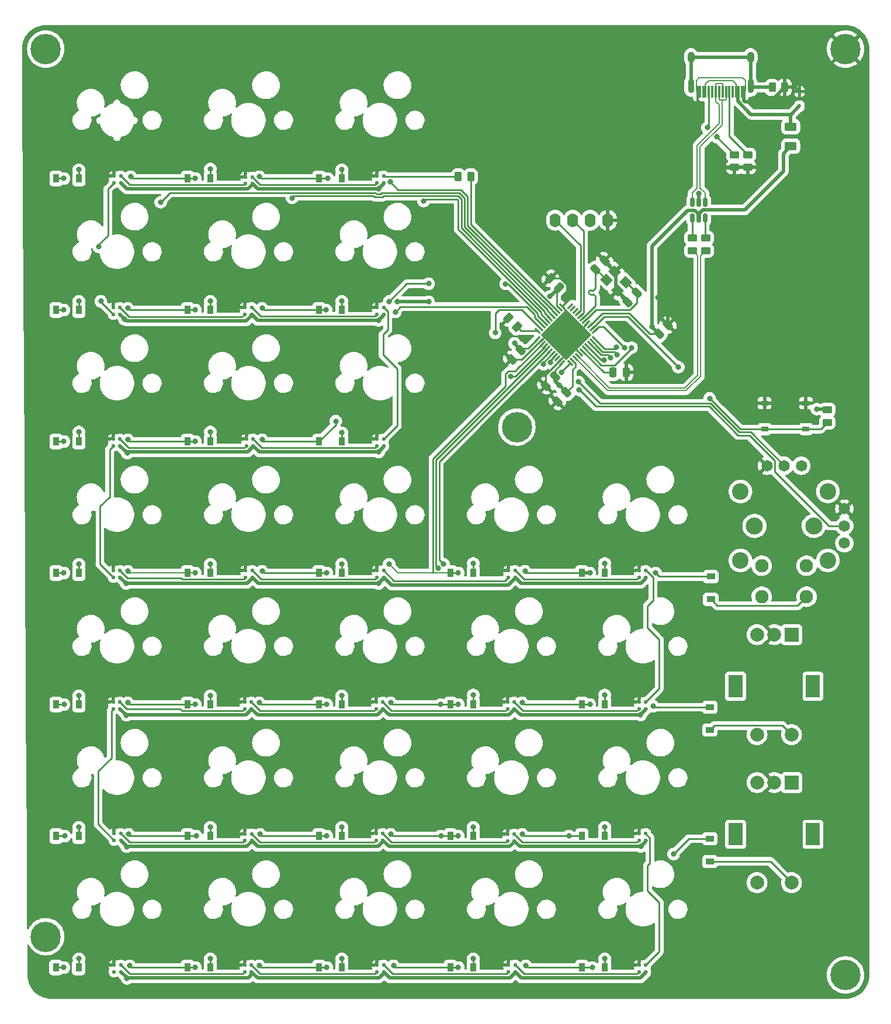
<source format=gbr>
%TF.GenerationSoftware,KiCad,Pcbnew,(6.0.5)*%
%TF.CreationDate,2022-05-18T14:43:54-07:00*%
%TF.ProjectId,3HMouse,33484d6f-7573-4652-9e6b-696361645f70,rev?*%
%TF.SameCoordinates,Original*%
%TF.FileFunction,Copper,L1,Top*%
%TF.FilePolarity,Positive*%
%FSLAX46Y46*%
G04 Gerber Fmt 4.6, Leading zero omitted, Abs format (unit mm)*
G04 Created by KiCad (PCBNEW (6.0.5)) date 2022-05-18 14:43:54*
%MOMM*%
%LPD*%
G01*
G04 APERTURE LIST*
G04 Aperture macros list*
%AMRoundRect*
0 Rectangle with rounded corners*
0 $1 Rounding radius*
0 $2 $3 $4 $5 $6 $7 $8 $9 X,Y pos of 4 corners*
0 Add a 4 corners polygon primitive as box body*
4,1,4,$2,$3,$4,$5,$6,$7,$8,$9,$2,$3,0*
0 Add four circle primitives for the rounded corners*
1,1,$1+$1,$2,$3*
1,1,$1+$1,$4,$5*
1,1,$1+$1,$6,$7*
1,1,$1+$1,$8,$9*
0 Add four rect primitives between the rounded corners*
20,1,$1+$1,$2,$3,$4,$5,0*
20,1,$1+$1,$4,$5,$6,$7,0*
20,1,$1+$1,$6,$7,$8,$9,0*
20,1,$1+$1,$8,$9,$2,$3,0*%
%AMRotRect*
0 Rectangle, with rotation*
0 The origin of the aperture is its center*
0 $1 length*
0 $2 width*
0 $3 Rotation angle, in degrees counterclockwise*
0 Add horizontal line*
21,1,$1,$2,0,0,$3*%
G04 Aperture macros list end*
%TA.AperFunction,ComponentPad*%
%ADD10C,4.400000*%
%TD*%
%TA.AperFunction,SMDPad,CuDef*%
%ADD11R,0.900000X1.200000*%
%TD*%
%TA.AperFunction,SMDPad,CuDef*%
%ADD12RoundRect,0.137500X-0.137500X-0.137500X0.137500X-0.137500X0.137500X0.137500X-0.137500X0.137500X0*%
%TD*%
%TA.AperFunction,SMDPad,CuDef*%
%ADD13R,0.450000X0.600000*%
%TD*%
%TA.AperFunction,SMDPad,CuDef*%
%ADD14RoundRect,0.250000X0.503814X0.132583X0.132583X0.503814X-0.503814X-0.132583X-0.132583X-0.503814X0*%
%TD*%
%TA.AperFunction,SMDPad,CuDef*%
%ADD15RotRect,1.400000X1.200000X315.000000*%
%TD*%
%TA.AperFunction,SMDPad,CuDef*%
%ADD16RoundRect,0.250000X-0.262500X-0.450000X0.262500X-0.450000X0.262500X0.450000X-0.262500X0.450000X0*%
%TD*%
%TA.AperFunction,SMDPad,CuDef*%
%ADD17R,1.200000X0.900000*%
%TD*%
%TA.AperFunction,ComponentPad*%
%ADD18R,2.000000X2.000000*%
%TD*%
%TA.AperFunction,ComponentPad*%
%ADD19C,2.000000*%
%TD*%
%TA.AperFunction,ComponentPad*%
%ADD20R,2.000000X3.200000*%
%TD*%
%TA.AperFunction,SMDPad,CuDef*%
%ADD21RoundRect,0.250000X0.159099X-0.512652X0.512652X-0.159099X-0.159099X0.512652X-0.512652X0.159099X0*%
%TD*%
%TA.AperFunction,ComponentPad*%
%ADD22O,1.600000X2.000000*%
%TD*%
%TA.AperFunction,SMDPad,CuDef*%
%ADD23RoundRect,0.062500X0.380070X-0.291682X-0.291682X0.380070X-0.380070X0.291682X0.291682X-0.380070X0*%
%TD*%
%TA.AperFunction,SMDPad,CuDef*%
%ADD24RoundRect,0.062500X0.380070X0.291682X0.291682X0.380070X-0.380070X-0.291682X-0.291682X-0.380070X0*%
%TD*%
%TA.AperFunction,SMDPad,CuDef*%
%ADD25RotRect,5.200000X5.200000X135.000000*%
%TD*%
%TA.AperFunction,SMDPad,CuDef*%
%ADD26RoundRect,0.250000X-0.450000X0.262500X-0.450000X-0.262500X0.450000X-0.262500X0.450000X0.262500X0*%
%TD*%
%TA.AperFunction,SMDPad,CuDef*%
%ADD27R,1.000000X0.750000*%
%TD*%
%TA.AperFunction,ComponentPad*%
%ADD28C,1.950000*%
%TD*%
%TA.AperFunction,ComponentPad*%
%ADD29C,1.650000*%
%TD*%
%TA.AperFunction,ComponentPad*%
%ADD30C,2.400000*%
%TD*%
%TA.AperFunction,ComponentPad*%
%ADD31C,2.475000*%
%TD*%
%TA.AperFunction,SMDPad,CuDef*%
%ADD32RoundRect,0.250000X0.512652X0.159099X0.159099X0.512652X-0.512652X-0.159099X-0.159099X-0.512652X0*%
%TD*%
%TA.AperFunction,SMDPad,CuDef*%
%ADD33RoundRect,0.250000X-0.159099X0.512652X-0.512652X0.159099X0.159099X-0.512652X0.512652X-0.159099X0*%
%TD*%
%TA.AperFunction,SMDPad,CuDef*%
%ADD34RoundRect,0.250000X-0.625000X0.375000X-0.625000X-0.375000X0.625000X-0.375000X0.625000X0.375000X0*%
%TD*%
%TA.AperFunction,SMDPad,CuDef*%
%ADD35R,0.300000X1.750000*%
%TD*%
%TA.AperFunction,ComponentPad*%
%ADD36O,1.000000X1.600000*%
%TD*%
%TA.AperFunction,ComponentPad*%
%ADD37O,0.900000X2.100000*%
%TD*%
%TA.AperFunction,SMDPad,CuDef*%
%ADD38RoundRect,0.250000X0.250000X0.475000X-0.250000X0.475000X-0.250000X-0.475000X0.250000X-0.475000X0*%
%TD*%
%TA.AperFunction,SMDPad,CuDef*%
%ADD39RoundRect,0.150000X-0.150000X0.512500X-0.150000X-0.512500X0.150000X-0.512500X0.150000X0.512500X0*%
%TD*%
%TA.AperFunction,ViaPad*%
%ADD40C,0.800000*%
%TD*%
%TA.AperFunction,Conductor*%
%ADD41C,0.200000*%
%TD*%
%TA.AperFunction,Conductor*%
%ADD42C,0.500000*%
%TD*%
%TA.AperFunction,Conductor*%
%ADD43C,0.250000*%
%TD*%
G04 APERTURE END LIST*
D10*
%TO.P,H5,1,1*%
%TO.N,unconnected-(H5-Pad1)*%
X91281250Y-77787500D03*
%TD*%
D11*
%TO.P,D4_3,1,K*%
%TO.N,ROW4*%
X81662000Y-117983000D03*
%TO.P,D4_3,2,A*%
%TO.N,Net-(D4_3-Pad2)*%
X84962000Y-117983000D03*
%TD*%
D12*
%TO.P,DL1_0,1,DIN*%
%TO.N,Net-(DL0_0-Pad1)*%
X32799000Y-61435000D03*
%TO.P,DL1_0,2,VDD*%
%TO.N,+5V*%
X33749000Y-61435000D03*
%TO.P,DL1_0,3,DOUT*%
%TO.N,Net-(DL1_0-Pad3)*%
X33749000Y-60485000D03*
%TO.P,DL1_0,4,GND*%
%TO.N,GND*%
X32799000Y-60485000D03*
%TD*%
%TO.P,DL4_0,1,DIN*%
%TO.N,Net-(DL4_0-Pad1)*%
X32799000Y-118585000D03*
%TO.P,DL4_0,2,VDD*%
%TO.N,+5V*%
X33749000Y-118585000D03*
%TO.P,DL4_0,3,DOUT*%
%TO.N,Net-(DL4_0-Pad3)*%
X33749000Y-117635000D03*
%TO.P,DL4_0,4,GND*%
%TO.N,GND*%
X32799000Y-117635000D03*
%TD*%
D13*
%TO.P,D36,1,A1*%
%TO.N,/RAWPWR*%
X132230500Y-31276000D03*
%TO.P,D36,2,A2*%
%TO.N,GND*%
X132230500Y-29176000D03*
%TD*%
D12*
%TO.P,DL0_1,1,DIN*%
%TO.N,Net-(DL0_0-Pad3)*%
X51976000Y-42512000D03*
%TO.P,DL0_1,2,VDD*%
%TO.N,+5V*%
X52926000Y-42512000D03*
%TO.P,DL0_1,3,DOUT*%
%TO.N,Net-(DL0_1-Pad3)*%
X52926000Y-41562000D03*
%TO.P,DL0_1,4,GND*%
%TO.N,GND*%
X51976000Y-41562000D03*
%TD*%
D11*
%TO.P,D2_0,1,K*%
%TO.N,ROW2*%
X24512000Y-79883000D03*
%TO.P,D2_0,2,A*%
%TO.N,Net-(D2_0-Pad2)*%
X27812000Y-79883000D03*
%TD*%
%TO.P,D0_0,1,K*%
%TO.N,ROW0*%
X24512000Y-41783000D03*
%TO.P,D0_0,2,A*%
%TO.N,Net-(D0_0-Pad2)*%
X27812000Y-41783000D03*
%TD*%
D12*
%TO.P,DL2_1,1,DIN*%
%TO.N,Net-(DL2_0-Pad3)*%
X52103000Y-80485000D03*
%TO.P,DL2_1,2,VDD*%
%TO.N,+5V*%
X53053000Y-80485000D03*
%TO.P,DL2_1,3,DOUT*%
%TO.N,Net-(DL2_1-Pad3)*%
X53053000Y-79535000D03*
%TO.P,DL2_1,4,GND*%
%TO.N,GND*%
X52103000Y-79535000D03*
%TD*%
D11*
%TO.P,D5_2,1,K*%
%TO.N,ROW5*%
X62612000Y-137033000D03*
%TO.P,D5_2,2,A*%
%TO.N,Net-(D5_2-Pad2)*%
X65912000Y-137033000D03*
%TD*%
D10*
%TO.P,H2,1,1*%
%TO.N,GND*%
X138906250Y-23018750D03*
%TD*%
D11*
%TO.P,D4_1,1,K*%
%TO.N,ROW4*%
X43562000Y-117983000D03*
%TO.P,D4_1,2,A*%
%TO.N,Net-(D4_1-Pad2)*%
X46862000Y-117983000D03*
%TD*%
D14*
%TO.P,R5,1*%
%TO.N,Net-(R5-Pad1)*%
X91323235Y-63256235D03*
%TO.P,R5,2*%
%TO.N,GND*%
X90032765Y-61965765D03*
%TD*%
D15*
%TO.P,Y1,1,1*%
%TO.N,/XTAL1*%
X104285142Y-56465223D03*
%TO.P,Y1,2,2*%
%TO.N,GND*%
X105840777Y-58020858D03*
%TO.P,Y1,3,3*%
%TO.N,/XTAL2*%
X107042858Y-56818777D03*
%TO.P,Y1,4,4*%
%TO.N,GND*%
X105487223Y-55263142D03*
%TD*%
D10*
%TO.P,H3,1,1*%
%TO.N,unconnected-(H3-Pad1)*%
X23018750Y-151606250D03*
%TD*%
D11*
%TO.P,D1_0,1,K*%
%TO.N,ROW1*%
X24512000Y-60833000D03*
%TO.P,D1_0,2,A*%
%TO.N,Net-(D1_0-Pad2)*%
X27812000Y-60833000D03*
%TD*%
D12*
%TO.P,DL5_4,1,DIN*%
%TO.N,Net-(DL5_3-Pad3)*%
X108999000Y-137635000D03*
%TO.P,DL5_4,2,VDD*%
%TO.N,+5V*%
X109949000Y-137635000D03*
%TO.P,DL5_4,3,DOUT*%
%TO.N,Net-(DL5_4-Pad3)*%
X109949000Y-136685000D03*
%TO.P,DL5_4,4,GND*%
%TO.N,GND*%
X108999000Y-136685000D03*
%TD*%
D11*
%TO.P,D3_0,1,K*%
%TO.N,ROW3*%
X24512000Y-98933000D03*
%TO.P,D3_0,2,A*%
%TO.N,Net-(D3_0-Pad2)*%
X27812000Y-98933000D03*
%TD*%
D12*
%TO.P,DL5_2,1,DIN*%
%TO.N,Net-(DL5_1-Pad3)*%
X70899000Y-137635000D03*
%TO.P,DL5_2,2,VDD*%
%TO.N,+5V*%
X71849000Y-137635000D03*
%TO.P,DL5_2,3,DOUT*%
%TO.N,Net-(DL5_2-Pad3)*%
X71849000Y-136685000D03*
%TO.P,DL5_2,4,GND*%
%TO.N,GND*%
X70899000Y-136685000D03*
%TD*%
%TO.P,DL3_3,1,DIN*%
%TO.N,Net-(DL3_2-Pad3)*%
X90076000Y-99535000D03*
%TO.P,DL3_3,2,VDD*%
%TO.N,+5V*%
X91026000Y-99535000D03*
%TO.P,DL3_3,3,DOUT*%
%TO.N,Net-(DL3_3-Pad3)*%
X91026000Y-98585000D03*
%TO.P,DL3_3,4,GND*%
%TO.N,GND*%
X90076000Y-98585000D03*
%TD*%
D16*
%TO.P,R8,1*%
%TO.N,Net-(DL0_2-Pad3)*%
X82780500Y-41529000D03*
%TO.P,R8,2*%
%TO.N,LED*%
X84605500Y-41529000D03*
%TD*%
D11*
%TO.P,D2_2,1,K*%
%TO.N,ROW2*%
X62612000Y-79883000D03*
%TO.P,D2_2,2,A*%
%TO.N,Net-(D2_2-Pad2)*%
X65912000Y-79883000D03*
%TD*%
D12*
%TO.P,DL3_2,1,DIN*%
%TO.N,Net-(DL3_1-Pad3)*%
X71026000Y-99535000D03*
%TO.P,DL3_2,2,VDD*%
%TO.N,+5V*%
X71976000Y-99535000D03*
%TO.P,DL3_2,3,DOUT*%
%TO.N,Net-(DL3_2-Pad3)*%
X71976000Y-98585000D03*
%TO.P,DL3_2,4,GND*%
%TO.N,GND*%
X71026000Y-98585000D03*
%TD*%
D17*
%TO.P,D1_4,1,K*%
%TO.N,ROW5*%
X119253000Y-137415000D03*
%TO.P,D1_4,2,A*%
%TO.N,Net-(D1_4-Pad2)*%
X119253000Y-140715000D03*
%TD*%
D12*
%TO.P,DL6_0,1,DIN*%
%TO.N,unconnected-(DL6_0-Pad1)*%
X32926000Y-156685000D03*
%TO.P,DL6_0,2,VDD*%
%TO.N,+5V*%
X33876000Y-156685000D03*
%TO.P,DL6_0,3,DOUT*%
%TO.N,Net-(DL6_0-Pad3)*%
X33876000Y-155735000D03*
%TO.P,DL6_0,4,GND*%
%TO.N,GND*%
X32926000Y-155735000D03*
%TD*%
%TO.P,DL3_4,1,DIN*%
%TO.N,Net-(DL3_3-Pad3)*%
X108999000Y-99535000D03*
%TO.P,DL3_4,2,VDD*%
%TO.N,+5V*%
X109949000Y-99535000D03*
%TO.P,DL3_4,3,DOUT*%
%TO.N,Net-(DL3_4-Pad3)*%
X109949000Y-98585000D03*
%TO.P,DL3_4,4,GND*%
%TO.N,GND*%
X108999000Y-98585000D03*
%TD*%
D11*
%TO.P,D1_1,1,K*%
%TO.N,ROW1*%
X43562000Y-60833000D03*
%TO.P,D1_1,2,A*%
%TO.N,Net-(D1_1-Pad2)*%
X46862000Y-60833000D03*
%TD*%
D12*
%TO.P,DL6_4,1,DIN*%
%TO.N,Net-(DL6_3-Pad3)*%
X108999000Y-156685000D03*
%TO.P,DL6_4,2,VDD*%
%TO.N,+5V*%
X109949000Y-156685000D03*
%TO.P,DL6_4,3,DOUT*%
%TO.N,Net-(DL5_4-Pad3)*%
X109949000Y-155735000D03*
%TO.P,DL6_4,4,GND*%
%TO.N,GND*%
X108999000Y-155735000D03*
%TD*%
%TO.P,DL5_1,1,DIN*%
%TO.N,Net-(DL5_0-Pad3)*%
X51882000Y-137668000D03*
%TO.P,DL5_1,2,VDD*%
%TO.N,+5V*%
X52832000Y-137668000D03*
%TO.P,DL5_1,3,DOUT*%
%TO.N,Net-(DL5_1-Pad3)*%
X52832000Y-136718000D03*
%TO.P,DL5_1,4,GND*%
%TO.N,GND*%
X51882000Y-136718000D03*
%TD*%
D18*
%TO.P,RE2,A,A*%
%TO.N,RE2A*%
X131087500Y-107843750D03*
D19*
%TO.P,RE2,B,B*%
%TO.N,RE2B*%
X126087500Y-107843750D03*
%TO.P,RE2,C,C*%
%TO.N,GND*%
X128587500Y-107843750D03*
D20*
%TO.P,RE2,MP*%
%TO.N,N/C*%
X122987500Y-115343750D03*
X134187500Y-115343750D03*
D19*
%TO.P,RE2,S1,S1*%
%TO.N,COL5*%
X126087500Y-122343750D03*
%TO.P,RE2,S2,S2*%
%TO.N,Net-(D2_4-Pad2)*%
X131087500Y-122343750D03*
%TD*%
D21*
%TO.P,C6,1*%
%TO.N,GND*%
X95467249Y-71791751D03*
%TO.P,C6,2*%
%TO.N,+5V*%
X96810751Y-70448249D03*
%TD*%
D18*
%TO.P,RE1,A,A*%
%TO.N,RE1A*%
X131087500Y-129275000D03*
D19*
%TO.P,RE1,B,B*%
%TO.N,RE1B*%
X126087500Y-129275000D03*
%TO.P,RE1,C,C*%
%TO.N,GND*%
X128587500Y-129275000D03*
D20*
%TO.P,RE1,MP*%
%TO.N,N/C*%
X134187500Y-136775000D03*
X122987500Y-136775000D03*
D19*
%TO.P,RE1,S1,S1*%
%TO.N,COL5*%
X126087500Y-143775000D03*
%TO.P,RE1,S2,S2*%
%TO.N,Net-(D1_4-Pad2)*%
X131087500Y-143775000D03*
%TD*%
D12*
%TO.P,DL6_3,1,DIN*%
%TO.N,Net-(DL6_2-Pad3)*%
X90076000Y-156685000D03*
%TO.P,DL6_3,2,VDD*%
%TO.N,+5V*%
X91026000Y-156685000D03*
%TO.P,DL6_3,3,DOUT*%
%TO.N,Net-(DL6_3-Pad3)*%
X91026000Y-155735000D03*
%TO.P,DL6_3,4,GND*%
%TO.N,GND*%
X90076000Y-155735000D03*
%TD*%
D11*
%TO.P,D0_1,1,K*%
%TO.N,ROW0*%
X43562000Y-41783000D03*
%TO.P,D0_1,2,A*%
%TO.N,Net-(D0_1-Pad2)*%
X46862000Y-41783000D03*
%TD*%
%TO.P,D5_1,1,K*%
%TO.N,ROW5*%
X43562000Y-137033000D03*
%TO.P,D5_1,2,A*%
%TO.N,Net-(D5_1-Pad2)*%
X46862000Y-137033000D03*
%TD*%
%TO.P,D3_1,1,K*%
%TO.N,ROW3*%
X43562000Y-98933000D03*
%TO.P,D3_1,2,A*%
%TO.N,Net-(D3_1-Pad2)*%
X46862000Y-98933000D03*
%TD*%
D12*
%TO.P,DL4_4,1,DIN*%
%TO.N,Net-(DL4_3-Pad3)*%
X108999000Y-118585000D03*
%TO.P,DL4_4,2,VDD*%
%TO.N,+5V*%
X109949000Y-118585000D03*
%TO.P,DL4_4,3,DOUT*%
%TO.N,Net-(DL3_4-Pad3)*%
X109949000Y-117635000D03*
%TO.P,DL4_4,4,GND*%
%TO.N,GND*%
X108999000Y-117635000D03*
%TD*%
D22*
%TO.P,Brd1,1,GND*%
%TO.N,GND*%
X104458000Y-47811000D03*
%TO.P,Brd1,2,VCC*%
%TO.N,+5V*%
X101918000Y-47811000D03*
%TO.P,Brd1,3,SCL*%
%TO.N,SCL*%
X99378000Y-47811000D03*
%TO.P,Brd1,4,SDA*%
%TO.N,SDA*%
X96838000Y-47811000D03*
%TD*%
D11*
%TO.P,D6_3,1,K*%
%TO.N,ROW6*%
X81662000Y-156083000D03*
%TO.P,D6_3,2,A*%
%TO.N,Net-(D6_3-Pad2)*%
X84962000Y-156083000D03*
%TD*%
D23*
%TO.P,U1,1,PE6*%
%TO.N,ROW6*%
X99038530Y-68536736D03*
%TO.P,U1,2,UVCC*%
%TO.N,+5V*%
X99392083Y-68183182D03*
%TO.P,U1,3,D-*%
%TO.N,/DF-*%
X99745637Y-67829629D03*
%TO.P,U1,4,D+*%
%TO.N,/DF+*%
X100099190Y-67476076D03*
%TO.P,U1,5,UGND*%
%TO.N,GND*%
X100452743Y-67122522D03*
%TO.P,U1,6,UCAP*%
%TO.N,/UCAP*%
X100806297Y-66768969D03*
%TO.P,U1,7,VBUS*%
%TO.N,+5V*%
X101159850Y-66415415D03*
%TO.P,U1,8,PB0*%
%TO.N,RE1B*%
X101513404Y-66061862D03*
%TO.P,U1,9,PB1*%
%TO.N,RE1A*%
X101866957Y-65708309D03*
%TO.P,U1,10,PB2*%
%TO.N,RE2B*%
X102220510Y-65354755D03*
%TO.P,U1,11,PB3*%
%TO.N,RE2A*%
X102574064Y-65001202D03*
D24*
%TO.P,U1,12,PB7*%
%TO.N,COL5*%
X102574064Y-63816798D03*
%TO.P,U1,13,~{RESET}*%
%TO.N,/RESET*%
X102220510Y-63463245D03*
%TO.P,U1,14,VCC*%
%TO.N,+5V*%
X101866957Y-63109691D03*
%TO.P,U1,15,GND*%
%TO.N,GND*%
X101513404Y-62756138D03*
%TO.P,U1,16,XTAL2*%
%TO.N,/XTAL2*%
X101159850Y-62402585D03*
%TO.P,U1,17,XTAL1*%
%TO.N,/XTAL1*%
X100806297Y-62049031D03*
%TO.P,U1,18,PD0*%
%TO.N,SCL*%
X100452743Y-61695478D03*
%TO.P,U1,19,PD1*%
%TO.N,SDA*%
X100099190Y-61341924D03*
%TO.P,U1,20,PD2*%
%TO.N,unconnected-(U1-Pad20)*%
X99745637Y-60988371D03*
%TO.P,U1,21,PD3*%
%TO.N,unconnected-(U1-Pad21)*%
X99392083Y-60634818D03*
%TO.P,U1,22,PD5*%
%TO.N,unconnected-(U1-Pad22)*%
X99038530Y-60281264D03*
D23*
%TO.P,U1,23,GND*%
%TO.N,GND*%
X97854126Y-60281264D03*
%TO.P,U1,24,AVCC*%
%TO.N,+5V*%
X97500573Y-60634818D03*
%TO.P,U1,25,PD4*%
%TO.N,LED*%
X97147019Y-60988371D03*
%TO.P,U1,26,PD6*%
%TO.N,ROW0*%
X96793466Y-61341924D03*
%TO.P,U1,27,PD7*%
%TO.N,COL0*%
X96439913Y-61695478D03*
%TO.P,U1,28,PB4*%
%TO.N,COL1*%
X96086359Y-62049031D03*
%TO.P,U1,29,PB5*%
%TO.N,COL2*%
X95732806Y-62402585D03*
%TO.P,U1,30,PB6*%
%TO.N,ROW1*%
X95379252Y-62756138D03*
%TO.P,U1,31,PC6*%
%TO.N,ROW2*%
X95025699Y-63109691D03*
%TO.P,U1,32,PC7*%
%TO.N,COL3*%
X94672146Y-63463245D03*
%TO.P,U1,33,~{HWB}/PE2*%
%TO.N,Net-(R5-Pad1)*%
X94318592Y-63816798D03*
D24*
%TO.P,U1,34,VCC*%
%TO.N,+5V*%
X94318592Y-65001202D03*
%TO.P,U1,35,GND*%
%TO.N,GND*%
X94672146Y-65354755D03*
%TO.P,U1,36,PF7*%
%TO.N,ROW3*%
X95025699Y-65708309D03*
%TO.P,U1,37,PF6*%
%TO.N,COL4*%
X95379252Y-66061862D03*
%TO.P,U1,38,PF5*%
%TO.N,ROW4*%
X95732806Y-66415415D03*
%TO.P,U1,39,PF4*%
%TO.N,ROW5*%
X96086359Y-66768969D03*
%TO.P,U1,40,PF1*%
%TO.N,VER*%
X96439913Y-67122522D03*
%TO.P,U1,41,PF0*%
%TO.N,HOR*%
X96793466Y-67476076D03*
%TO.P,U1,42,AREF*%
%TO.N,unconnected-(U1-Pad42)*%
X97147019Y-67829629D03*
%TO.P,U1,43,GND*%
%TO.N,GND*%
X97500573Y-68183182D03*
%TO.P,U1,44,AVCC*%
%TO.N,+5V*%
X97854126Y-68536736D03*
D25*
%TO.P,U1,45,GND*%
%TO.N,GND*%
X98446328Y-64409000D03*
%TD*%
D12*
%TO.P,DL2_2,1,DIN*%
%TO.N,Net-(DL2_1-Pad3)*%
X71026000Y-80485000D03*
%TO.P,DL2_2,2,VDD*%
%TO.N,+5V*%
X71976000Y-80485000D03*
%TO.P,DL2_2,3,DOUT*%
%TO.N,Net-(DL1_2-Pad3)*%
X71976000Y-79535000D03*
%TO.P,DL2_2,4,GND*%
%TO.N,GND*%
X71026000Y-79535000D03*
%TD*%
%TO.P,DL5_0,1,DIN*%
%TO.N,Net-(DL4_0-Pad1)*%
X32926000Y-137635000D03*
%TO.P,DL5_0,2,VDD*%
%TO.N,+5V*%
X33876000Y-137635000D03*
%TO.P,DL5_0,3,DOUT*%
%TO.N,Net-(DL5_0-Pad3)*%
X33876000Y-136685000D03*
%TO.P,DL5_0,4,GND*%
%TO.N,GND*%
X32926000Y-136685000D03*
%TD*%
D21*
%TO.P,C1,1*%
%TO.N,/XTAL1*%
X102665789Y-54987291D03*
%TO.P,C1,2*%
%TO.N,GND*%
X104009291Y-53643789D03*
%TD*%
%TO.P,C5,1*%
%TO.N,GND*%
X90514249Y-67981751D03*
%TO.P,C5,2*%
%TO.N,+5V*%
X91857751Y-66638249D03*
%TD*%
D11*
%TO.P,D4_4,1,K*%
%TO.N,ROW4*%
X100712000Y-117983000D03*
%TO.P,D4_4,2,A*%
%TO.N,Net-(D4_4-Pad2)*%
X104012000Y-117983000D03*
%TD*%
%TO.P,D3_2,1,K*%
%TO.N,ROW3*%
X62612000Y-98933000D03*
%TO.P,D3_2,2,A*%
%TO.N,Net-(D3_2-Pad2)*%
X65912000Y-98933000D03*
%TD*%
%TO.P,D4_2,1,K*%
%TO.N,ROW4*%
X62612000Y-117983000D03*
%TO.P,D4_2,2,A*%
%TO.N,Net-(D4_2-Pad2)*%
X65912000Y-117983000D03*
%TD*%
D10*
%TO.P,H1,1,1*%
%TO.N,unconnected-(H1-Pad1)*%
X23018750Y-23018750D03*
%TD*%
D26*
%TO.P,R6,1*%
%TO.N,+5V*%
X136271000Y-75287500D03*
%TO.P,R6,2*%
%TO.N,/RESET*%
X136271000Y-77112500D03*
%TD*%
D12*
%TO.P,DL1_2,1,DIN*%
%TO.N,Net-(DL1_1-Pad3)*%
X71026000Y-61435000D03*
%TO.P,DL1_2,2,VDD*%
%TO.N,+5V*%
X71976000Y-61435000D03*
%TO.P,DL1_2,3,DOUT*%
%TO.N,Net-(DL1_2-Pad3)*%
X71976000Y-60485000D03*
%TO.P,DL1_2,4,GND*%
%TO.N,GND*%
X71026000Y-60485000D03*
%TD*%
%TO.P,DL0_0,1,DIN*%
%TO.N,Net-(DL0_0-Pad1)*%
X32926000Y-42385000D03*
%TO.P,DL0_0,2,VDD*%
%TO.N,+5V*%
X33876000Y-42385000D03*
%TO.P,DL0_0,3,DOUT*%
%TO.N,Net-(DL0_0-Pad3)*%
X33876000Y-41435000D03*
%TO.P,DL0_0,4,GND*%
%TO.N,GND*%
X32926000Y-41435000D03*
%TD*%
D11*
%TO.P,D5_4,1,K*%
%TO.N,ROW5*%
X100712000Y-137033000D03*
%TO.P,D5_4,2,A*%
%TO.N,Net-(D5_4-Pad2)*%
X104012000Y-137033000D03*
%TD*%
D10*
%TO.P,H4,1,1*%
%TO.N,unconnected-(H4-Pad1)*%
X138906250Y-157162500D03*
%TD*%
D17*
%TO.P,D0_5,1,K*%
%TO.N,ROW3*%
X119380000Y-99442000D03*
%TO.P,D0_5,2,A*%
%TO.N,Net-(D0_5-Pad2)*%
X119380000Y-102742000D03*
%TD*%
D12*
%TO.P,DL4_2,1,DIN*%
%TO.N,Net-(DL4_1-Pad3)*%
X70899000Y-118585000D03*
%TO.P,DL4_2,2,VDD*%
%TO.N,+5V*%
X71849000Y-118585000D03*
%TO.P,DL4_2,3,DOUT*%
%TO.N,Net-(DL4_2-Pad3)*%
X71849000Y-117635000D03*
%TO.P,DL4_2,4,GND*%
%TO.N,GND*%
X70899000Y-117635000D03*
%TD*%
D11*
%TO.P,D4_0,1,K*%
%TO.N,ROW4*%
X24512000Y-117983000D03*
%TO.P,D4_0,2,A*%
%TO.N,Net-(D4_0-Pad2)*%
X27812000Y-117983000D03*
%TD*%
D12*
%TO.P,DL4_3,1,DIN*%
%TO.N,Net-(DL4_2-Pad3)*%
X89949000Y-118585000D03*
%TO.P,DL4_3,2,VDD*%
%TO.N,+5V*%
X90899000Y-118585000D03*
%TO.P,DL4_3,3,DOUT*%
%TO.N,Net-(DL4_3-Pad3)*%
X90899000Y-117635000D03*
%TO.P,DL4_3,4,GND*%
%TO.N,GND*%
X89949000Y-117635000D03*
%TD*%
D26*
%TO.P,R7,1*%
%TO.N,Net-(J1-PadB5)*%
X122809000Y-38330500D03*
%TO.P,R7,2*%
%TO.N,GND*%
X122809000Y-40155500D03*
%TD*%
D12*
%TO.P,DL6_2,1,DIN*%
%TO.N,Net-(DL6_1-Pad3)*%
X71026000Y-156685000D03*
%TO.P,DL6_2,2,VDD*%
%TO.N,+5V*%
X71976000Y-156685000D03*
%TO.P,DL6_2,3,DOUT*%
%TO.N,Net-(DL6_2-Pad3)*%
X71976000Y-155735000D03*
%TO.P,DL6_2,4,GND*%
%TO.N,GND*%
X71026000Y-155735000D03*
%TD*%
D27*
%TO.P,S2,A*%
%TO.N,GND*%
X127175000Y-74325000D03*
%TO.P,S2,B*%
X133175000Y-74325000D03*
%TO.P,S2,C*%
%TO.N,/RESET*%
X127175000Y-78075000D03*
%TO.P,S2,D*%
X133175000Y-78075000D03*
%TD*%
D12*
%TO.P,DL0_2,1,DIN*%
%TO.N,Net-(DL0_1-Pad3)*%
X71026000Y-42385000D03*
%TO.P,DL0_2,2,VDD*%
%TO.N,+5V*%
X71976000Y-42385000D03*
%TO.P,DL0_2,3,DOUT*%
%TO.N,Net-(DL0_2-Pad3)*%
X71976000Y-41435000D03*
%TO.P,DL0_2,4,GND*%
%TO.N,GND*%
X71026000Y-41435000D03*
%TD*%
D26*
%TO.P,R1,1*%
%TO.N,D+*%
X116736500Y-50395500D03*
%TO.P,R1,2*%
%TO.N,/DF+*%
X116736500Y-52220500D03*
%TD*%
D28*
%TO.P,S1,A1,A1*%
%TO.N,unconnected-(S1-PadA1)*%
X126760000Y-97858750D03*
D29*
%TO.P,S1,A11,A11*%
%TO.N,+5V*%
X138740000Y-94608750D03*
%TO.P,S1,A12,A12*%
%TO.N,VER*%
X138740000Y-92108750D03*
%TO.P,S1,A13,A13*%
%TO.N,GND*%
X138740000Y-89608750D03*
D28*
%TO.P,S1,B1,B1*%
%TO.N,unconnected-(S1-PadB1)*%
X126760000Y-102358750D03*
D29*
%TO.P,S1,B11,B11*%
%TO.N,+5V*%
X132510000Y-83378750D03*
%TO.P,S1,B12,B12*%
%TO.N,HOR*%
X130010000Y-83378750D03*
%TO.P,S1,B13,B13*%
%TO.N,GND*%
X127510000Y-83378750D03*
D28*
%TO.P,S1,C1,C1*%
%TO.N,COL5*%
X133260000Y-97858750D03*
%TO.P,S1,D1,D1*%
%TO.N,Net-(D0_5-Pad2)*%
X133260000Y-102358750D03*
D30*
%TO.P,S1,MH1,MH1*%
%TO.N,unconnected-(S1-PadMH1)*%
X123685000Y-97108750D03*
%TO.P,S1,MH2,MH2*%
%TO.N,unconnected-(S1-PadMH2)*%
X123685000Y-87108750D03*
%TO.P,S1,MH3,MH3*%
%TO.N,unconnected-(S1-PadMH3)*%
X136335000Y-97108750D03*
%TO.P,S1,MH4,MH4*%
%TO.N,unconnected-(S1-PadMH4)*%
X136335000Y-87108750D03*
D31*
%TO.P,S1,MH5,MH5*%
%TO.N,unconnected-(S1-PadMH5)*%
X125710000Y-92108750D03*
%TO.P,S1,MH6,MH6*%
%TO.N,unconnected-(S1-PadMH6)*%
X134310000Y-92108750D03*
%TD*%
D12*
%TO.P,DL6_1,1,DIN*%
%TO.N,Net-(DL6_0-Pad3)*%
X51849000Y-156685000D03*
%TO.P,DL6_1,2,VDD*%
%TO.N,+5V*%
X52799000Y-156685000D03*
%TO.P,DL6_1,3,DOUT*%
%TO.N,Net-(DL6_1-Pad3)*%
X52799000Y-155735000D03*
%TO.P,DL6_1,4,GND*%
%TO.N,GND*%
X51849000Y-155735000D03*
%TD*%
D32*
%TO.P,C3,1*%
%TO.N,+5V*%
X97445751Y-57567751D03*
%TO.P,C3,2*%
%TO.N,GND*%
X96102249Y-56224249D03*
%TD*%
D11*
%TO.P,D1_2,1,K*%
%TO.N,ROW1*%
X62612000Y-60833000D03*
%TO.P,D1_2,2,A*%
%TO.N,Net-(D1_2-Pad2)*%
X65912000Y-60833000D03*
%TD*%
D12*
%TO.P,DL5_3,1,DIN*%
%TO.N,Net-(DL5_2-Pad3)*%
X89949000Y-137729000D03*
%TO.P,DL5_3,2,VDD*%
%TO.N,+5V*%
X90899000Y-137729000D03*
%TO.P,DL5_3,3,DOUT*%
%TO.N,Net-(DL5_3-Pad3)*%
X90899000Y-136779000D03*
%TO.P,DL5_3,4,GND*%
%TO.N,GND*%
X89949000Y-136779000D03*
%TD*%
D17*
%TO.P,D2_4,1,K*%
%TO.N,ROW4*%
X119253000Y-118365000D03*
%TO.P,D2_4,2,A*%
%TO.N,Net-(D2_4-Pad2)*%
X119253000Y-121665000D03*
%TD*%
D33*
%TO.P,C2,1*%
%TO.N,/XTAL2*%
X108679024Y-58313522D03*
%TO.P,C2,2*%
%TO.N,GND*%
X107335522Y-59657024D03*
%TD*%
D21*
%TO.P,C7,1*%
%TO.N,GND*%
X97118249Y-74077751D03*
%TO.P,C7,2*%
%TO.N,+5V*%
X98461751Y-72734249D03*
%TD*%
D33*
%TO.P,C4,1*%
%TO.N,GND*%
X113193751Y-62955249D03*
%TO.P,C4,2*%
%TO.N,+5V*%
X111850249Y-64298751D03*
%TD*%
D11*
%TO.P,D3_4,1,K*%
%TO.N,ROW3*%
X100712000Y-98933000D03*
%TO.P,D3_4,2,A*%
%TO.N,Net-(D3_4-Pad2)*%
X104012000Y-98933000D03*
%TD*%
D16*
%TO.P,R3,1*%
%TO.N,Net-(J1-PadS1)*%
X128270000Y-28575000D03*
%TO.P,R3,2*%
%TO.N,GND*%
X130095000Y-28575000D03*
%TD*%
D26*
%TO.P,R2,1*%
%TO.N,D-*%
X118641500Y-50395500D03*
%TO.P,R2,2*%
%TO.N,/DF-*%
X118641500Y-52220500D03*
%TD*%
D12*
%TO.P,DL4_1,1,DIN*%
%TO.N,Net-(DL4_0-Pad3)*%
X51849000Y-118585000D03*
%TO.P,DL4_1,2,VDD*%
%TO.N,+5V*%
X52799000Y-118585000D03*
%TO.P,DL4_1,3,DOUT*%
%TO.N,Net-(DL4_1-Pad3)*%
X52799000Y-117635000D03*
%TO.P,DL4_1,4,GND*%
%TO.N,GND*%
X51849000Y-117635000D03*
%TD*%
D11*
%TO.P,D5_0,1,K*%
%TO.N,ROW5*%
X24512000Y-137033000D03*
%TO.P,D5_0,2,A*%
%TO.N,Net-(D5_0-Pad2)*%
X27812000Y-137033000D03*
%TD*%
%TO.P,D5_3,1,K*%
%TO.N,ROW5*%
X81662000Y-137033000D03*
%TO.P,D5_3,2,A*%
%TO.N,Net-(D5_3-Pad2)*%
X84962000Y-137033000D03*
%TD*%
D12*
%TO.P,DL3_0,1,DIN*%
%TO.N,Net-(DL2_0-Pad1)*%
X32799000Y-99535000D03*
%TO.P,DL3_0,2,VDD*%
%TO.N,+5V*%
X33749000Y-99535000D03*
%TO.P,DL3_0,3,DOUT*%
%TO.N,Net-(DL3_0-Pad3)*%
X33749000Y-98585000D03*
%TO.P,DL3_0,4,GND*%
%TO.N,GND*%
X32799000Y-98585000D03*
%TD*%
D11*
%TO.P,D0_2,1,K*%
%TO.N,ROW0*%
X62612000Y-41783000D03*
%TO.P,D0_2,2,A*%
%TO.N,Net-(D0_2-Pad2)*%
X65912000Y-41783000D03*
%TD*%
D26*
%TO.P,R4,1*%
%TO.N,Net-(J1-PadA5)*%
X124737500Y-38330500D03*
%TO.P,R4,2*%
%TO.N,GND*%
X124737500Y-40155500D03*
%TD*%
D11*
%TO.P,D3_3,1,K*%
%TO.N,ROW3*%
X81662000Y-98933000D03*
%TO.P,D3_3,2,A*%
%TO.N,Net-(D3_3-Pad2)*%
X84962000Y-98933000D03*
%TD*%
D34*
%TO.P,F1,1*%
%TO.N,/RAWPWR*%
X130960500Y-34287000D03*
%TO.P,F1,2*%
%TO.N,+5V*%
X130960500Y-37087000D03*
%TD*%
D11*
%TO.P,D6_2,1,K*%
%TO.N,ROW6*%
X62612000Y-156083000D03*
%TO.P,D6_2,2,A*%
%TO.N,Net-(D6_2-Pad2)*%
X65912000Y-156083000D03*
%TD*%
%TO.P,D6_4,1,K*%
%TO.N,ROW6*%
X100712000Y-156083000D03*
%TO.P,D6_4,2,A*%
%TO.N,Net-(D6_4-Pad2)*%
X104012000Y-156083000D03*
%TD*%
D12*
%TO.P,DL3_1,1,DIN*%
%TO.N,Net-(DL3_0-Pad3)*%
X51976000Y-99535000D03*
%TO.P,DL3_1,2,VDD*%
%TO.N,+5V*%
X52926000Y-99535000D03*
%TO.P,DL3_1,3,DOUT*%
%TO.N,Net-(DL3_1-Pad3)*%
X52926000Y-98585000D03*
%TO.P,DL3_1,4,GND*%
%TO.N,GND*%
X51976000Y-98585000D03*
%TD*%
D35*
%TO.P,J1,A1,GND*%
%TO.N,GND*%
X124182250Y-29216750D03*
%TO.P,J1,A4,VBUS*%
%TO.N,/RAWPWR*%
X123382250Y-29216750D03*
%TO.P,J1,A5,CC1*%
%TO.N,Net-(J1-PadA5)*%
X122082250Y-29216750D03*
%TO.P,J1,A6,D+*%
%TO.N,DI+*%
X121082250Y-29216750D03*
%TO.P,J1,A7,D-*%
%TO.N,DI-*%
X120582250Y-29216750D03*
%TO.P,J1,A8,SBU1*%
%TO.N,unconnected-(J1-PadA8)*%
X119582250Y-29216750D03*
%TO.P,J1,A9,VBUS*%
%TO.N,/RAWPWR*%
X118282250Y-29216750D03*
%TO.P,J1,A12,GND*%
%TO.N,GND*%
X117482250Y-29216750D03*
%TO.P,J1,B1,GND*%
X117782250Y-29216750D03*
%TO.P,J1,B4,VBUS*%
%TO.N,/RAWPWR*%
X118582250Y-29216750D03*
%TO.P,J1,B5,CC2*%
%TO.N,Net-(J1-PadB5)*%
X119082250Y-29216750D03*
%TO.P,J1,B6,D+*%
%TO.N,DI+*%
X120082250Y-29216750D03*
%TO.P,J1,B7,D-*%
%TO.N,DI-*%
X121582250Y-29216750D03*
%TO.P,J1,B8,SBU2*%
%TO.N,unconnected-(J1-PadB8)*%
X122582250Y-29216750D03*
%TO.P,J1,B9,VBUS*%
%TO.N,/RAWPWR*%
X123082250Y-29216750D03*
%TO.P,J1,B12,GND*%
%TO.N,GND*%
X123882250Y-29216750D03*
D36*
%TO.P,J1,S1,SHIELD*%
%TO.N,Net-(J1-PadS1)*%
X125152250Y-24196750D03*
X116512250Y-24196750D03*
D37*
X116512250Y-28376750D03*
X125152250Y-28376750D03*
%TD*%
D38*
%TO.P,C8,1*%
%TO.N,GND*%
X107122000Y-69850000D03*
%TO.P,C8,2*%
%TO.N,/UCAP*%
X105222000Y-69850000D03*
%TD*%
D39*
%TO.P,U2,1,I/O1*%
%TO.N,DI-*%
X118575500Y-45217500D03*
%TO.P,U2,2,GND*%
%TO.N,GND*%
X117625500Y-45217500D03*
%TO.P,U2,3,I/O2*%
%TO.N,DI+*%
X116675500Y-45217500D03*
%TO.P,U2,4,I/O2*%
%TO.N,D+*%
X116675500Y-47492500D03*
%TO.P,U2,5,VBUS*%
%TO.N,+5V*%
X117625500Y-47492500D03*
%TO.P,U2,6,I/O1*%
%TO.N,D-*%
X118575500Y-47492500D03*
%TD*%
D11*
%TO.P,D6_1,1,K*%
%TO.N,ROW6*%
X43562000Y-156083000D03*
%TO.P,D6_1,2,A*%
%TO.N,Net-(D6_1-Pad2)*%
X46862000Y-156083000D03*
%TD*%
D12*
%TO.P,DL1_1,1,DIN*%
%TO.N,Net-(DL1_0-Pad3)*%
X51882000Y-61435000D03*
%TO.P,DL1_1,2,VDD*%
%TO.N,+5V*%
X52832000Y-61435000D03*
%TO.P,DL1_1,3,DOUT*%
%TO.N,Net-(DL1_1-Pad3)*%
X52832000Y-60485000D03*
%TO.P,DL1_1,4,GND*%
%TO.N,GND*%
X51882000Y-60485000D03*
%TD*%
D11*
%TO.P,D6_0,1,K*%
%TO.N,ROW6*%
X24480250Y-156083000D03*
%TO.P,D6_0,2,A*%
%TO.N,Net-(D6_0-Pad2)*%
X27780250Y-156083000D03*
%TD*%
D12*
%TO.P,DL2_0,1,DIN*%
%TO.N,Net-(DL2_0-Pad1)*%
X32799000Y-80485000D03*
%TO.P,DL2_0,2,VDD*%
%TO.N,+5V*%
X33749000Y-80485000D03*
%TO.P,DL2_0,3,DOUT*%
%TO.N,Net-(DL2_0-Pad3)*%
X33749000Y-79535000D03*
%TO.P,DL2_0,4,GND*%
%TO.N,GND*%
X32799000Y-79535000D03*
%TD*%
D11*
%TO.P,D2_1,1,K*%
%TO.N,ROW2*%
X43562000Y-79883000D03*
%TO.P,D2_1,2,A*%
%TO.N,Net-(D2_1-Pad2)*%
X46862000Y-79883000D03*
%TD*%
D40*
%TO.N,GND*%
X117625500Y-43942000D03*
X121435500Y-40259000D03*
X111725688Y-59020688D03*
%TO.N,+5V*%
X90932000Y-65659000D03*
X73930921Y-59635250D03*
X109207140Y-119482031D03*
X107899899Y-66281940D03*
X78491521Y-59635250D03*
X71247000Y-100457000D03*
X97409000Y-71755000D03*
X71234140Y-43282031D03*
X134747000Y-75184000D03*
X71234140Y-62332031D03*
X34379701Y-62140299D03*
X34671000Y-100457000D03*
X96079799Y-58860201D03*
X71247000Y-81407000D03*
X34828676Y-81552976D03*
X34782827Y-157632952D03*
X109223597Y-138535914D03*
X110871000Y-63246000D03*
X34752151Y-138563976D03*
X34701676Y-119525976D03*
%TO.N,ROW0*%
X63881000Y-41783000D03*
X35306000Y-41529000D03*
X25653000Y-41783000D03*
X44689947Y-41777686D03*
X53936217Y-41523686D03*
X72898000Y-42291000D03*
%TO.N,Net-(D0_0-Pad2)*%
X27813000Y-40513000D03*
%TO.N,Net-(D0_1-Pad2)*%
X46863000Y-40386000D03*
%TO.N,Net-(D0_2-Pad2)*%
X65913000Y-40513000D03*
%TO.N,ROW1*%
X78491521Y-57023000D03*
X54356000Y-60579000D03*
X25653000Y-60833000D03*
X72786398Y-59578398D03*
X63627000Y-60833000D03*
X89656265Y-57028734D03*
X44703000Y-60833000D03*
X34899270Y-60579000D03*
%TO.N,ROW2*%
X25653000Y-79883000D03*
X65043674Y-76936576D03*
X54356000Y-79629000D03*
X44694900Y-79879362D03*
X73674572Y-61092974D03*
X34899270Y-79629000D03*
%TO.N,Net-(D1_0-Pad2)*%
X27813000Y-59563000D03*
%TO.N,Net-(D1_1-Pad2)*%
X46863000Y-59563000D03*
%TO.N,Net-(D1_2-Pad2)*%
X65913000Y-59563000D03*
%TO.N,Net-(D2_0-Pad2)*%
X27813000Y-78486000D03*
%TO.N,Net-(D2_1-Pad2)*%
X46863000Y-78486000D03*
%TO.N,Net-(D2_2-Pad2)*%
X65913000Y-78613000D03*
%TO.N,ROW3*%
X44703000Y-98933000D03*
X54356000Y-98679000D03*
X92456000Y-98679000D03*
X25645763Y-98927841D03*
X72771000Y-97663000D03*
X34892033Y-98673841D03*
X111383299Y-98928701D03*
X63747467Y-98927841D03*
X101854000Y-98933000D03*
X82793907Y-98915511D03*
%TO.N,Net-(D3_0-Pad2)*%
X27813000Y-97663000D03*
%TO.N,Net-(D3_1-Pad2)*%
X46863000Y-97663000D03*
%TO.N,Net-(D3_2-Pad2)*%
X65881250Y-97631250D03*
%TO.N,Net-(D3_3-Pad2)*%
X84963000Y-97536000D03*
%TO.N,Net-(D3_4-Pad2)*%
X104013000Y-97536000D03*
%TO.N,ROW4*%
X72989584Y-117727942D03*
X80262942Y-117981942D03*
X101854000Y-117983000D03*
X110998000Y-118237000D03*
X25654000Y-117983000D03*
X92049270Y-117729000D03*
X44697467Y-117981942D03*
X53943737Y-117727942D03*
X34900270Y-117729000D03*
X79845500Y-98233500D03*
X63743314Y-117981942D03*
X82803000Y-117983000D03*
%TO.N,Net-(D4_0-Pad2)*%
X27813000Y-116713000D03*
%TO.N,Net-(D4_1-Pad2)*%
X46863000Y-116713000D03*
%TO.N,Net-(D4_2-Pad2)*%
X65913000Y-116713000D03*
%TO.N,Net-(D4_3-Pad2)*%
X84963000Y-116586000D03*
%TO.N,Net-(D4_4-Pad2)*%
X104013000Y-116586000D03*
%TO.N,ROW5*%
X35026270Y-136779000D03*
X82803000Y-137033000D03*
X44830000Y-137033000D03*
X72999270Y-136779000D03*
X98806000Y-137033000D03*
X80264000Y-137033000D03*
X80659104Y-97652936D03*
X113986799Y-139632201D03*
X25780000Y-137033000D03*
X92049270Y-136779000D03*
X54076270Y-136779000D03*
X63753000Y-137033000D03*
%TO.N,Net-(D5_0-Pad2)*%
X27813000Y-135763000D03*
%TO.N,Net-(D5_1-Pad2)*%
X46863000Y-135763000D03*
%TO.N,Net-(D5_2-Pad2)*%
X65913000Y-135763000D03*
%TO.N,Net-(D5_3-Pad2)*%
X84963000Y-135763000D03*
%TO.N,Net-(D5_4-Pad2)*%
X104013000Y-135763000D03*
%TO.N,ROW6*%
X97778715Y-69861285D03*
X44703000Y-156083000D03*
X73406000Y-155829000D03*
X63753000Y-156083000D03*
X82803000Y-156083000D03*
X35179000Y-155829000D03*
X53949270Y-155829000D03*
X25653000Y-156083000D03*
X102235000Y-156083000D03*
X92583000Y-155829000D03*
%TO.N,Net-(D6_0-Pad2)*%
X27813000Y-154813000D03*
%TO.N,Net-(D6_1-Pad2)*%
X46863000Y-154813000D03*
%TO.N,Net-(D6_2-Pad2)*%
X65913000Y-154813000D03*
%TO.N,Net-(D6_3-Pad2)*%
X84963000Y-154813000D03*
%TO.N,Net-(D6_4-Pad2)*%
X104013000Y-154813000D03*
%TO.N,Net-(DL0_0-Pad1)*%
X30988000Y-59563000D03*
X30720448Y-51670230D03*
%TO.N,Net-(J1-PadB5)*%
X120247722Y-35769222D03*
X118895500Y-34417000D03*
%TO.N,/RESET*%
X119214001Y-73628980D03*
X114681000Y-69088000D03*
%TO.N,COL3*%
X88138000Y-64135000D03*
%TO.N,RE1A*%
X104885503Y-67728500D03*
%TO.N,RE1B*%
X103886000Y-68075980D03*
%TO.N,VER*%
X100325701Y-72394299D03*
X95152188Y-68677812D03*
%TO.N,HOR*%
X96139000Y-68453000D03*
X100203726Y-71229797D03*
%TO.N,COL0*%
X39667021Y-45212000D03*
%TO.N,COL1*%
X58717021Y-44581050D03*
%TO.N,COL2*%
X77767021Y-45041979D03*
%TO.N,COL4*%
X90369098Y-70421500D03*
%TO.N,COL5*%
X106901059Y-66318343D03*
%TO.N,RE2A*%
X105735549Y-66177449D03*
%TO.N,RE2B*%
X105812482Y-67278980D03*
%TD*%
D41*
%TO.N,/DF-*%
X117874519Y-70128313D02*
X117874519Y-52987481D01*
X117874519Y-52987481D02*
X118641500Y-52220500D01*
X104468362Y-72517000D02*
X115816807Y-72516999D01*
X115816807Y-72516999D02*
X117874520Y-70459286D01*
X117874520Y-70459286D02*
X117874519Y-70128313D01*
X99780991Y-67829629D02*
X104468362Y-72517000D01*
X99745637Y-67829629D02*
X99780991Y-67829629D01*
%TO.N,/DF+*%
X117475000Y-70293800D02*
X117252400Y-70516400D01*
X117475000Y-52959000D02*
X117475000Y-70293800D01*
X116736500Y-52220500D02*
X117475000Y-52959000D01*
X115651320Y-72117480D02*
X117252400Y-70516400D01*
D42*
%TO.N,+5V*%
X116076020Y-46380480D02*
X117073829Y-46380480D01*
X110871000Y-51585500D02*
X116076020Y-46380480D01*
X110871000Y-63246000D02*
X110871000Y-51585500D01*
X117073829Y-46380480D02*
X117625500Y-46932151D01*
D41*
%TO.N,/DF+*%
X104705240Y-72117480D02*
X115651320Y-72117480D01*
X100099190Y-67476076D02*
X100099190Y-67511430D01*
X100099190Y-67511430D02*
X104705240Y-72117480D01*
D43*
%TO.N,ROW0*%
X84155980Y-48596698D02*
X96379930Y-60820648D01*
X96379930Y-60820648D02*
X96379930Y-60928388D01*
X96379930Y-60928388D02*
X96793466Y-61341924D01*
X83158030Y-43407030D02*
X84155980Y-44404980D01*
X72898000Y-42291000D02*
X74014030Y-43407030D01*
X74014030Y-43407030D02*
X83158030Y-43407030D01*
X84155980Y-44404980D02*
X84155980Y-48596698D01*
%TO.N,SDA*%
X100512726Y-51485726D02*
X96838000Y-47811000D01*
X100099190Y-61341924D02*
X100099190Y-61270534D01*
X100512726Y-60856998D02*
X100512726Y-51485726D01*
X100099190Y-61270534D02*
X100512726Y-60856998D01*
%TO.N,SCL*%
X100962236Y-49395236D02*
X99378000Y-47811000D01*
X100962236Y-61185985D02*
X100962236Y-49395236D01*
X100452743Y-61695478D02*
X100962236Y-61185985D01*
D42*
%TO.N,GND*%
X117625500Y-45217500D02*
X117625500Y-43942000D01*
D43*
X90514249Y-67981751D02*
X91998494Y-67981751D01*
D42*
X104009291Y-53643789D02*
X104009291Y-53785210D01*
D41*
X117267729Y-29002229D02*
X117267729Y-27597353D01*
D43*
X95617901Y-64409000D02*
X98446328Y-64409000D01*
D42*
X124356500Y-30625752D02*
X128044248Y-30625752D01*
D43*
X97500573Y-68183182D02*
X98446328Y-67237427D01*
X100452743Y-67122522D02*
X98446328Y-65116107D01*
X98532922Y-59602468D02*
X97854126Y-60281264D01*
X96102249Y-56224249D02*
X97586494Y-56224249D01*
D42*
X107335522Y-59515603D02*
X105840777Y-58020858D01*
D43*
X95467249Y-70216506D02*
X95467249Y-71791751D01*
D42*
X113193751Y-60488751D02*
X111725688Y-59020688D01*
D43*
X99860542Y-64409000D02*
X98446328Y-64409000D01*
D42*
X124182250Y-30451502D02*
X124356500Y-30625752D01*
D43*
X98267662Y-64230334D02*
X98446328Y-64409000D01*
D41*
X124402730Y-27603312D02*
X124402730Y-28996270D01*
D42*
X105487223Y-55263142D02*
X105653901Y-55429820D01*
X124182250Y-29216750D02*
X124182250Y-30451502D01*
D43*
X98267662Y-60694800D02*
X98267662Y-64230334D01*
X97500573Y-68183182D02*
X95467249Y-70216506D01*
D42*
X122705500Y-40259000D02*
X122809000Y-40155500D01*
D43*
X98532922Y-57170677D02*
X98532922Y-59602468D01*
X98446328Y-67237427D02*
X98446328Y-64409000D01*
X101513404Y-62756138D02*
X99860542Y-64409000D01*
X97586494Y-56224249D02*
X98532922Y-57170677D01*
X98446328Y-65116107D02*
X98446328Y-64409000D01*
D41*
X117662853Y-27202229D02*
X124001647Y-27202229D01*
X117482250Y-29216750D02*
X117267729Y-29002229D01*
D42*
X105653901Y-55429820D02*
X105653901Y-57833982D01*
D41*
X124001647Y-27202229D02*
X124402730Y-27603312D01*
X124402730Y-28996270D02*
X124182250Y-29216750D01*
D42*
X104009291Y-53785210D02*
X105487223Y-55263142D01*
D43*
X97854126Y-60281264D02*
X98267662Y-60694800D01*
D42*
X113193751Y-62955249D02*
X113193751Y-60488751D01*
D43*
X94672146Y-65354755D02*
X95617901Y-64409000D01*
D42*
X107335522Y-59657024D02*
X107335522Y-59515603D01*
X128044248Y-30625752D02*
X130095000Y-28575000D01*
X105653901Y-57833982D02*
X105840777Y-58020858D01*
D43*
X94625490Y-65354755D02*
X94672146Y-65354755D01*
D41*
X117267729Y-27597353D02*
X117662853Y-27202229D01*
D42*
X121435500Y-40259000D02*
X122705500Y-40259000D01*
X131629500Y-28575000D02*
X132230500Y-29176000D01*
X130095000Y-28575000D02*
X131629500Y-28575000D01*
D43*
X91998494Y-67981751D02*
X94625490Y-65354755D01*
D42*
%TO.N,+5V*%
X71849000Y-118740171D02*
X71107141Y-119482030D01*
X91026000Y-99690171D02*
X91026000Y-99535000D01*
X71976000Y-80485000D02*
X72009000Y-80518000D01*
X52049491Y-62423520D02*
X52832000Y-61641011D01*
X52057141Y-119482030D02*
X34646030Y-119482030D01*
X97482502Y-71755000D02*
X98461751Y-72734249D01*
X110871000Y-63246000D02*
X110871000Y-63319502D01*
X96153301Y-58860201D02*
X97445751Y-57567751D01*
X52832000Y-61641011D02*
X52832000Y-61435000D01*
D43*
X99392083Y-68183182D02*
X99805619Y-68596718D01*
D42*
X71976000Y-80485000D02*
X71976000Y-80640171D01*
D43*
X103635648Y-61341000D02*
X101866957Y-63109691D01*
D42*
X33749000Y-61435000D02*
X34737519Y-62423519D01*
X71976000Y-99690171D02*
X71234140Y-100432031D01*
X53696031Y-43282031D02*
X52926000Y-42512000D01*
X90932000Y-65659000D02*
X90932000Y-65712498D01*
X109949000Y-118585000D02*
X109982000Y-118618000D01*
X109207141Y-157582030D02*
X91923030Y-157582030D01*
X78491521Y-59635250D02*
X73930921Y-59635250D01*
X52799000Y-156685000D02*
X53696031Y-157582031D01*
D43*
X99314000Y-69480346D02*
X99314000Y-71882000D01*
D42*
X52926000Y-99690171D02*
X52926000Y-99535000D01*
X53696030Y-119482030D02*
X52799000Y-118585000D01*
X52926000Y-42667171D02*
X52311141Y-43282030D01*
X52832000Y-137823171D02*
X52832000Y-137668000D01*
X72746030Y-119482030D02*
X71849000Y-118585000D01*
X34773030Y-138532030D02*
X34773030Y-138543097D01*
D43*
X111850249Y-64298751D02*
X110526751Y-64298751D01*
D42*
X71849000Y-118585000D02*
X71849000Y-118740171D01*
X72873030Y-157582030D02*
X71976000Y-156685000D01*
X53823030Y-100432030D02*
X52926000Y-99535000D01*
X71302991Y-157582031D02*
X71976000Y-156909022D01*
X71234140Y-43282031D02*
X53696031Y-43282031D01*
X53729030Y-62332030D02*
X71234140Y-62332031D01*
X90899000Y-118585000D02*
X90899000Y-118740171D01*
X52311141Y-43282030D02*
X34773030Y-43282030D01*
X91026000Y-156685000D02*
X91026000Y-156840171D01*
X52832000Y-61459783D02*
X52827000Y-61464783D01*
X71234140Y-100432031D02*
X53823030Y-100432030D01*
X117625500Y-46932151D02*
X118228131Y-46329520D01*
X71976000Y-42540171D02*
X71234140Y-43282031D01*
X109227481Y-100432030D02*
X109949000Y-99710511D01*
X71976000Y-61590171D02*
X71976000Y-61435000D01*
X109949000Y-99535000D02*
X109982000Y-99568000D01*
X97409000Y-71755000D02*
X97482502Y-71755000D01*
X90251140Y-138532031D02*
X72746030Y-138532030D01*
D43*
X96810751Y-70448249D02*
X96810751Y-69580111D01*
D42*
X109949000Y-156840171D02*
X109207141Y-157582030D01*
X109949000Y-99710511D02*
X109949000Y-99535000D01*
X34646030Y-81382030D02*
X33749000Y-80485000D01*
X52832000Y-61435000D02*
X52832000Y-61459783D01*
X53696031Y-157582031D02*
X71302991Y-157582031D01*
X34646030Y-119482030D02*
X33749000Y-118585000D01*
X53950031Y-81382031D02*
X53053000Y-80485000D01*
X34773030Y-43282030D02*
X33876000Y-42385000D01*
X109949000Y-156685000D02*
X109949000Y-156840171D01*
X73091519Y-100650519D02*
X90065652Y-100650519D01*
X52832000Y-137668000D02*
X53696030Y-138532030D01*
X52159171Y-100457000D02*
X52926000Y-99690171D01*
X53053000Y-80488759D02*
X53075652Y-80511411D01*
X91026000Y-156840171D02*
X90284141Y-157582030D01*
X109949000Y-118585000D02*
X109949000Y-118740171D01*
X71234141Y-81382030D02*
X53950031Y-81382031D01*
X52123141Y-138532030D02*
X52832000Y-137823171D01*
X91026000Y-99535000D02*
X91923030Y-100432030D01*
X52799000Y-156685000D02*
X52832000Y-156718000D01*
X52799000Y-118740171D02*
X52057141Y-119482030D01*
X52799000Y-157132000D02*
X52799000Y-156685000D01*
X72746030Y-138532030D02*
X71849000Y-137635000D01*
D43*
X99805619Y-68988727D02*
X99314000Y-69480346D01*
D42*
X109949000Y-137810511D02*
X109949000Y-137635000D01*
D43*
X107569000Y-61341000D02*
X103635648Y-61341000D01*
D42*
X52324000Y-157607000D02*
X52799000Y-157132000D01*
D43*
X107899899Y-66281940D02*
X107899899Y-66344101D01*
D42*
X53053000Y-80485000D02*
X53053000Y-80488759D01*
D43*
X103544915Y-68800480D02*
X101159850Y-66415415D01*
X92075000Y-66421000D02*
X92898794Y-66421000D01*
D42*
X110871000Y-63319502D02*
X111850249Y-64298751D01*
X124320980Y-46329520D02*
X129883500Y-40767000D01*
X34737519Y-62423519D02*
X52049491Y-62423520D01*
X129883500Y-38164000D02*
X130960500Y-37087000D01*
X53696030Y-138532030D02*
X71127481Y-138532030D01*
X109949000Y-118740171D02*
X109207140Y-119482031D01*
X109949000Y-137635000D02*
X109982000Y-137668000D01*
D43*
X110526751Y-64298751D02*
X107569000Y-61341000D01*
D42*
X52311140Y-81382031D02*
X51542514Y-81382030D01*
X117625500Y-47492500D02*
X117625500Y-46932151D01*
X52799000Y-118585000D02*
X52799000Y-118740171D01*
X90899000Y-137729000D02*
X91705914Y-138535914D01*
D43*
X97028000Y-57985502D02*
X97028000Y-60162245D01*
X97028000Y-60162245D02*
X97500573Y-60634818D01*
X97445751Y-57567751D02*
X97028000Y-57985502D01*
X91857751Y-66638249D02*
X92075000Y-66421000D01*
D42*
X91923030Y-157582030D02*
X91026000Y-156685000D01*
X71976000Y-42385000D02*
X72009000Y-42418000D01*
X91796030Y-119482030D02*
X90899000Y-118585000D01*
X52929760Y-42512000D02*
X52952954Y-42535194D01*
X52926000Y-42512000D02*
X52929760Y-42512000D01*
X90899000Y-137729000D02*
X90899000Y-137884171D01*
X71976000Y-42385000D02*
X71976000Y-42540171D01*
X33876000Y-156685000D02*
X34798000Y-157607000D01*
X90284141Y-157582030D02*
X72873030Y-157582030D01*
D43*
X96810751Y-69580111D02*
X97854126Y-68536736D01*
D42*
X96079799Y-58860201D02*
X96153301Y-58860201D01*
X71976000Y-156909022D02*
X71976000Y-156685000D01*
X34773030Y-138532030D02*
X52123141Y-138532030D01*
X33876000Y-137635000D02*
X34773030Y-138532030D01*
D43*
X107899899Y-66344101D02*
X105443520Y-68800480D01*
D42*
X97409000Y-71755000D02*
X96810751Y-71156751D01*
X90157141Y-119482030D02*
X72746030Y-119482030D01*
X109207140Y-119482031D02*
X108438514Y-119482030D01*
X71976000Y-99535000D02*
X71976000Y-99690171D01*
X109949000Y-156685000D02*
X109982000Y-156718000D01*
X33749000Y-99535000D02*
X34671000Y-100457000D01*
X90899000Y-137884171D02*
X90251140Y-138532031D01*
X71127481Y-138532030D02*
X71849000Y-137810511D01*
X52832000Y-61435000D02*
X53729030Y-62332030D01*
X71107141Y-119482030D02*
X53696030Y-119482030D01*
X134747000Y-75184000D02*
X136167500Y-75184000D01*
X90065652Y-100650519D02*
X91026000Y-99690171D01*
X96810751Y-71156751D02*
X96810751Y-70448249D01*
X136167500Y-75184000D02*
X136271000Y-75287500D01*
X118228131Y-46329520D02*
X124320980Y-46329520D01*
X34798000Y-157607000D02*
X52324000Y-157607000D01*
X109223597Y-138535914D02*
X109949000Y-137810511D01*
X91923030Y-100432030D02*
X109227481Y-100432030D01*
D43*
X99805619Y-68596718D02*
X99805619Y-68988727D01*
D42*
X34773030Y-138543097D02*
X34752151Y-138563976D01*
D43*
X99314000Y-71882000D02*
X98461751Y-72734249D01*
D42*
X52926000Y-42512000D02*
X52926000Y-42667171D01*
X53053000Y-80640171D02*
X52311140Y-81382031D01*
X90899000Y-118740171D02*
X90157141Y-119482030D01*
X129883500Y-40767000D02*
X129883500Y-38164000D01*
X71976000Y-80640171D02*
X71234141Y-81382030D01*
X51542514Y-81382030D02*
X34646030Y-81382030D01*
X71976000Y-99535000D02*
X73091519Y-100650519D01*
D43*
X92898794Y-66421000D02*
X94318592Y-65001202D01*
D42*
X108438514Y-119482030D02*
X91796030Y-119482030D01*
X34671000Y-100457000D02*
X52159171Y-100457000D01*
D43*
X105443520Y-68800480D02*
X103544915Y-68800480D01*
D42*
X71234140Y-62332031D02*
X71976000Y-61590171D01*
X91705914Y-138535914D02*
X109223597Y-138535914D01*
X53053000Y-80485000D02*
X53053000Y-80640171D01*
X71849000Y-137810511D02*
X71849000Y-137635000D01*
X90932000Y-65712498D02*
X91857751Y-66638249D01*
D43*
%TO.N,/XTAL1*%
X100806297Y-62049031D02*
X102665789Y-60189539D01*
X102365789Y-58578211D02*
X101965789Y-58578211D01*
X102807210Y-54987291D02*
X104285142Y-56465223D01*
X101965772Y-57978211D02*
X102365789Y-57978211D01*
X102665789Y-57628211D02*
X102665789Y-54987291D01*
X102665789Y-54987291D02*
X102807210Y-54987291D01*
X102665789Y-60189539D02*
X102665789Y-58878211D01*
X102665789Y-57678211D02*
X102665789Y-57628211D01*
X102665811Y-57678211D02*
G75*
G02*
X102365789Y-57978211I-300011J11D01*
G01*
X101965772Y-57978189D02*
G75*
G03*
X101665789Y-58278211I28J-300011D01*
G01*
X101665789Y-58278211D02*
G75*
G03*
X101965789Y-58578211I300011J11D01*
G01*
X102365789Y-58578211D02*
G75*
G02*
X102665789Y-58878211I11J-299989D01*
G01*
%TO.N,/XTAL2*%
X107643791Y-60833000D02*
X108679024Y-59797767D01*
X102729435Y-60833000D02*
X107643791Y-60833000D01*
X107184279Y-56818777D02*
X108679024Y-58313522D01*
X101159850Y-62402585D02*
X102729435Y-60833000D01*
X107042858Y-56818777D02*
X107184279Y-56818777D01*
X108679024Y-59797767D02*
X108679024Y-58313522D01*
%TO.N,/UCAP*%
X103887328Y-69850000D02*
X105222000Y-69850000D01*
X100806297Y-66768969D02*
X103887328Y-69850000D01*
%TO.N,ROW0*%
X35560000Y-41783000D02*
X43561000Y-41783000D01*
X25653000Y-41783000D02*
X24511000Y-41783000D01*
X44689947Y-41777686D02*
X43547947Y-41777686D01*
X62597947Y-41777686D02*
X54190217Y-41777686D01*
X35306000Y-41529000D02*
X35560000Y-41783000D01*
X62612000Y-41783000D02*
X63881000Y-41783000D01*
X54190217Y-41777686D02*
X53936217Y-41523686D01*
%TO.N,Net-(D0_0-Pad2)*%
X27813000Y-40513000D02*
X27812000Y-40514000D01*
X27812000Y-40514000D02*
X27812000Y-41783000D01*
%TO.N,Net-(D0_1-Pad2)*%
X46862000Y-40387000D02*
X46862000Y-41783000D01*
X46863000Y-40386000D02*
X46862000Y-40387000D01*
%TO.N,Net-(D0_2-Pad2)*%
X65913000Y-40513000D02*
X65912000Y-40514000D01*
X65912000Y-40514000D02*
X65912000Y-41783000D01*
%TO.N,ROW1*%
X94292480Y-61276069D02*
X94292480Y-61669366D01*
X25653000Y-60833000D02*
X24511000Y-60833000D01*
X78491521Y-57023000D02*
X75341796Y-57023000D01*
X43561000Y-60833000D02*
X35153270Y-60833000D01*
X90045145Y-57028734D02*
X94292480Y-61276069D01*
X94292480Y-61669366D02*
X95379252Y-62756138D01*
X75341796Y-57023000D02*
X72786398Y-59578398D01*
X89656265Y-57028734D02*
X90045145Y-57028734D01*
X44703000Y-60833000D02*
X43561000Y-60833000D01*
X63627000Y-60833000D02*
X62612000Y-60833000D01*
X54610000Y-60833000D02*
X62611000Y-60833000D01*
X54356000Y-60579000D02*
X54610000Y-60833000D01*
X35153270Y-60833000D02*
X34899270Y-60579000D01*
%TO.N,Net-(D1_4-Pad2)*%
X119253000Y-140715000D02*
X128027500Y-140715000D01*
X128027500Y-140715000D02*
X131087500Y-143775000D01*
%TO.N,ROW2*%
X54606362Y-79879362D02*
X62602900Y-79879362D01*
X65043674Y-77451326D02*
X62612000Y-79883000D01*
X95025699Y-63109691D02*
X95025699Y-63038303D01*
X65043674Y-76936576D02*
X65043674Y-77451326D01*
X25653000Y-79883000D02*
X24511000Y-79883000D01*
X43561000Y-79883000D02*
X35153270Y-79883000D01*
X93842960Y-61483168D02*
X92719553Y-60359761D01*
X54356000Y-79629000D02*
X54606362Y-79879362D01*
X92719553Y-60359761D02*
X74407785Y-60359761D01*
X44694900Y-79879362D02*
X43552900Y-79879362D01*
X93842960Y-61855563D02*
X93842960Y-61483168D01*
X95025699Y-63038303D02*
X93842960Y-61855563D01*
X74407785Y-60359761D02*
X73674572Y-61092974D01*
X35153270Y-79883000D02*
X34899270Y-79629000D01*
%TO.N,Net-(D2_4-Pad2)*%
X119253000Y-121665000D02*
X119898761Y-121019239D01*
X129762989Y-121019239D02*
X131087500Y-122343750D01*
X119898761Y-121019239D02*
X129762989Y-121019239D01*
%TO.N,Net-(D1_0-Pad2)*%
X27812000Y-59564000D02*
X27812000Y-60833000D01*
X27813000Y-59563000D02*
X27812000Y-59564000D01*
%TO.N,Net-(D1_1-Pad2)*%
X46862000Y-59564000D02*
X46862000Y-60833000D01*
X46863000Y-59563000D02*
X46862000Y-59564000D01*
%TO.N,Net-(D1_2-Pad2)*%
X65912000Y-59564000D02*
X65912000Y-60833000D01*
X65913000Y-59563000D02*
X65912000Y-59564000D01*
%TO.N,Net-(D2_0-Pad2)*%
X27813000Y-78486000D02*
X27812000Y-78487000D01*
X27812000Y-78487000D02*
X27812000Y-79883000D01*
%TO.N,Net-(D2_1-Pad2)*%
X46863000Y-78486000D02*
X46862000Y-78487000D01*
X46862000Y-78487000D02*
X46862000Y-79883000D01*
%TO.N,Net-(D2_2-Pad2)*%
X65913000Y-78613000D02*
X65912000Y-78614000D01*
X65912000Y-78614000D02*
X65912000Y-79883000D01*
%TO.N,ROW3*%
X91037019Y-69696989D02*
X90068995Y-69696989D01*
X25645763Y-98927841D02*
X24503763Y-98927841D01*
X63747467Y-98927841D02*
X62605467Y-98927841D01*
D41*
X79121000Y-98933000D02*
X74041000Y-98933000D01*
D42*
X101854000Y-98933000D02*
X100712000Y-98933000D01*
D43*
X79121000Y-82391503D02*
X79121000Y-98933000D01*
X89644587Y-71867916D02*
X79121000Y-82391503D01*
D41*
X34892033Y-98673841D02*
X35151192Y-98933000D01*
D43*
X90068995Y-69696989D02*
X89644587Y-70121397D01*
X111896598Y-99442000D02*
X119380000Y-99442000D01*
X111383299Y-98928701D02*
X111896598Y-99442000D01*
X91352504Y-69381504D02*
X91037019Y-69696989D01*
D41*
X35151192Y-98933000D02*
X43562000Y-98933000D01*
D43*
X91352504Y-69381504D02*
X95025699Y-65708309D01*
D41*
X44703000Y-98933000D02*
X43562000Y-98933000D01*
D43*
X54356000Y-98679000D02*
X54610000Y-98933000D01*
X82793907Y-98915511D02*
X81651907Y-98915511D01*
X35146033Y-98927841D02*
X34892033Y-98673841D01*
X92692511Y-98915511D02*
X100701907Y-98915511D01*
X92456000Y-98679000D02*
X92692511Y-98915511D01*
X89644587Y-70121397D02*
X89644587Y-71867916D01*
X54610000Y-98933000D02*
X62611000Y-98933000D01*
D41*
X74041000Y-98933000D02*
X72771000Y-97663000D01*
X81662000Y-98933000D02*
X79121000Y-98933000D01*
D43*
%TO.N,Net-(D3_0-Pad2)*%
X27812000Y-97664000D02*
X27812000Y-98933000D01*
X27813000Y-97663000D02*
X27812000Y-97664000D01*
%TO.N,Net-(D3_1-Pad2)*%
X46862000Y-97664000D02*
X46862000Y-98933000D01*
X46863000Y-97663000D02*
X46862000Y-97664000D01*
%TO.N,Net-(D3_2-Pad2)*%
X65881250Y-97631250D02*
X65881250Y-98902250D01*
X65881250Y-98902250D02*
X65912000Y-98933000D01*
%TO.N,Net-(D3_3-Pad2)*%
X84962000Y-97537000D02*
X84962000Y-98933000D01*
X84963000Y-97536000D02*
X84962000Y-97537000D01*
%TO.N,Net-(D3_4-Pad2)*%
X104013000Y-97536000D02*
X104012000Y-97537000D01*
X104012000Y-97537000D02*
X104012000Y-98933000D01*
%TO.N,ROW4*%
X73243584Y-117981942D02*
X72989584Y-117727942D01*
X79570520Y-97958520D02*
X79845500Y-98233500D01*
X35154270Y-117983000D02*
X34900270Y-117729000D01*
X63743314Y-117981942D02*
X62601314Y-117981942D01*
X44697467Y-117981942D02*
X43555467Y-117981942D01*
X81651314Y-117981942D02*
X80262942Y-117981942D01*
X80262942Y-117981942D02*
X73243584Y-117981942D01*
X100711000Y-117983000D02*
X92303270Y-117983000D01*
X119253000Y-118365000D02*
X111126000Y-118365000D01*
X25654000Y-117983000D02*
X24512000Y-117983000D01*
X111126000Y-118365000D02*
X110998000Y-118237000D01*
X54197737Y-117981942D02*
X53943737Y-117727942D01*
X62605467Y-117981942D02*
X54197737Y-117981942D01*
X92303270Y-117983000D02*
X92049270Y-117729000D01*
X101854000Y-117983000D02*
X100712000Y-117983000D01*
X43562000Y-117983000D02*
X35154270Y-117983000D01*
X95732806Y-66415415D02*
X79570520Y-82577701D01*
X79570520Y-82577701D02*
X79570520Y-97958520D01*
X82803000Y-117983000D02*
X81661000Y-117983000D01*
%TO.N,Net-(D4_0-Pad2)*%
X27812000Y-116714000D02*
X27812000Y-117983000D01*
X27813000Y-116713000D02*
X27812000Y-116714000D01*
%TO.N,Net-(D4_1-Pad2)*%
X46863000Y-116713000D02*
X46862000Y-116714000D01*
X46862000Y-116714000D02*
X46862000Y-117983000D01*
%TO.N,Net-(D4_2-Pad2)*%
X65913000Y-116713000D02*
X65912000Y-116714000D01*
X65912000Y-116714000D02*
X65912000Y-117983000D01*
%TO.N,Net-(D4_3-Pad2)*%
X84963000Y-116586000D02*
X84962000Y-116587000D01*
X84962000Y-116587000D02*
X84962000Y-117983000D01*
%TO.N,Net-(D4_4-Pad2)*%
X104013000Y-116586000D02*
X104012000Y-116587000D01*
X104012000Y-116587000D02*
X104012000Y-117983000D01*
%TO.N,ROW5*%
X98806000Y-137033000D02*
X92303270Y-137033000D01*
X82803000Y-137033000D02*
X81661000Y-137033000D01*
X54330270Y-137033000D02*
X54076270Y-136779000D01*
X44830000Y-137033000D02*
X43688000Y-137033000D01*
X62738000Y-137033000D02*
X54330270Y-137033000D01*
X96036417Y-66768969D02*
X80020040Y-82785346D01*
X116204000Y-137415000D02*
X113986799Y-139632201D01*
X81661000Y-137033000D02*
X80264000Y-137033000D01*
X96086359Y-66768969D02*
X96036417Y-66768969D01*
X119253000Y-137415000D02*
X116204000Y-137415000D01*
X73253270Y-137033000D02*
X72999270Y-136779000D01*
X43688000Y-137033000D02*
X35280270Y-137033000D01*
X35280270Y-137033000D02*
X35026270Y-136779000D01*
X25780000Y-137033000D02*
X24638000Y-137033000D01*
X92303270Y-137033000D02*
X92049270Y-136779000D01*
X100711000Y-137033000D02*
X98806000Y-137033000D01*
X80264000Y-137033000D02*
X73253270Y-137033000D01*
X80020040Y-82785346D02*
X80020040Y-97013872D01*
X63753000Y-137033000D02*
X62611000Y-137033000D01*
X80020040Y-97013872D02*
X80659104Y-97652936D01*
%TO.N,Net-(D5_0-Pad2)*%
X27812000Y-135764000D02*
X27812000Y-137033000D01*
X27813000Y-135763000D02*
X27812000Y-135764000D01*
%TO.N,Net-(D5_1-Pad2)*%
X46863000Y-135763000D02*
X46862000Y-135764000D01*
X46862000Y-135764000D02*
X46862000Y-137033000D01*
%TO.N,Net-(D5_2-Pad2)*%
X65912000Y-135764000D02*
X65912000Y-137033000D01*
X65913000Y-135763000D02*
X65912000Y-135764000D01*
%TO.N,Net-(D5_3-Pad2)*%
X84963000Y-135763000D02*
X84962000Y-135764000D01*
X84962000Y-135764000D02*
X84962000Y-137033000D01*
%TO.N,Net-(D5_4-Pad2)*%
X104013000Y-135763000D02*
X104012000Y-135764000D01*
X104012000Y-135764000D02*
X104012000Y-137033000D01*
%TO.N,ROW6*%
X98044000Y-156083000D02*
X100711000Y-156083000D01*
X54203270Y-156083000D02*
X53949270Y-155829000D01*
X92837000Y-156083000D02*
X98044000Y-156083000D01*
X73406000Y-155829000D02*
X73660000Y-156083000D01*
X92583000Y-155829000D02*
X92837000Y-156083000D01*
X35179000Y-155829000D02*
X35433000Y-156083000D01*
X97778715Y-69861285D02*
X97778715Y-69796551D01*
X35433000Y-156083000D02*
X44703000Y-156083000D01*
X73660000Y-156083000D02*
X82803000Y-156083000D01*
X63753000Y-156083000D02*
X62611000Y-156083000D01*
X97778715Y-69796551D02*
X99038530Y-68536736D01*
X62611000Y-156083000D02*
X54203270Y-156083000D01*
X102235000Y-156083000D02*
X100712000Y-156083000D01*
X25653000Y-156083000D02*
X24511000Y-156083000D01*
%TO.N,Net-(D6_0-Pad2)*%
X27813000Y-154813000D02*
X27780250Y-154845750D01*
X27780250Y-154845750D02*
X27780250Y-156083000D01*
%TO.N,Net-(D6_1-Pad2)*%
X46862000Y-154814000D02*
X46862000Y-156083000D01*
X46863000Y-154813000D02*
X46862000Y-154814000D01*
%TO.N,Net-(D6_2-Pad2)*%
X65913000Y-154813000D02*
X65912000Y-154814000D01*
X65912000Y-154814000D02*
X65912000Y-156083000D01*
%TO.N,Net-(D6_3-Pad2)*%
X84963000Y-154813000D02*
X84962000Y-154814000D01*
X84962000Y-154814000D02*
X84962000Y-156083000D01*
%TO.N,Net-(D6_4-Pad2)*%
X104012000Y-154814000D02*
X104012000Y-156083000D01*
X104013000Y-154813000D02*
X104012000Y-154814000D01*
%TO.N,Net-(DL0_2-Pad3)*%
X72070000Y-41529000D02*
X71976000Y-41435000D01*
X82780500Y-41529000D02*
X72070000Y-41529000D01*
%TO.N,Net-(DL1_0-Pad3)*%
X51468000Y-61849000D02*
X51882000Y-61435000D01*
X35113000Y-61849000D02*
X51468000Y-61849000D01*
X33749000Y-60485000D02*
X35113000Y-61849000D01*
%TO.N,Net-(DL1_1-Pad3)*%
X52832000Y-60485000D02*
X54104511Y-61757511D01*
X54104511Y-61757511D02*
X70703489Y-61757511D01*
X70703489Y-61757511D02*
X71026000Y-61435000D01*
%TO.N,Net-(DL1_2-Pad3)*%
X72575520Y-61084520D02*
X72575520Y-63695480D01*
X73914000Y-77597000D02*
X71976000Y-79535000D01*
X73914000Y-69342000D02*
X73914000Y-77597000D01*
X71882000Y-67310000D02*
X73914000Y-69342000D01*
X71882000Y-64389000D02*
X71882000Y-67310000D01*
X71976000Y-60485000D02*
X72575520Y-61084520D01*
X72575520Y-63695480D02*
X71882000Y-64389000D01*
%TO.N,Net-(DL2_0-Pad3)*%
X51780489Y-80807511D02*
X35021511Y-80807511D01*
X52103000Y-80485000D02*
X51780489Y-80807511D01*
X35021511Y-80807511D02*
X33749000Y-79535000D01*
%TO.N,Net-(DL2_1-Pad3)*%
X70703489Y-80807511D02*
X54325511Y-80807511D01*
X54325511Y-80807511D02*
X53053000Y-79535000D01*
X71026000Y-80485000D02*
X70703489Y-80807511D01*
%TO.N,Net-(DL3_0-Pad3)*%
X42624978Y-99695000D02*
X42787489Y-99857511D01*
X33749000Y-98585000D02*
X34859000Y-99695000D01*
X51653489Y-99857511D02*
X51976000Y-99535000D01*
X34859000Y-99695000D02*
X42624978Y-99695000D01*
X42787489Y-99857511D02*
X51653489Y-99857511D01*
%TO.N,Net-(DL3_1-Pad3)*%
X70703489Y-99857511D02*
X71026000Y-99535000D01*
X54198511Y-99857511D02*
X70703489Y-99857511D01*
X52926000Y-98585000D02*
X54198511Y-99857511D01*
%TO.N,Net-(DL3_2-Pad3)*%
X71976000Y-98585000D02*
X73467000Y-100076000D01*
X89535000Y-100076000D02*
X90076000Y-99535000D01*
X73467000Y-100076000D02*
X89535000Y-100076000D01*
%TO.N,Net-(DL3_3-Pad3)*%
X108676489Y-99857511D02*
X108999000Y-99535000D01*
X91026000Y-98585000D02*
X92298511Y-99857511D01*
X92298511Y-99857511D02*
X108676489Y-99857511D01*
%TO.N,Net-(DL4_0-Pad3)*%
X42787489Y-118907511D02*
X42497978Y-118618000D01*
X42497978Y-118618000D02*
X34732000Y-118618000D01*
X51849000Y-118585000D02*
X51526489Y-118907511D01*
X51526489Y-118907511D02*
X42787489Y-118907511D01*
X34732000Y-118618000D02*
X33749000Y-117635000D01*
%TO.N,Net-(DL4_1-Pad3)*%
X70899000Y-118585000D02*
X70576489Y-118907511D01*
X70576489Y-118907511D02*
X54071511Y-118907511D01*
X54071511Y-118907511D02*
X52799000Y-117635000D01*
%TO.N,Net-(DL4_2-Pad3)*%
X89626489Y-118907511D02*
X73121511Y-118907511D01*
X73121511Y-118907511D02*
X71849000Y-117635000D01*
X89949000Y-118585000D02*
X89626489Y-118907511D01*
%TO.N,Net-(DL4_3-Pad3)*%
X108676489Y-118907511D02*
X92171511Y-118907511D01*
X92171511Y-118907511D02*
X90899000Y-117635000D01*
X108999000Y-118585000D02*
X108676489Y-118907511D01*
%TO.N,Net-(DL0_0-Pad1)*%
X30720448Y-51305526D02*
X32004000Y-50021974D01*
X32004000Y-50021974D02*
X32004000Y-43307000D01*
X30720448Y-51670230D02*
X30720448Y-51305526D01*
X30969079Y-59605079D02*
X30969079Y-59581921D01*
X30969079Y-59605079D02*
X32799000Y-61435000D01*
X32004000Y-43307000D02*
X32926000Y-42385000D01*
X30969079Y-59581921D02*
X30988000Y-59563000D01*
%TO.N,Net-(DL5_0-Pad3)*%
X35148511Y-137957511D02*
X51592489Y-137957511D01*
X33876000Y-136685000D02*
X35148511Y-137957511D01*
X51592489Y-137957511D02*
X51882000Y-137668000D01*
%TO.N,Net-(DL5_1-Pad3)*%
X70576489Y-137957511D02*
X70899000Y-137635000D01*
X54071511Y-137957511D02*
X70576489Y-137957511D01*
X52832000Y-136718000D02*
X54071511Y-137957511D01*
%TO.N,Net-(DL5_2-Pad3)*%
X71849000Y-136685000D02*
X73121511Y-137957511D01*
X73121511Y-137957511D02*
X89720489Y-137957511D01*
X89720489Y-137957511D02*
X89949000Y-137729000D01*
%TO.N,Net-(DL5_3-Pad3)*%
X108672606Y-137961394D02*
X108999000Y-137635000D01*
X92081394Y-137961394D02*
X108672606Y-137961394D01*
X90899000Y-136779000D02*
X92081394Y-137961394D01*
%TO.N,Net-(DL6_0-Pad3)*%
X35148511Y-157007511D02*
X33876000Y-155735000D01*
X51849000Y-156685000D02*
X51526489Y-157007511D01*
X51526489Y-157007511D02*
X35148511Y-157007511D01*
%TO.N,Net-(DL6_1-Pad3)*%
X54071511Y-157007511D02*
X52799000Y-155735000D01*
X71026000Y-156685000D02*
X70703489Y-157007511D01*
X70703489Y-157007511D02*
X54071511Y-157007511D01*
%TO.N,Net-(DL6_2-Pad3)*%
X73248511Y-157007511D02*
X71976000Y-155735000D01*
X89753489Y-157007511D02*
X73248511Y-157007511D01*
X90076000Y-156685000D02*
X89753489Y-157007511D01*
%TO.N,Net-(DL6_3-Pad3)*%
X108676489Y-157007511D02*
X92298511Y-157007511D01*
X108999000Y-156685000D02*
X108676489Y-157007511D01*
X92298511Y-157007511D02*
X91026000Y-155735000D01*
D42*
%TO.N,Net-(J1-PadS1)*%
X116512250Y-24196750D02*
X125152250Y-24196750D01*
X116512250Y-28376750D02*
X116512250Y-24196750D01*
X128270000Y-28575000D02*
X125350500Y-28575000D01*
X125152250Y-24196750D02*
X125152250Y-28376750D01*
X125350500Y-28575000D02*
X125152250Y-28376750D01*
D43*
%TO.N,Net-(J1-PadB5)*%
X119107739Y-30140761D02*
X119082250Y-30115272D01*
X122809000Y-38330500D02*
X120247722Y-35769222D01*
X119107739Y-34204761D02*
X119107739Y-30140761D01*
X118895500Y-34417000D02*
X119107739Y-34204761D01*
X119082250Y-30115272D02*
X119082250Y-29216750D01*
%TO.N,Net-(J1-PadA5)*%
X122082250Y-29216750D02*
X122082250Y-35675250D01*
X122082250Y-35675250D02*
X124737500Y-38330500D01*
%TO.N,D+*%
X116675500Y-50334500D02*
X116736500Y-50395500D01*
X116675500Y-47492500D02*
X116675500Y-50334500D01*
%TO.N,D-*%
X118575500Y-47492500D02*
X118575500Y-50329500D01*
X118575500Y-50329500D02*
X118641500Y-50395500D01*
%TO.N,Net-(R5-Pad1)*%
X91883798Y-63816798D02*
X94318592Y-63816798D01*
X91323235Y-63256235D02*
X91883798Y-63816798D01*
%TO.N,/RESET*%
X119225871Y-73628980D02*
X123671891Y-78075000D01*
X136271000Y-77112500D02*
X135308500Y-78075000D01*
X123671891Y-78075000D02*
X127175000Y-78075000D01*
X114680282Y-69088000D02*
X107382802Y-61790520D01*
X114681000Y-69088000D02*
X114680282Y-69088000D01*
X103893235Y-61790520D02*
X102220510Y-63463245D01*
X135308500Y-78075000D02*
X133175000Y-78075000D01*
X107382802Y-61790520D02*
X103893235Y-61790520D01*
X119214001Y-73628980D02*
X119225871Y-73628980D01*
X127175000Y-78075000D02*
X133175000Y-78075000D01*
%TO.N,LED*%
X97147019Y-60988371D02*
X97147019Y-60952019D01*
X97147019Y-60952019D02*
X84605500Y-48410500D01*
X84605500Y-48410500D02*
X84605500Y-41529000D01*
%TO.N,COL3*%
X88138000Y-61341000D02*
X88669719Y-60809281D01*
X92018182Y-60809281D02*
X94672146Y-63463245D01*
X88138000Y-64135000D02*
X88138000Y-61341000D01*
X88669719Y-60809281D02*
X92018182Y-60809281D01*
%TO.N,RE1A*%
X103510117Y-67351469D02*
X101866957Y-65708309D01*
X104885503Y-67728500D02*
X104508472Y-67351469D01*
X104508472Y-67351469D02*
X103510117Y-67351469D01*
%TO.N,RE1B*%
X103886000Y-68075980D02*
X103508980Y-68075980D01*
X101513404Y-66080404D02*
X101513404Y-66061862D01*
X103508980Y-68075980D02*
X101513404Y-66080404D01*
%TO.N,VER*%
X100334299Y-72394299D02*
X102743000Y-74803000D01*
X100325701Y-72394299D02*
X100334299Y-72394299D01*
X102743000Y-74803000D02*
X119128456Y-74803000D01*
X128659511Y-84209511D02*
X136558750Y-92108750D01*
X119128456Y-74803000D02*
X123299496Y-78974040D01*
X96439913Y-67122522D02*
X95152188Y-68410247D01*
X124969572Y-78974040D02*
X128659511Y-82663979D01*
X136558750Y-92108750D02*
X138740000Y-92108750D01*
X95152188Y-68410247D02*
X95152188Y-68677812D01*
X128659511Y-82663979D02*
X128659511Y-84209511D01*
X123299496Y-78974040D02*
X124969572Y-78974040D01*
%TO.N,HOR*%
X103309480Y-74353480D02*
X119314654Y-74353480D01*
X96793466Y-67476076D02*
X96139000Y-68130542D01*
X96139000Y-68130542D02*
X96139000Y-68453000D01*
X100203726Y-71247726D02*
X103309480Y-74353480D01*
X125155770Y-78524520D02*
X130010000Y-83378750D01*
X119314654Y-74353480D02*
X123485694Y-78524520D01*
X123485694Y-78524520D02*
X125155770Y-78524520D01*
X100203726Y-71229797D02*
X100203726Y-71247726D01*
%TO.N,COL0*%
X41022471Y-43856550D02*
X70784045Y-43856550D01*
X71684235Y-43856550D02*
X82971832Y-43856550D01*
X82971832Y-43856550D02*
X83706460Y-44591178D01*
X95757282Y-60833718D02*
X95757282Y-60959282D01*
X70784045Y-43856550D02*
X70934037Y-44006542D01*
X39667021Y-45212000D02*
X41022471Y-43856550D01*
X70934037Y-44006542D02*
X71534243Y-44006542D01*
X83706460Y-44591178D02*
X83706460Y-48782896D01*
X95757282Y-60959282D02*
X96439913Y-61641913D01*
X83706460Y-48782896D02*
X95757282Y-60833718D01*
X71534243Y-44006542D02*
X71684235Y-43856550D01*
X96439913Y-61641913D02*
X96439913Y-61695478D01*
%TO.N,COL1*%
X96086359Y-62049031D02*
X96086359Y-61977640D01*
X82785634Y-44306070D02*
X72009000Y-44306070D01*
X83256940Y-44777376D02*
X82785634Y-44306070D01*
X71859008Y-44456062D02*
X70618062Y-44456062D01*
X95312423Y-61203704D02*
X95312423Y-61024577D01*
X70618062Y-44456062D02*
X70468070Y-44306070D01*
X83256940Y-48969094D02*
X83256940Y-44777376D01*
X95312423Y-61024577D02*
X83256940Y-48969094D01*
X70468070Y-44306070D02*
X58992001Y-44306070D01*
X72009000Y-44306070D02*
X71859008Y-44456062D01*
X58992001Y-44306070D02*
X58717021Y-44581050D01*
X96086359Y-61977640D02*
X95312423Y-61203704D01*
%TO.N,COL2*%
X82599436Y-44755590D02*
X82802923Y-44959077D01*
X83070743Y-49418614D02*
X94742000Y-61089871D01*
X94742000Y-61089871D02*
X94742000Y-61411779D01*
X78053410Y-44755590D02*
X82599436Y-44755590D01*
X82802923Y-49150795D02*
X83070743Y-49418614D01*
X77767021Y-45041979D02*
X78053410Y-44755590D01*
X82802923Y-44959077D02*
X82802923Y-49150795D01*
X94742000Y-61411779D02*
X95732806Y-62402585D01*
%TO.N,COL4*%
X95379252Y-66133251D02*
X95379252Y-66061862D01*
X91091003Y-70421500D02*
X95379252Y-66133251D01*
X90369098Y-70421500D02*
X91091003Y-70421500D01*
D42*
%TO.N,/RAWPWR*%
X130960500Y-32478000D02*
X131028500Y-32478000D01*
X131028500Y-32478000D02*
X132230500Y-31276000D01*
D41*
X119073229Y-27601749D02*
X122591271Y-27601749D01*
D42*
X130960500Y-32478000D02*
X125219478Y-32478000D01*
D41*
X118582250Y-29216750D02*
X118582250Y-28092728D01*
X123082250Y-28092728D02*
X123082250Y-29216750D01*
D42*
X130960500Y-34287000D02*
X130960500Y-32478000D01*
X125219478Y-32478000D02*
X123282739Y-30541261D01*
D41*
X118582250Y-28092728D02*
X119073229Y-27601749D01*
X122591271Y-27601749D02*
X123082250Y-28092728D01*
D42*
X123282739Y-30541261D02*
X123282739Y-29216750D01*
D43*
%TO.N,Net-(DL0_0-Pad3)*%
X35148511Y-42707511D02*
X33876000Y-41435000D01*
X51780489Y-42707511D02*
X35148511Y-42707511D01*
X51976000Y-42512000D02*
X51780489Y-42707511D01*
%TO.N,Net-(DL0_1-Pad3)*%
X54071511Y-42707511D02*
X52926000Y-41562000D01*
X70703489Y-42707511D02*
X54071511Y-42707511D01*
X71026000Y-42385000D02*
X70703489Y-42707511D01*
%TO.N,Net-(DL3_4-Pad3)*%
X111905921Y-115678079D02*
X109949000Y-117635000D01*
X110998000Y-102886026D02*
X110202979Y-103681047D01*
X111905921Y-108556467D02*
X111905921Y-115678079D01*
X110202979Y-106853525D02*
X111905921Y-108556467D01*
X109949000Y-98585000D02*
X110015000Y-98585000D01*
X110015000Y-98585000D02*
X110998000Y-99568000D01*
X110998000Y-99568000D02*
X110998000Y-102886026D01*
X110202979Y-103681047D02*
X110202979Y-106853525D01*
%TO.N,Net-(DL2_0-Pad1)*%
X32799000Y-80485000D02*
X32258000Y-81026000D01*
X32258000Y-87867974D02*
X30861000Y-89264974D01*
X30861000Y-89264974D02*
X30861000Y-97597000D01*
X32258000Y-81026000D02*
X32258000Y-87867974D01*
X30861000Y-97597000D02*
X32799000Y-99535000D01*
%TO.N,Net-(DL4_0-Pad1)*%
X32799000Y-118585000D02*
X32512000Y-118872000D01*
X30607000Y-135316000D02*
X32926000Y-137635000D01*
X32512000Y-118872000D02*
X32512000Y-125713974D01*
X32512000Y-125713974D02*
X30607000Y-127618974D01*
X30607000Y-127618974D02*
X30607000Y-135316000D01*
%TO.N,Net-(DL5_4-Pad3)*%
X109949000Y-155735000D02*
X111905921Y-153778079D01*
X110202979Y-144953525D02*
X110202979Y-141339089D01*
X110556519Y-137292519D02*
X109949000Y-136685000D01*
X110556519Y-140985549D02*
X110556519Y-137292519D01*
X111905921Y-153778079D02*
X111905921Y-146656467D01*
X110202979Y-141339089D02*
X110556519Y-140985549D01*
X111905921Y-146656467D02*
X110202979Y-144953525D01*
%TO.N,COL5*%
X102574064Y-63816798D02*
X103144862Y-63246000D01*
X103144862Y-63246000D02*
X103828716Y-63246000D01*
X103828716Y-63246000D02*
X106901059Y-66318343D01*
%TO.N,Net-(D0_5-Pad2)*%
X120296261Y-103658261D02*
X131960489Y-103658261D01*
X119380000Y-102742000D02*
X120296261Y-103658261D01*
X131960489Y-103658261D02*
X133260000Y-102358750D01*
%TO.N,RE2A*%
X105460569Y-66452429D02*
X104025291Y-66452429D01*
X105735549Y-66177449D02*
X105460569Y-66452429D01*
X104025291Y-66452429D02*
X102574064Y-65001202D01*
%TO.N,RE2B*%
X103696315Y-66901949D02*
X105435451Y-66901949D01*
X102634046Y-65839680D02*
X103696315Y-66901949D01*
X102634046Y-65768291D02*
X102634046Y-65839680D01*
X105435451Y-66901949D02*
X105812482Y-67278980D01*
X102220510Y-65354755D02*
X102634046Y-65768291D01*
D41*
%TO.N,DI+*%
X116675500Y-45217500D02*
X116675500Y-43876000D01*
X121082250Y-28092728D02*
X121082250Y-29216750D01*
X120575500Y-33815800D02*
X120575500Y-31115000D01*
X120082250Y-29216750D02*
X120082250Y-28092728D01*
X120082250Y-28092728D02*
X120132739Y-28042239D01*
X117400499Y-43151001D02*
X117400499Y-36990801D01*
X116675500Y-43876000D02*
X117400499Y-43151001D01*
X120132739Y-28042239D02*
X121031761Y-28042239D01*
X120082250Y-30621750D02*
X120082250Y-29216750D01*
X121031761Y-28042239D02*
X121082250Y-28092728D01*
X120575500Y-31115000D02*
X120082250Y-30621750D01*
X117400499Y-36990801D02*
X120575500Y-33815800D01*
%TO.N,DI-*%
X117850501Y-43151001D02*
X117850501Y-37177199D01*
X118575500Y-45217500D02*
X118575500Y-43876000D01*
X118575500Y-43876000D02*
X117850501Y-43151001D01*
X120582250Y-30340772D02*
X120632739Y-30391261D01*
X121025500Y-30400522D02*
X121016239Y-30391261D01*
X120632739Y-30391261D02*
X121016239Y-30391261D01*
X121016239Y-30391261D02*
X121531761Y-30391261D01*
X121582250Y-30340772D02*
X121582250Y-29216750D01*
X117850501Y-37177199D02*
X121025500Y-34002200D01*
X121025500Y-34002200D02*
X121025500Y-30400522D01*
X121531761Y-30391261D02*
X121582250Y-30340772D01*
X120582250Y-29216750D02*
X120582250Y-30340772D01*
%TD*%
%TA.AperFunction,Conductor*%
%TO.N,GND*%
G36*
X138876267Y-19560001D02*
G01*
X138891093Y-19562310D01*
X138891100Y-19562310D01*
X138899968Y-19563691D01*
X138908871Y-19562527D01*
X138908872Y-19562527D01*
X138919320Y-19561161D01*
X138941837Y-19560249D01*
X139239228Y-19574862D01*
X139251525Y-19576074D01*
X139575182Y-19624087D01*
X139587296Y-19626496D01*
X139904658Y-19705994D01*
X139904698Y-19706004D01*
X139916530Y-19709594D01*
X140049266Y-19757089D01*
X140224596Y-19819824D01*
X140236010Y-19824552D01*
X140531796Y-19964451D01*
X140542690Y-19970273D01*
X140823353Y-20138498D01*
X140833614Y-20145354D01*
X141096429Y-20340272D01*
X141105965Y-20348097D01*
X141348421Y-20567846D01*
X141357154Y-20576579D01*
X141576902Y-20819034D01*
X141584722Y-20828563D01*
X141779646Y-21091386D01*
X141786502Y-21101647D01*
X141954724Y-21382305D01*
X141960549Y-21393204D01*
X142100445Y-21688983D01*
X142100446Y-21688985D01*
X142105176Y-21700404D01*
X142128321Y-21765088D01*
X142215406Y-22008470D01*
X142218993Y-22020292D01*
X142274166Y-22240543D01*
X142298502Y-22337695D01*
X142300914Y-22349823D01*
X142348926Y-22673471D01*
X142350137Y-22685769D01*
X142363649Y-22960730D01*
X142364389Y-22975792D01*
X142363040Y-23001360D01*
X142361309Y-23012480D01*
X142364398Y-23036102D01*
X142365436Y-23044037D01*
X142366500Y-23060376D01*
X142366500Y-157113133D01*
X142365000Y-157132518D01*
X142362690Y-157147351D01*
X142362690Y-157147355D01*
X142361309Y-157156224D01*
X142363840Y-157175579D01*
X142364752Y-157198094D01*
X142350142Y-157495481D01*
X142350142Y-157495484D01*
X142348931Y-157507784D01*
X142300922Y-157831436D01*
X142300921Y-157831441D01*
X142298511Y-157843560D01*
X142269648Y-157958787D01*
X142219008Y-158160955D01*
X142215419Y-158172788D01*
X142105190Y-158480861D01*
X142100458Y-158492284D01*
X141960565Y-158788067D01*
X141954736Y-158798973D01*
X141786527Y-159079613D01*
X141779658Y-159089894D01*
X141584742Y-159352711D01*
X141576897Y-159362269D01*
X141357173Y-159604700D01*
X141348430Y-159613443D01*
X141106001Y-159833171D01*
X141096443Y-159841016D01*
X140833629Y-160035935D01*
X140823348Y-160042804D01*
X140542762Y-160210985D01*
X140542710Y-160211016D01*
X140531809Y-160216843D01*
X140236020Y-160356744D01*
X140224606Y-160361472D01*
X140110918Y-160402151D01*
X139916540Y-160471702D01*
X139904708Y-160475292D01*
X139692877Y-160528356D01*
X139587304Y-160554802D01*
X139575181Y-160557213D01*
X139251529Y-160605226D01*
X139239226Y-160606438D01*
X139195898Y-160608567D01*
X138949453Y-160620676D01*
X138923892Y-160619329D01*
X138922073Y-160619046D01*
X138912520Y-160617559D01*
X138880963Y-160621686D01*
X138864624Y-160622750D01*
X23861867Y-160622750D01*
X23842482Y-160621250D01*
X23827649Y-160618940D01*
X23827645Y-160618940D01*
X23818776Y-160617559D01*
X23799421Y-160620090D01*
X23776906Y-160621002D01*
X23479512Y-160606391D01*
X23467218Y-160605181D01*
X23143555Y-160557169D01*
X23131445Y-160554761D01*
X22814040Y-160475255D01*
X22802216Y-160471669D01*
X22494156Y-160361442D01*
X22482733Y-160356711D01*
X22187009Y-160216845D01*
X22186939Y-160216812D01*
X22176038Y-160210985D01*
X21895394Y-160042773D01*
X21885113Y-160035903D01*
X21792397Y-159967140D01*
X21622307Y-159840992D01*
X21612770Y-159833166D01*
X21370315Y-159613418D01*
X21361577Y-159604680D01*
X21141834Y-159362230D01*
X21134003Y-159352687D01*
X20939097Y-159089887D01*
X20932227Y-159079606D01*
X20764015Y-158798962D01*
X20758186Y-158788057D01*
X20618289Y-158492267D01*
X20613558Y-158480844D01*
X20564822Y-158344637D01*
X20503331Y-158172784D01*
X20499744Y-158160958D01*
X20494588Y-158140374D01*
X20420239Y-157843555D01*
X20417829Y-157831436D01*
X20417492Y-157829158D01*
X20369819Y-157507782D01*
X20368608Y-157495481D01*
X20367062Y-157463998D01*
X20361874Y-157358403D01*
X20354544Y-157209198D01*
X20356138Y-157182113D01*
X20356518Y-157179856D01*
X20356518Y-157179851D01*
X20357326Y-157175052D01*
X20357479Y-157162500D01*
X20356708Y-157157113D01*
X20353253Y-157132994D01*
X20351982Y-157115876D01*
X20350999Y-156949657D01*
X20349706Y-156731134D01*
X23521750Y-156731134D01*
X23528505Y-156793316D01*
X23579635Y-156929705D01*
X23666989Y-157046261D01*
X23783545Y-157133615D01*
X23919934Y-157184745D01*
X23982116Y-157191500D01*
X24978384Y-157191500D01*
X25040566Y-157184745D01*
X25176955Y-157133615D01*
X25293511Y-157046261D01*
X25316910Y-157015040D01*
X25373770Y-156972525D01*
X25443933Y-156967358D01*
X25551056Y-156990128D01*
X25551061Y-156990128D01*
X25557513Y-156991500D01*
X25748487Y-156991500D01*
X25754939Y-156990128D01*
X25754944Y-156990128D01*
X25841888Y-156971647D01*
X25935288Y-156951794D01*
X25968761Y-156936891D01*
X26103722Y-156876803D01*
X26103724Y-156876802D01*
X26109752Y-156874118D01*
X26264253Y-156761866D01*
X26273240Y-156751885D01*
X26291924Y-156731134D01*
X26821750Y-156731134D01*
X26828505Y-156793316D01*
X26879635Y-156929705D01*
X26966989Y-157046261D01*
X27083545Y-157133615D01*
X27219934Y-157184745D01*
X27282116Y-157191500D01*
X28278384Y-157191500D01*
X28340566Y-157184745D01*
X28476955Y-157133615D01*
X28593511Y-157046261D01*
X28680865Y-156929705D01*
X28731995Y-156793316D01*
X28738750Y-156731134D01*
X28738750Y-155463605D01*
X32155210Y-155463605D01*
X32155250Y-155477705D01*
X32162520Y-155481000D01*
X32653885Y-155481000D01*
X32669124Y-155476525D01*
X32670329Y-155475135D01*
X32672000Y-155467452D01*
X32672000Y-154977271D01*
X32668027Y-154963740D01*
X32660129Y-154962605D01*
X32537717Y-154998169D01*
X32523281Y-155004416D01*
X32396545Y-155079367D01*
X32384118Y-155089007D01*
X32280007Y-155193118D01*
X32270367Y-155205545D01*
X32195416Y-155332281D01*
X32189169Y-155346717D01*
X32155210Y-155463605D01*
X28738750Y-155463605D01*
X28738750Y-155434866D01*
X28731995Y-155372684D01*
X28699929Y-155287148D01*
X28684015Y-155244697D01*
X28684014Y-155244696D01*
X28680865Y-155236295D01*
X28675481Y-155229111D01*
X28674976Y-155228188D01*
X28659806Y-155158831D01*
X28665661Y-155128745D01*
X28706542Y-155002928D01*
X28708529Y-154984029D01*
X28725814Y-154819565D01*
X28726504Y-154813000D01*
X28706542Y-154623072D01*
X28647527Y-154441444D01*
X28552040Y-154276056D01*
X28512033Y-154231623D01*
X28428675Y-154139045D01*
X28428674Y-154139044D01*
X28424253Y-154134134D01*
X28283494Y-154031866D01*
X28275094Y-154025763D01*
X28275093Y-154025762D01*
X28269752Y-154021882D01*
X28263724Y-154019198D01*
X28263722Y-154019197D01*
X28101319Y-153946891D01*
X28101318Y-153946891D01*
X28095288Y-153944206D01*
X28001888Y-153924353D01*
X27914944Y-153905872D01*
X27914939Y-153905872D01*
X27908487Y-153904500D01*
X27717513Y-153904500D01*
X27711061Y-153905872D01*
X27711056Y-153905872D01*
X27624112Y-153924353D01*
X27530712Y-153944206D01*
X27524682Y-153946891D01*
X27524681Y-153946891D01*
X27362278Y-154019197D01*
X27362276Y-154019198D01*
X27356248Y-154021882D01*
X27350907Y-154025762D01*
X27350906Y-154025763D01*
X27342506Y-154031866D01*
X27201747Y-154134134D01*
X27197326Y-154139044D01*
X27197325Y-154139045D01*
X27113968Y-154231623D01*
X27073960Y-154276056D01*
X26978473Y-154441444D01*
X26919458Y-154623072D01*
X26899496Y-154813000D01*
X26900186Y-154819565D01*
X26917472Y-154984029D01*
X26919458Y-155002928D01*
X26921499Y-155009210D01*
X26921500Y-155009214D01*
X26940104Y-155066471D01*
X26942131Y-155137439D01*
X26921097Y-155180972D01*
X26885021Y-155229108D01*
X26885020Y-155229110D01*
X26879635Y-155236295D01*
X26828505Y-155372684D01*
X26821750Y-155434866D01*
X26821750Y-156731134D01*
X26291924Y-156731134D01*
X26387621Y-156624852D01*
X26387622Y-156624851D01*
X26392040Y-156619944D01*
X26487527Y-156454556D01*
X26546542Y-156272928D01*
X26553648Y-156205323D01*
X26565814Y-156089565D01*
X26566504Y-156083000D01*
X26548199Y-155908838D01*
X26547232Y-155899635D01*
X26547232Y-155899633D01*
X26546542Y-155893072D01*
X26487527Y-155711444D01*
X26392040Y-155546056D01*
X26341084Y-155489463D01*
X26268675Y-155409045D01*
X26268674Y-155409044D01*
X26264253Y-155404134D01*
X26124353Y-155302490D01*
X26115094Y-155295763D01*
X26115093Y-155295762D01*
X26109752Y-155291882D01*
X26103724Y-155289198D01*
X26103722Y-155289197D01*
X25941319Y-155216891D01*
X25941318Y-155216891D01*
X25935288Y-155214206D01*
X25815081Y-155188655D01*
X25754944Y-155175872D01*
X25754939Y-155175872D01*
X25748487Y-155174500D01*
X25557513Y-155174500D01*
X25551061Y-155175872D01*
X25551056Y-155175872D01*
X25443933Y-155198642D01*
X25373142Y-155193240D01*
X25316910Y-155150960D01*
X25298893Y-155126920D01*
X25298891Y-155126918D01*
X25293511Y-155119739D01*
X25176955Y-155032385D01*
X25040566Y-154981255D01*
X24978384Y-154974500D01*
X23982116Y-154974500D01*
X23919934Y-154981255D01*
X23783545Y-155032385D01*
X23666989Y-155119739D01*
X23579635Y-155236295D01*
X23528505Y-155372684D01*
X23521750Y-155434866D01*
X23521750Y-156731134D01*
X20349706Y-156731134D01*
X20346258Y-156148415D01*
X20326525Y-152813463D01*
X20346124Y-152745225D01*
X20399503Y-152698415D01*
X20469716Y-152687896D01*
X20534471Y-152717006D01*
X20568029Y-152762375D01*
X20599527Y-152834645D01*
X20599531Y-152834654D01*
X20601047Y-152838131D01*
X20602970Y-152841402D01*
X20602972Y-152841406D01*
X20645334Y-152913465D01*
X20766552Y-153119664D01*
X20768853Y-153122679D01*
X20962381Y-153376262D01*
X20962386Y-153376267D01*
X20964681Y-153379275D01*
X21026681Y-153442920D01*
X21133507Y-153552579D01*
X21192564Y-153613203D01*
X21265385Y-153671857D01*
X21443946Y-153815681D01*
X21443951Y-153815685D01*
X21446899Y-153818059D01*
X21724003Y-153990877D01*
X22019862Y-154129153D01*
X22072629Y-154146451D01*
X22229418Y-154197849D01*
X22330190Y-154230884D01*
X22650492Y-154294596D01*
X22654264Y-154294883D01*
X22654272Y-154294884D01*
X22972352Y-154319079D01*
X22972357Y-154319079D01*
X22976129Y-154319366D01*
X23302383Y-154304836D01*
X23362175Y-154294884D01*
X23620787Y-154251840D01*
X23620792Y-154251839D01*
X23624528Y-154251217D01*
X23937899Y-154159284D01*
X23941366Y-154157794D01*
X23941370Y-154157793D01*
X24234471Y-154031866D01*
X24234473Y-154031865D01*
X24237955Y-154030369D01*
X24520351Y-153866341D01*
X24780995Y-153669574D01*
X25016113Y-153442920D01*
X25222299Y-153189660D01*
X25396565Y-152913465D01*
X25536388Y-152618334D01*
X25639742Y-152308543D01*
X25705131Y-151988579D01*
X25731606Y-151663076D01*
X25732201Y-151606250D01*
X25712548Y-151280265D01*
X25707400Y-151252074D01*
X25654555Y-150962723D01*
X25654554Y-150962719D01*
X25653875Y-150959001D01*
X25557032Y-150647113D01*
X25423420Y-150349119D01*
X25254976Y-150069334D01*
X25252649Y-150066350D01*
X25252644Y-150066343D01*
X25056476Y-149814808D01*
X25056474Y-149814806D01*
X25054140Y-149811813D01*
X24823820Y-149580284D01*
X24567353Y-149378102D01*
X24288455Y-149208195D01*
X24285011Y-149206629D01*
X24285007Y-149206627D01*
X24174417Y-149156345D01*
X23991164Y-149073025D01*
X23679787Y-148974550D01*
X23462242Y-148933640D01*
X23362559Y-148914895D01*
X23362557Y-148914895D01*
X23358836Y-148914195D01*
X23032958Y-148892836D01*
X23029178Y-148893044D01*
X23029177Y-148893044D01*
X22940017Y-148897951D01*
X22706874Y-148910782D01*
X22703147Y-148911443D01*
X22703143Y-148911443D01*
X22546091Y-148939277D01*
X22385307Y-148967772D01*
X22381691Y-148968874D01*
X22381683Y-148968876D01*
X22076539Y-149061877D01*
X22072917Y-149062981D01*
X21774227Y-149195031D01*
X21748791Y-149210164D01*
X21496824Y-149360067D01*
X21496818Y-149360071D01*
X21493564Y-149362007D01*
X21490562Y-149364323D01*
X21356435Y-149467802D01*
X21234994Y-149561493D01*
X21002263Y-149790597D01*
X20999899Y-149793564D01*
X20999896Y-149793567D01*
X20967114Y-149834706D01*
X20798741Y-150046001D01*
X20627376Y-150324007D01*
X20625787Y-150327454D01*
X20552866Y-150485632D01*
X20506182Y-150539121D01*
X20437990Y-150558880D01*
X20369941Y-150538635D01*
X20323640Y-150484814D01*
X20312442Y-150433627D01*
X20295510Y-147572093D01*
X26870539Y-147572093D01*
X26879348Y-147806716D01*
X26880443Y-147811934D01*
X26905294Y-147930371D01*
X26927562Y-148036501D01*
X27013802Y-148254877D01*
X27135604Y-148455600D01*
X27289485Y-148632932D01*
X27293617Y-148636320D01*
X27466916Y-148778417D01*
X27466922Y-148778421D01*
X27471044Y-148781801D01*
X27475680Y-148784440D01*
X27475683Y-148784442D01*
X27586908Y-148847755D01*
X27675090Y-148897951D01*
X27895789Y-148978061D01*
X27901038Y-148979010D01*
X27901041Y-148979011D01*
X27982115Y-148993671D01*
X28126830Y-149019840D01*
X28130969Y-149020035D01*
X28130976Y-149020036D01*
X28149940Y-149020930D01*
X28149949Y-149020930D01*
X28151429Y-149021000D01*
X28316450Y-149021000D01*
X28397799Y-149014097D01*
X28486137Y-149006602D01*
X28486141Y-149006601D01*
X28491448Y-149006151D01*
X28496603Y-149004813D01*
X28496609Y-149004812D01*
X28713535Y-148948509D01*
X28713534Y-148948509D01*
X28718706Y-148947167D01*
X28723572Y-148944975D01*
X28723575Y-148944974D01*
X28927917Y-148852924D01*
X28927920Y-148852923D01*
X28932778Y-148850734D01*
X29127541Y-148719612D01*
X29297427Y-148557549D01*
X29437578Y-148369179D01*
X29498219Y-148249908D01*
X29541569Y-148164644D01*
X29541569Y-148164643D01*
X29543987Y-148159888D01*
X29613611Y-147935660D01*
X29630702Y-147806716D01*
X29643761Y-147708190D01*
X29643761Y-147708187D01*
X29644461Y-147702907D01*
X29635652Y-147468284D01*
X29623190Y-147408892D01*
X29589873Y-147250102D01*
X29595460Y-147179326D01*
X29638425Y-147122805D01*
X29704398Y-147098535D01*
X29737855Y-147096196D01*
X29803328Y-147091618D01*
X29803334Y-147091617D01*
X29807712Y-147091311D01*
X30082470Y-147032909D01*
X30086599Y-147031406D01*
X30086603Y-147031405D01*
X30342281Y-146938346D01*
X30342285Y-146938344D01*
X30346426Y-146936837D01*
X30594442Y-146804964D01*
X30778827Y-146671001D01*
X30845695Y-146647142D01*
X30914847Y-146663223D01*
X30964327Y-146714137D01*
X30978426Y-146783720D01*
X30970040Y-146819320D01*
X30952870Y-146862687D01*
X30874564Y-147167670D01*
X30835100Y-147480062D01*
X30835100Y-147794938D01*
X30874564Y-148107330D01*
X30952870Y-148412313D01*
X31068784Y-148705077D01*
X31070686Y-148708536D01*
X31070687Y-148708539D01*
X31216543Y-148973849D01*
X31220476Y-148981004D01*
X31249371Y-149020775D01*
X31385540Y-149208195D01*
X31405555Y-149235744D01*
X31621102Y-149465278D01*
X31863718Y-149665987D01*
X32129576Y-149834706D01*
X32133155Y-149836390D01*
X32133162Y-149836394D01*
X32410894Y-149967084D01*
X32410898Y-149967086D01*
X32414484Y-149968773D01*
X32713948Y-150066075D01*
X33023246Y-150125077D01*
X33116800Y-150130963D01*
X33256858Y-150139775D01*
X33256874Y-150139776D01*
X33258853Y-150139900D01*
X33416147Y-150139900D01*
X33418126Y-150139776D01*
X33418142Y-150139775D01*
X33558200Y-150130963D01*
X33651754Y-150125077D01*
X33961052Y-150066075D01*
X34260516Y-149968773D01*
X34264102Y-149967086D01*
X34264106Y-149967084D01*
X34541838Y-149836394D01*
X34541845Y-149836390D01*
X34545424Y-149834706D01*
X34811282Y-149665987D01*
X35053898Y-149465278D01*
X35269445Y-149235744D01*
X35289461Y-149208195D01*
X35425629Y-149020775D01*
X35454524Y-148981004D01*
X35458458Y-148973849D01*
X35604313Y-148708539D01*
X35604314Y-148708536D01*
X35606216Y-148705077D01*
X35722130Y-148412313D01*
X35800436Y-148107330D01*
X35839900Y-147794938D01*
X35839900Y-147572093D01*
X37030539Y-147572093D01*
X37039348Y-147806716D01*
X37040443Y-147811934D01*
X37065294Y-147930371D01*
X37087562Y-148036501D01*
X37173802Y-148254877D01*
X37295604Y-148455600D01*
X37449485Y-148632932D01*
X37453617Y-148636320D01*
X37626916Y-148778417D01*
X37626922Y-148778421D01*
X37631044Y-148781801D01*
X37635680Y-148784440D01*
X37635683Y-148784442D01*
X37746908Y-148847755D01*
X37835090Y-148897951D01*
X38055789Y-148978061D01*
X38061038Y-148979010D01*
X38061041Y-148979011D01*
X38142115Y-148993671D01*
X38286830Y-149019840D01*
X38290969Y-149020035D01*
X38290976Y-149020036D01*
X38309940Y-149020930D01*
X38309949Y-149020930D01*
X38311429Y-149021000D01*
X38476450Y-149021000D01*
X38557799Y-149014097D01*
X38646137Y-149006602D01*
X38646141Y-149006601D01*
X38651448Y-149006151D01*
X38656603Y-149004813D01*
X38656609Y-149004812D01*
X38873535Y-148948509D01*
X38873534Y-148948509D01*
X38878706Y-148947167D01*
X38883572Y-148944975D01*
X38883575Y-148944974D01*
X39087917Y-148852924D01*
X39087920Y-148852923D01*
X39092778Y-148850734D01*
X39287541Y-148719612D01*
X39457427Y-148557549D01*
X39597578Y-148369179D01*
X39658219Y-148249908D01*
X39701569Y-148164644D01*
X39701569Y-148164643D01*
X39703987Y-148159888D01*
X39773611Y-147935660D01*
X39790702Y-147806716D01*
X39803761Y-147708190D01*
X39803761Y-147708187D01*
X39804461Y-147702907D01*
X39799550Y-147572093D01*
X45920539Y-147572093D01*
X45929348Y-147806716D01*
X45930443Y-147811934D01*
X45955294Y-147930371D01*
X45977562Y-148036501D01*
X46063802Y-148254877D01*
X46185604Y-148455600D01*
X46339485Y-148632932D01*
X46343617Y-148636320D01*
X46516916Y-148778417D01*
X46516922Y-148778421D01*
X46521044Y-148781801D01*
X46525680Y-148784440D01*
X46525683Y-148784442D01*
X46636908Y-148847755D01*
X46725090Y-148897951D01*
X46945789Y-148978061D01*
X46951038Y-148979010D01*
X46951041Y-148979011D01*
X47032115Y-148993671D01*
X47176830Y-149019840D01*
X47180969Y-149020035D01*
X47180976Y-149020036D01*
X47199940Y-149020930D01*
X47199949Y-149020930D01*
X47201429Y-149021000D01*
X47366450Y-149021000D01*
X47447799Y-149014097D01*
X47536137Y-149006602D01*
X47536141Y-149006601D01*
X47541448Y-149006151D01*
X47546603Y-149004813D01*
X47546609Y-149004812D01*
X47763535Y-148948509D01*
X47763534Y-148948509D01*
X47768706Y-148947167D01*
X47773572Y-148944975D01*
X47773575Y-148944974D01*
X47977917Y-148852924D01*
X47977920Y-148852923D01*
X47982778Y-148850734D01*
X48177541Y-148719612D01*
X48347427Y-148557549D01*
X48487578Y-148369179D01*
X48548219Y-148249908D01*
X48591569Y-148164644D01*
X48591569Y-148164643D01*
X48593987Y-148159888D01*
X48663611Y-147935660D01*
X48680702Y-147806716D01*
X48693761Y-147708190D01*
X48693761Y-147708187D01*
X48694461Y-147702907D01*
X48685652Y-147468284D01*
X48673190Y-147408892D01*
X48639873Y-147250102D01*
X48645460Y-147179326D01*
X48688425Y-147122805D01*
X48754398Y-147098535D01*
X48787855Y-147096196D01*
X48853328Y-147091618D01*
X48853334Y-147091617D01*
X48857712Y-147091311D01*
X49132470Y-147032909D01*
X49136599Y-147031406D01*
X49136603Y-147031405D01*
X49392281Y-146938346D01*
X49392285Y-146938344D01*
X49396426Y-146936837D01*
X49644442Y-146804964D01*
X49828827Y-146671001D01*
X49895695Y-146647142D01*
X49964847Y-146663223D01*
X50014327Y-146714137D01*
X50028426Y-146783720D01*
X50020040Y-146819320D01*
X50002870Y-146862687D01*
X49924564Y-147167670D01*
X49885100Y-147480062D01*
X49885100Y-147794938D01*
X49924564Y-148107330D01*
X50002870Y-148412313D01*
X50118784Y-148705077D01*
X50120686Y-148708536D01*
X50120687Y-148708539D01*
X50266543Y-148973849D01*
X50270476Y-148981004D01*
X50299371Y-149020775D01*
X50435540Y-149208195D01*
X50455555Y-149235744D01*
X50671102Y-149465278D01*
X50913718Y-149665987D01*
X51179576Y-149834706D01*
X51183155Y-149836390D01*
X51183162Y-149836394D01*
X51460894Y-149967084D01*
X51460898Y-149967086D01*
X51464484Y-149968773D01*
X51763948Y-150066075D01*
X52073246Y-150125077D01*
X52166800Y-150130963D01*
X52306858Y-150139775D01*
X52306874Y-150139776D01*
X52308853Y-150139900D01*
X52466147Y-150139900D01*
X52468126Y-150139776D01*
X52468142Y-150139775D01*
X52608200Y-150130963D01*
X52701754Y-150125077D01*
X53011052Y-150066075D01*
X53310516Y-149968773D01*
X53314102Y-149967086D01*
X53314106Y-149967084D01*
X53591838Y-149836394D01*
X53591845Y-149836390D01*
X53595424Y-149834706D01*
X53861282Y-149665987D01*
X54103898Y-149465278D01*
X54319445Y-149235744D01*
X54339461Y-149208195D01*
X54475629Y-149020775D01*
X54504524Y-148981004D01*
X54508458Y-148973849D01*
X54654313Y-148708539D01*
X54654314Y-148708536D01*
X54656216Y-148705077D01*
X54772130Y-148412313D01*
X54850436Y-148107330D01*
X54889900Y-147794938D01*
X54889900Y-147572093D01*
X56080539Y-147572093D01*
X56089348Y-147806716D01*
X56090443Y-147811934D01*
X56115294Y-147930371D01*
X56137562Y-148036501D01*
X56223802Y-148254877D01*
X56345604Y-148455600D01*
X56499485Y-148632932D01*
X56503617Y-148636320D01*
X56676916Y-148778417D01*
X56676922Y-148778421D01*
X56681044Y-148781801D01*
X56685680Y-148784440D01*
X56685683Y-148784442D01*
X56796908Y-148847755D01*
X56885090Y-148897951D01*
X57105789Y-148978061D01*
X57111038Y-148979010D01*
X57111041Y-148979011D01*
X57192115Y-148993671D01*
X57336830Y-149019840D01*
X57340969Y-149020035D01*
X57340976Y-149020036D01*
X57359940Y-149020930D01*
X57359949Y-149020930D01*
X57361429Y-149021000D01*
X57526450Y-149021000D01*
X57607799Y-149014097D01*
X57696137Y-149006602D01*
X57696141Y-149006601D01*
X57701448Y-149006151D01*
X57706603Y-149004813D01*
X57706609Y-149004812D01*
X57923535Y-148948509D01*
X57923534Y-148948509D01*
X57928706Y-148947167D01*
X57933572Y-148944975D01*
X57933575Y-148944974D01*
X58137917Y-148852924D01*
X58137920Y-148852923D01*
X58142778Y-148850734D01*
X58337541Y-148719612D01*
X58507427Y-148557549D01*
X58647578Y-148369179D01*
X58708219Y-148249908D01*
X58751569Y-148164644D01*
X58751569Y-148164643D01*
X58753987Y-148159888D01*
X58823611Y-147935660D01*
X58840702Y-147806716D01*
X58853761Y-147708190D01*
X58853761Y-147708187D01*
X58854461Y-147702907D01*
X58849550Y-147572093D01*
X64970539Y-147572093D01*
X64979348Y-147806716D01*
X64980443Y-147811934D01*
X65005294Y-147930371D01*
X65027562Y-148036501D01*
X65113802Y-148254877D01*
X65235604Y-148455600D01*
X65389485Y-148632932D01*
X65393617Y-148636320D01*
X65566916Y-148778417D01*
X65566922Y-148778421D01*
X65571044Y-148781801D01*
X65575680Y-148784440D01*
X65575683Y-148784442D01*
X65686908Y-148847755D01*
X65775090Y-148897951D01*
X65995789Y-148978061D01*
X66001038Y-148979010D01*
X66001041Y-148979011D01*
X66082115Y-148993671D01*
X66226830Y-149019840D01*
X66230969Y-149020035D01*
X66230976Y-149020036D01*
X66249940Y-149020930D01*
X66249949Y-149020930D01*
X66251429Y-149021000D01*
X66416450Y-149021000D01*
X66497799Y-149014097D01*
X66586137Y-149006602D01*
X66586141Y-149006601D01*
X66591448Y-149006151D01*
X66596603Y-149004813D01*
X66596609Y-149004812D01*
X66813535Y-148948509D01*
X66813534Y-148948509D01*
X66818706Y-148947167D01*
X66823572Y-148944975D01*
X66823575Y-148944974D01*
X67027917Y-148852924D01*
X67027920Y-148852923D01*
X67032778Y-148850734D01*
X67227541Y-148719612D01*
X67397427Y-148557549D01*
X67537578Y-148369179D01*
X67598219Y-148249908D01*
X67641569Y-148164644D01*
X67641569Y-148164643D01*
X67643987Y-148159888D01*
X67713611Y-147935660D01*
X67730702Y-147806716D01*
X67743761Y-147708190D01*
X67743761Y-147708187D01*
X67744461Y-147702907D01*
X67735652Y-147468284D01*
X67723190Y-147408892D01*
X67689873Y-147250102D01*
X67695460Y-147179326D01*
X67738425Y-147122805D01*
X67804398Y-147098535D01*
X67837855Y-147096196D01*
X67903328Y-147091618D01*
X67903334Y-147091617D01*
X67907712Y-147091311D01*
X68182470Y-147032909D01*
X68186599Y-147031406D01*
X68186603Y-147031405D01*
X68442281Y-146938346D01*
X68442285Y-146938344D01*
X68446426Y-146936837D01*
X68694442Y-146804964D01*
X68878827Y-146671001D01*
X68945695Y-146647142D01*
X69014847Y-146663223D01*
X69064327Y-146714137D01*
X69078426Y-146783720D01*
X69070040Y-146819320D01*
X69052870Y-146862687D01*
X68974564Y-147167670D01*
X68935100Y-147480062D01*
X68935100Y-147794938D01*
X68974564Y-148107330D01*
X69052870Y-148412313D01*
X69168784Y-148705077D01*
X69170686Y-148708536D01*
X69170687Y-148708539D01*
X69316543Y-148973849D01*
X69320476Y-148981004D01*
X69349371Y-149020775D01*
X69485540Y-149208195D01*
X69505555Y-149235744D01*
X69721102Y-149465278D01*
X69963718Y-149665987D01*
X70229576Y-149834706D01*
X70233155Y-149836390D01*
X70233162Y-149836394D01*
X70510894Y-149967084D01*
X70510898Y-149967086D01*
X70514484Y-149968773D01*
X70813948Y-150066075D01*
X71123246Y-150125077D01*
X71216800Y-150130963D01*
X71356858Y-150139775D01*
X71356874Y-150139776D01*
X71358853Y-150139900D01*
X71516147Y-150139900D01*
X71518126Y-150139776D01*
X71518142Y-150139775D01*
X71658200Y-150130963D01*
X71751754Y-150125077D01*
X72061052Y-150066075D01*
X72360516Y-149968773D01*
X72364102Y-149967086D01*
X72364106Y-149967084D01*
X72641838Y-149836394D01*
X72641845Y-149836390D01*
X72645424Y-149834706D01*
X72911282Y-149665987D01*
X73153898Y-149465278D01*
X73369445Y-149235744D01*
X73389461Y-149208195D01*
X73525629Y-149020775D01*
X73554524Y-148981004D01*
X73558458Y-148973849D01*
X73704313Y-148708539D01*
X73704314Y-148708536D01*
X73706216Y-148705077D01*
X73822130Y-148412313D01*
X73900436Y-148107330D01*
X73939900Y-147794938D01*
X73939900Y-147572093D01*
X75130539Y-147572093D01*
X75139348Y-147806716D01*
X75140443Y-147811934D01*
X75165294Y-147930371D01*
X75187562Y-148036501D01*
X75273802Y-148254877D01*
X75395604Y-148455600D01*
X75549485Y-148632932D01*
X75553617Y-148636320D01*
X75726916Y-148778417D01*
X75726922Y-148778421D01*
X75731044Y-148781801D01*
X75735680Y-148784440D01*
X75735683Y-148784442D01*
X75846908Y-148847755D01*
X75935090Y-148897951D01*
X76155789Y-148978061D01*
X76161038Y-148979010D01*
X76161041Y-148979011D01*
X76242115Y-148993671D01*
X76386830Y-149019840D01*
X76390969Y-149020035D01*
X76390976Y-149020036D01*
X76409940Y-149020930D01*
X76409949Y-149020930D01*
X76411429Y-149021000D01*
X76576450Y-149021000D01*
X76657799Y-149014097D01*
X76746137Y-149006602D01*
X76746141Y-149006601D01*
X76751448Y-149006151D01*
X76756603Y-149004813D01*
X76756609Y-149004812D01*
X76973535Y-148948509D01*
X76973534Y-148948509D01*
X76978706Y-148947167D01*
X76983572Y-148944975D01*
X76983575Y-148944974D01*
X77187917Y-148852924D01*
X77187920Y-148852923D01*
X77192778Y-148850734D01*
X77387541Y-148719612D01*
X77557427Y-148557549D01*
X77697578Y-148369179D01*
X77758219Y-148249908D01*
X77801569Y-148164644D01*
X77801569Y-148164643D01*
X77803987Y-148159888D01*
X77873611Y-147935660D01*
X77890702Y-147806716D01*
X77903761Y-147708190D01*
X77903761Y-147708187D01*
X77904461Y-147702907D01*
X77899550Y-147572093D01*
X84020539Y-147572093D01*
X84029348Y-147806716D01*
X84030443Y-147811934D01*
X84055294Y-147930371D01*
X84077562Y-148036501D01*
X84163802Y-148254877D01*
X84285604Y-148455600D01*
X84439485Y-148632932D01*
X84443617Y-148636320D01*
X84616916Y-148778417D01*
X84616922Y-148778421D01*
X84621044Y-148781801D01*
X84625680Y-148784440D01*
X84625683Y-148784442D01*
X84736908Y-148847755D01*
X84825090Y-148897951D01*
X85045789Y-148978061D01*
X85051038Y-148979010D01*
X85051041Y-148979011D01*
X85132115Y-148993671D01*
X85276830Y-149019840D01*
X85280969Y-149020035D01*
X85280976Y-149020036D01*
X85299940Y-149020930D01*
X85299949Y-149020930D01*
X85301429Y-149021000D01*
X85466450Y-149021000D01*
X85547799Y-149014097D01*
X85636137Y-149006602D01*
X85636141Y-149006601D01*
X85641448Y-149006151D01*
X85646603Y-149004813D01*
X85646609Y-149004812D01*
X85863535Y-148948509D01*
X85863534Y-148948509D01*
X85868706Y-148947167D01*
X85873572Y-148944975D01*
X85873575Y-148944974D01*
X86077917Y-148852924D01*
X86077920Y-148852923D01*
X86082778Y-148850734D01*
X86277541Y-148719612D01*
X86447427Y-148557549D01*
X86587578Y-148369179D01*
X86648219Y-148249908D01*
X86691569Y-148164644D01*
X86691569Y-148164643D01*
X86693987Y-148159888D01*
X86763611Y-147935660D01*
X86780702Y-147806716D01*
X86793761Y-147708190D01*
X86793761Y-147708187D01*
X86794461Y-147702907D01*
X86785652Y-147468284D01*
X86773190Y-147408892D01*
X86739873Y-147250102D01*
X86745460Y-147179326D01*
X86788425Y-147122805D01*
X86854398Y-147098535D01*
X86887855Y-147096196D01*
X86953328Y-147091618D01*
X86953334Y-147091617D01*
X86957712Y-147091311D01*
X87232470Y-147032909D01*
X87236599Y-147031406D01*
X87236603Y-147031405D01*
X87492281Y-146938346D01*
X87492285Y-146938344D01*
X87496426Y-146936837D01*
X87744442Y-146804964D01*
X87928827Y-146671001D01*
X87995695Y-146647142D01*
X88064847Y-146663223D01*
X88114327Y-146714137D01*
X88128426Y-146783720D01*
X88120040Y-146819320D01*
X88102870Y-146862687D01*
X88024564Y-147167670D01*
X87985100Y-147480062D01*
X87985100Y-147794938D01*
X88024564Y-148107330D01*
X88102870Y-148412313D01*
X88218784Y-148705077D01*
X88220686Y-148708536D01*
X88220687Y-148708539D01*
X88366543Y-148973849D01*
X88370476Y-148981004D01*
X88399371Y-149020775D01*
X88535540Y-149208195D01*
X88555555Y-149235744D01*
X88771102Y-149465278D01*
X89013718Y-149665987D01*
X89279576Y-149834706D01*
X89283155Y-149836390D01*
X89283162Y-149836394D01*
X89560894Y-149967084D01*
X89560898Y-149967086D01*
X89564484Y-149968773D01*
X89863948Y-150066075D01*
X90173246Y-150125077D01*
X90266800Y-150130963D01*
X90406858Y-150139775D01*
X90406874Y-150139776D01*
X90408853Y-150139900D01*
X90566147Y-150139900D01*
X90568126Y-150139776D01*
X90568142Y-150139775D01*
X90708200Y-150130963D01*
X90801754Y-150125077D01*
X91111052Y-150066075D01*
X91410516Y-149968773D01*
X91414102Y-149967086D01*
X91414106Y-149967084D01*
X91691838Y-149836394D01*
X91691845Y-149836390D01*
X91695424Y-149834706D01*
X91961282Y-149665987D01*
X92203898Y-149465278D01*
X92419445Y-149235744D01*
X92439461Y-149208195D01*
X92575629Y-149020775D01*
X92604524Y-148981004D01*
X92608458Y-148973849D01*
X92754313Y-148708539D01*
X92754314Y-148708536D01*
X92756216Y-148705077D01*
X92872130Y-148412313D01*
X92950436Y-148107330D01*
X92989900Y-147794938D01*
X92989900Y-147572093D01*
X94180539Y-147572093D01*
X94189348Y-147806716D01*
X94190443Y-147811934D01*
X94215294Y-147930371D01*
X94237562Y-148036501D01*
X94323802Y-148254877D01*
X94445604Y-148455600D01*
X94599485Y-148632932D01*
X94603617Y-148636320D01*
X94776916Y-148778417D01*
X94776922Y-148778421D01*
X94781044Y-148781801D01*
X94785680Y-148784440D01*
X94785683Y-148784442D01*
X94896908Y-148847755D01*
X94985090Y-148897951D01*
X95205789Y-148978061D01*
X95211038Y-148979010D01*
X95211041Y-148979011D01*
X95292115Y-148993671D01*
X95436830Y-149019840D01*
X95440969Y-149020035D01*
X95440976Y-149020036D01*
X95459940Y-149020930D01*
X95459949Y-149020930D01*
X95461429Y-149021000D01*
X95626450Y-149021000D01*
X95707799Y-149014097D01*
X95796137Y-149006602D01*
X95796141Y-149006601D01*
X95801448Y-149006151D01*
X95806603Y-149004813D01*
X95806609Y-149004812D01*
X96023535Y-148948509D01*
X96023534Y-148948509D01*
X96028706Y-148947167D01*
X96033572Y-148944975D01*
X96033575Y-148944974D01*
X96237917Y-148852924D01*
X96237920Y-148852923D01*
X96242778Y-148850734D01*
X96437541Y-148719612D01*
X96607427Y-148557549D01*
X96747578Y-148369179D01*
X96808219Y-148249908D01*
X96851569Y-148164644D01*
X96851569Y-148164643D01*
X96853987Y-148159888D01*
X96923611Y-147935660D01*
X96940702Y-147806716D01*
X96953761Y-147708190D01*
X96953761Y-147708187D01*
X96954461Y-147702907D01*
X96945652Y-147468284D01*
X96927858Y-147383478D01*
X96898535Y-147243726D01*
X96898534Y-147243723D01*
X96897438Y-147238499D01*
X96811198Y-147020123D01*
X96689396Y-146819400D01*
X96535515Y-146642068D01*
X96485158Y-146600778D01*
X96358084Y-146496583D01*
X96358078Y-146496579D01*
X96353956Y-146493199D01*
X96349320Y-146490560D01*
X96349317Y-146490558D01*
X96154553Y-146379692D01*
X96149910Y-146377049D01*
X95929211Y-146296939D01*
X95923962Y-146295990D01*
X95923959Y-146295989D01*
X95842885Y-146281329D01*
X95698170Y-146255160D01*
X95694031Y-146254965D01*
X95694024Y-146254964D01*
X95675060Y-146254070D01*
X95675051Y-146254070D01*
X95673571Y-146254000D01*
X95508550Y-146254000D01*
X95443779Y-146259496D01*
X95338863Y-146268398D01*
X95338859Y-146268399D01*
X95333552Y-146268849D01*
X95328397Y-146270187D01*
X95328391Y-146270188D01*
X95163139Y-146313079D01*
X95106294Y-146327833D01*
X95101428Y-146330025D01*
X95101425Y-146330026D01*
X94897083Y-146422076D01*
X94897080Y-146422077D01*
X94892222Y-146424266D01*
X94697459Y-146555388D01*
X94693602Y-146559067D01*
X94693600Y-146559069D01*
X94633281Y-146616611D01*
X94527573Y-146717451D01*
X94387422Y-146905821D01*
X94385006Y-146910572D01*
X94385004Y-146910576D01*
X94323572Y-147031405D01*
X94281013Y-147115112D01*
X94211389Y-147339340D01*
X94210688Y-147344629D01*
X94193592Y-147473616D01*
X94180539Y-147572093D01*
X92989900Y-147572093D01*
X92989900Y-147480062D01*
X92950436Y-147167670D01*
X92872130Y-146862687D01*
X92756216Y-146569923D01*
X92754313Y-146566461D01*
X92606433Y-146297468D01*
X92606431Y-146297465D01*
X92604524Y-146293996D01*
X92419445Y-146039256D01*
X92203898Y-145809722D01*
X91961282Y-145609013D01*
X91695424Y-145440294D01*
X91691845Y-145438610D01*
X91691838Y-145438606D01*
X91414106Y-145307916D01*
X91414102Y-145307914D01*
X91410516Y-145306227D01*
X91111052Y-145208925D01*
X90801754Y-145149923D01*
X90708200Y-145144037D01*
X90568142Y-145135225D01*
X90568126Y-145135224D01*
X90566147Y-145135100D01*
X90408853Y-145135100D01*
X90406874Y-145135224D01*
X90406858Y-145135225D01*
X90266800Y-145144037D01*
X90173246Y-145149923D01*
X89863948Y-145208925D01*
X89564484Y-145306227D01*
X89560898Y-145307914D01*
X89560894Y-145307916D01*
X89283162Y-145438606D01*
X89283155Y-145438610D01*
X89279576Y-145440294D01*
X89013718Y-145609013D01*
X88933749Y-145675169D01*
X88812913Y-145775133D01*
X88747676Y-145803143D01*
X88677651Y-145791436D01*
X88625071Y-145743729D01*
X88606631Y-145675169D01*
X88610341Y-145647566D01*
X88659253Y-145451393D01*
X88659254Y-145451388D01*
X88660317Y-145447124D01*
X88661213Y-145438606D01*
X88689219Y-145172136D01*
X88689219Y-145172133D01*
X88689678Y-145167767D01*
X88689055Y-145149923D01*
X88680029Y-144891439D01*
X88680028Y-144891433D01*
X88679875Y-144887042D01*
X88672457Y-144844969D01*
X88631860Y-144614736D01*
X88631098Y-144610413D01*
X88544297Y-144343265D01*
X88541250Y-144337016D01*
X88479820Y-144211069D01*
X88421160Y-144090798D01*
X88418705Y-144087159D01*
X88418702Y-144087153D01*
X88297718Y-143907787D01*
X88264085Y-143857924D01*
X88076129Y-143649178D01*
X87860950Y-143468621D01*
X87622736Y-143319769D01*
X87366125Y-143205518D01*
X87096110Y-143128093D01*
X87091760Y-143127482D01*
X87091757Y-143127481D01*
X86988810Y-143113013D01*
X86817948Y-143089000D01*
X86607354Y-143089000D01*
X86605168Y-143089153D01*
X86605164Y-143089153D01*
X86401673Y-143103382D01*
X86401668Y-143103383D01*
X86397288Y-143103689D01*
X86122530Y-143162091D01*
X86118401Y-143163594D01*
X86118397Y-143163595D01*
X85862719Y-143256654D01*
X85862715Y-143256656D01*
X85858574Y-143258163D01*
X85610558Y-143390036D01*
X85606999Y-143392622D01*
X85606997Y-143392623D01*
X85413129Y-143533476D01*
X85383308Y-143555142D01*
X85380144Y-143558198D01*
X85380141Y-143558200D01*
X85291364Y-143643931D01*
X85181248Y-143750269D01*
X85008312Y-143971618D01*
X85006116Y-143975422D01*
X85006111Y-143975429D01*
X84932778Y-144102447D01*
X84867864Y-144214881D01*
X84762638Y-144475324D01*
X84761573Y-144479597D01*
X84761572Y-144479599D01*
X84714555Y-144668175D01*
X84694683Y-144747876D01*
X84694224Y-144752244D01*
X84694223Y-144752249D01*
X84668039Y-145001380D01*
X84665322Y-145027233D01*
X84665475Y-145031621D01*
X84665475Y-145031627D01*
X84674434Y-145288165D01*
X84675125Y-145307958D01*
X84675887Y-145312281D01*
X84675888Y-145312288D01*
X84699664Y-145447124D01*
X84723902Y-145584587D01*
X84810703Y-145851735D01*
X84933840Y-146104202D01*
X84936299Y-146107847D01*
X84968834Y-146156083D01*
X84990344Y-146223743D01*
X84971860Y-146292291D01*
X84916127Y-146341423D01*
X84841084Y-146375227D01*
X84737083Y-146422076D01*
X84737080Y-146422077D01*
X84732222Y-146424266D01*
X84537459Y-146555388D01*
X84533602Y-146559067D01*
X84533600Y-146559069D01*
X84473281Y-146616611D01*
X84367573Y-146717451D01*
X84227422Y-146905821D01*
X84225006Y-146910572D01*
X84225004Y-146910576D01*
X84163572Y-147031405D01*
X84121013Y-147115112D01*
X84051389Y-147339340D01*
X84050688Y-147344629D01*
X84033592Y-147473616D01*
X84020539Y-147572093D01*
X77899550Y-147572093D01*
X77895652Y-147468284D01*
X77877858Y-147383478D01*
X77848535Y-147243726D01*
X77848534Y-147243723D01*
X77847438Y-147238499D01*
X77761198Y-147020123D01*
X77639396Y-146819400D01*
X77485515Y-146642068D01*
X77435158Y-146600778D01*
X77308084Y-146496583D01*
X77308078Y-146496579D01*
X77303956Y-146493199D01*
X77299320Y-146490560D01*
X77299317Y-146490558D01*
X77104553Y-146379692D01*
X77099910Y-146377049D01*
X76879211Y-146296939D01*
X76873962Y-146295990D01*
X76873959Y-146295989D01*
X76792885Y-146281329D01*
X76648170Y-146255160D01*
X76644031Y-146254965D01*
X76644024Y-146254964D01*
X76625060Y-146254070D01*
X76625051Y-146254070D01*
X76623571Y-146254000D01*
X76458550Y-146254000D01*
X76393779Y-146259496D01*
X76288863Y-146268398D01*
X76288859Y-146268399D01*
X76283552Y-146268849D01*
X76278397Y-146270187D01*
X76278391Y-146270188D01*
X76113139Y-146313079D01*
X76056294Y-146327833D01*
X76051428Y-146330025D01*
X76051425Y-146330026D01*
X75847083Y-146422076D01*
X75847080Y-146422077D01*
X75842222Y-146424266D01*
X75647459Y-146555388D01*
X75643602Y-146559067D01*
X75643600Y-146559069D01*
X75583281Y-146616611D01*
X75477573Y-146717451D01*
X75337422Y-146905821D01*
X75335006Y-146910572D01*
X75335004Y-146910576D01*
X75273572Y-147031405D01*
X75231013Y-147115112D01*
X75161389Y-147339340D01*
X75160688Y-147344629D01*
X75143592Y-147473616D01*
X75130539Y-147572093D01*
X73939900Y-147572093D01*
X73939900Y-147480062D01*
X73900436Y-147167670D01*
X73822130Y-146862687D01*
X73706216Y-146569923D01*
X73704313Y-146566461D01*
X73556433Y-146297468D01*
X73556431Y-146297465D01*
X73554524Y-146293996D01*
X73369445Y-146039256D01*
X73153898Y-145809722D01*
X72911282Y-145609013D01*
X72645424Y-145440294D01*
X72641845Y-145438610D01*
X72641838Y-145438606D01*
X72364106Y-145307916D01*
X72364102Y-145307914D01*
X72360516Y-145306227D01*
X72061052Y-145208925D01*
X71751754Y-145149923D01*
X71658200Y-145144037D01*
X71518142Y-145135225D01*
X71518126Y-145135224D01*
X71516147Y-145135100D01*
X71358853Y-145135100D01*
X71356874Y-145135224D01*
X71356858Y-145135225D01*
X71216800Y-145144037D01*
X71123246Y-145149923D01*
X70813948Y-145208925D01*
X70514484Y-145306227D01*
X70510898Y-145307914D01*
X70510894Y-145307916D01*
X70233162Y-145438606D01*
X70233155Y-145438610D01*
X70229576Y-145440294D01*
X69963718Y-145609013D01*
X69883749Y-145675169D01*
X69762913Y-145775133D01*
X69697676Y-145803143D01*
X69627651Y-145791436D01*
X69575071Y-145743729D01*
X69556631Y-145675169D01*
X69560341Y-145647566D01*
X69609253Y-145451393D01*
X69609254Y-145451388D01*
X69610317Y-145447124D01*
X69611213Y-145438606D01*
X69639219Y-145172136D01*
X69639219Y-145172133D01*
X69639678Y-145167767D01*
X69639055Y-145149923D01*
X69630029Y-144891439D01*
X69630028Y-144891433D01*
X69629875Y-144887042D01*
X69622457Y-144844969D01*
X69581860Y-144614736D01*
X69581098Y-144610413D01*
X69494297Y-144343265D01*
X69491250Y-144337016D01*
X69429820Y-144211069D01*
X69371160Y-144090798D01*
X69368705Y-144087159D01*
X69368702Y-144087153D01*
X69247718Y-143907787D01*
X69214085Y-143857924D01*
X69026129Y-143649178D01*
X68810950Y-143468621D01*
X68572736Y-143319769D01*
X68316125Y-143205518D01*
X68046110Y-143128093D01*
X68041760Y-143127482D01*
X68041757Y-143127481D01*
X67938810Y-143113013D01*
X67767948Y-143089000D01*
X67557354Y-143089000D01*
X67555168Y-143089153D01*
X67555164Y-143089153D01*
X67351673Y-143103382D01*
X67351668Y-143103383D01*
X67347288Y-143103689D01*
X67072530Y-143162091D01*
X67068401Y-143163594D01*
X67068397Y-143163595D01*
X66812719Y-143256654D01*
X66812715Y-143256656D01*
X66808574Y-143258163D01*
X66560558Y-143390036D01*
X66556999Y-143392622D01*
X66556997Y-143392623D01*
X66363129Y-143533476D01*
X66333308Y-143555142D01*
X66330144Y-143558198D01*
X66330141Y-143558200D01*
X66241364Y-143643931D01*
X66131248Y-143750269D01*
X65958312Y-143971618D01*
X65956116Y-143975422D01*
X65956111Y-143975429D01*
X65882778Y-144102447D01*
X65817864Y-144214881D01*
X65712638Y-144475324D01*
X65711573Y-144479597D01*
X65711572Y-144479599D01*
X65664555Y-144668175D01*
X65644683Y-144747876D01*
X65644224Y-144752244D01*
X65644223Y-144752249D01*
X65618039Y-145001380D01*
X65615322Y-145027233D01*
X65615475Y-145031621D01*
X65615475Y-145031627D01*
X65624434Y-145288165D01*
X65625125Y-145307958D01*
X65625887Y-145312281D01*
X65625888Y-145312288D01*
X65649664Y-145447124D01*
X65673902Y-145584587D01*
X65760703Y-145851735D01*
X65883840Y-146104202D01*
X65886299Y-146107847D01*
X65918834Y-146156083D01*
X65940344Y-146223743D01*
X65921860Y-146292291D01*
X65866127Y-146341423D01*
X65791084Y-146375227D01*
X65687083Y-146422076D01*
X65687080Y-146422077D01*
X65682222Y-146424266D01*
X65487459Y-146555388D01*
X65483602Y-146559067D01*
X65483600Y-146559069D01*
X65423281Y-146616611D01*
X65317573Y-146717451D01*
X65177422Y-146905821D01*
X65175006Y-146910572D01*
X65175004Y-146910576D01*
X65113572Y-147031405D01*
X65071013Y-147115112D01*
X65001389Y-147339340D01*
X65000688Y-147344629D01*
X64983592Y-147473616D01*
X64970539Y-147572093D01*
X58849550Y-147572093D01*
X58845652Y-147468284D01*
X58827858Y-147383478D01*
X58798535Y-147243726D01*
X58798534Y-147243723D01*
X58797438Y-147238499D01*
X58711198Y-147020123D01*
X58589396Y-146819400D01*
X58435515Y-146642068D01*
X58385158Y-146600778D01*
X58258084Y-146496583D01*
X58258078Y-146496579D01*
X58253956Y-146493199D01*
X58249320Y-146490560D01*
X58249317Y-146490558D01*
X58054553Y-146379692D01*
X58049910Y-146377049D01*
X57829211Y-146296939D01*
X57823962Y-146295990D01*
X57823959Y-146295989D01*
X57742885Y-146281329D01*
X57598170Y-146255160D01*
X57594031Y-146254965D01*
X57594024Y-146254964D01*
X57575060Y-146254070D01*
X57575051Y-146254070D01*
X57573571Y-146254000D01*
X57408550Y-146254000D01*
X57343779Y-146259496D01*
X57238863Y-146268398D01*
X57238859Y-146268399D01*
X57233552Y-146268849D01*
X57228397Y-146270187D01*
X57228391Y-146270188D01*
X57063139Y-146313079D01*
X57006294Y-146327833D01*
X57001428Y-146330025D01*
X57001425Y-146330026D01*
X56797083Y-146422076D01*
X56797080Y-146422077D01*
X56792222Y-146424266D01*
X56597459Y-146555388D01*
X56593602Y-146559067D01*
X56593600Y-146559069D01*
X56533281Y-146616611D01*
X56427573Y-146717451D01*
X56287422Y-146905821D01*
X56285006Y-146910572D01*
X56285004Y-146910576D01*
X56223572Y-147031405D01*
X56181013Y-147115112D01*
X56111389Y-147339340D01*
X56110688Y-147344629D01*
X56093592Y-147473616D01*
X56080539Y-147572093D01*
X54889900Y-147572093D01*
X54889900Y-147480062D01*
X54850436Y-147167670D01*
X54772130Y-146862687D01*
X54656216Y-146569923D01*
X54654313Y-146566461D01*
X54506433Y-146297468D01*
X54506431Y-146297465D01*
X54504524Y-146293996D01*
X54319445Y-146039256D01*
X54103898Y-145809722D01*
X53861282Y-145609013D01*
X53595424Y-145440294D01*
X53591845Y-145438610D01*
X53591838Y-145438606D01*
X53314106Y-145307916D01*
X53314102Y-145307914D01*
X53310516Y-145306227D01*
X53011052Y-145208925D01*
X52701754Y-145149923D01*
X52608200Y-145144037D01*
X52468142Y-145135225D01*
X52468126Y-145135224D01*
X52466147Y-145135100D01*
X52308853Y-145135100D01*
X52306874Y-145135224D01*
X52306858Y-145135225D01*
X52166800Y-145144037D01*
X52073246Y-145149923D01*
X51763948Y-145208925D01*
X51464484Y-145306227D01*
X51460898Y-145307914D01*
X51460894Y-145307916D01*
X51183162Y-145438606D01*
X51183155Y-145438610D01*
X51179576Y-145440294D01*
X50913718Y-145609013D01*
X50833749Y-145675169D01*
X50712913Y-145775133D01*
X50647676Y-145803143D01*
X50577651Y-145791436D01*
X50525071Y-145743729D01*
X50506631Y-145675169D01*
X50510341Y-145647566D01*
X50559253Y-145451393D01*
X50559254Y-145451388D01*
X50560317Y-145447124D01*
X50561213Y-145438606D01*
X50589219Y-145172136D01*
X50589219Y-145172133D01*
X50589678Y-145167767D01*
X50589055Y-145149923D01*
X50580029Y-144891439D01*
X50580028Y-144891433D01*
X50579875Y-144887042D01*
X50572457Y-144844969D01*
X50531860Y-144614736D01*
X50531098Y-144610413D01*
X50444297Y-144343265D01*
X50441250Y-144337016D01*
X50379820Y-144211069D01*
X50321160Y-144090798D01*
X50318705Y-144087159D01*
X50318702Y-144087153D01*
X50197718Y-143907787D01*
X50164085Y-143857924D01*
X49976129Y-143649178D01*
X49760950Y-143468621D01*
X49522736Y-143319769D01*
X49266125Y-143205518D01*
X48996110Y-143128093D01*
X48991760Y-143127482D01*
X48991757Y-143127481D01*
X48888810Y-143113013D01*
X48717948Y-143089000D01*
X48507354Y-143089000D01*
X48505168Y-143089153D01*
X48505164Y-143089153D01*
X48301673Y-143103382D01*
X48301668Y-143103383D01*
X48297288Y-143103689D01*
X48022530Y-143162091D01*
X48018401Y-143163594D01*
X48018397Y-143163595D01*
X47762719Y-143256654D01*
X47762715Y-143256656D01*
X47758574Y-143258163D01*
X47510558Y-143390036D01*
X47506999Y-143392622D01*
X47506997Y-143392623D01*
X47313129Y-143533476D01*
X47283308Y-143555142D01*
X47280144Y-143558198D01*
X47280141Y-143558200D01*
X47191364Y-143643931D01*
X47081248Y-143750269D01*
X46908312Y-143971618D01*
X46906116Y-143975422D01*
X46906111Y-143975429D01*
X46832778Y-144102447D01*
X46767864Y-144214881D01*
X46662638Y-144475324D01*
X46661573Y-144479597D01*
X46661572Y-144479599D01*
X46614555Y-144668175D01*
X46594683Y-144747876D01*
X46594224Y-144752244D01*
X46594223Y-144752249D01*
X46568039Y-145001380D01*
X46565322Y-145027233D01*
X46565475Y-145031621D01*
X46565475Y-145031627D01*
X46574434Y-145288165D01*
X46575125Y-145307958D01*
X46575887Y-145312281D01*
X46575888Y-145312288D01*
X46599664Y-145447124D01*
X46623902Y-145584587D01*
X46710703Y-145851735D01*
X46833840Y-146104202D01*
X46836299Y-146107847D01*
X46868834Y-146156083D01*
X46890344Y-146223743D01*
X46871860Y-146292291D01*
X46816127Y-146341423D01*
X46741084Y-146375227D01*
X46637083Y-146422076D01*
X46637080Y-146422077D01*
X46632222Y-146424266D01*
X46437459Y-146555388D01*
X46433602Y-146559067D01*
X46433600Y-146559069D01*
X46373281Y-146616611D01*
X46267573Y-146717451D01*
X46127422Y-146905821D01*
X46125006Y-146910572D01*
X46125004Y-146910576D01*
X46063572Y-147031405D01*
X46021013Y-147115112D01*
X45951389Y-147339340D01*
X45950688Y-147344629D01*
X45933592Y-147473616D01*
X45920539Y-147572093D01*
X39799550Y-147572093D01*
X39795652Y-147468284D01*
X39777858Y-147383478D01*
X39748535Y-147243726D01*
X39748534Y-147243723D01*
X39747438Y-147238499D01*
X39661198Y-147020123D01*
X39539396Y-146819400D01*
X39385515Y-146642068D01*
X39335158Y-146600778D01*
X39208084Y-146496583D01*
X39208078Y-146496579D01*
X39203956Y-146493199D01*
X39199320Y-146490560D01*
X39199317Y-146490558D01*
X39004553Y-146379692D01*
X38999910Y-146377049D01*
X38779211Y-146296939D01*
X38773962Y-146295990D01*
X38773959Y-146295989D01*
X38692885Y-146281329D01*
X38548170Y-146255160D01*
X38544031Y-146254965D01*
X38544024Y-146254964D01*
X38525060Y-146254070D01*
X38525051Y-146254070D01*
X38523571Y-146254000D01*
X38358550Y-146254000D01*
X38293779Y-146259496D01*
X38188863Y-146268398D01*
X38188859Y-146268399D01*
X38183552Y-146268849D01*
X38178397Y-146270187D01*
X38178391Y-146270188D01*
X38013139Y-146313079D01*
X37956294Y-146327833D01*
X37951428Y-146330025D01*
X37951425Y-146330026D01*
X37747083Y-146422076D01*
X37747080Y-146422077D01*
X37742222Y-146424266D01*
X37547459Y-146555388D01*
X37543602Y-146559067D01*
X37543600Y-146559069D01*
X37483281Y-146616611D01*
X37377573Y-146717451D01*
X37237422Y-146905821D01*
X37235006Y-146910572D01*
X37235004Y-146910576D01*
X37173572Y-147031405D01*
X37131013Y-147115112D01*
X37061389Y-147339340D01*
X37060688Y-147344629D01*
X37043592Y-147473616D01*
X37030539Y-147572093D01*
X35839900Y-147572093D01*
X35839900Y-147480062D01*
X35800436Y-147167670D01*
X35722130Y-146862687D01*
X35606216Y-146569923D01*
X35604313Y-146566461D01*
X35456433Y-146297468D01*
X35456431Y-146297465D01*
X35454524Y-146293996D01*
X35269445Y-146039256D01*
X35053898Y-145809722D01*
X34811282Y-145609013D01*
X34545424Y-145440294D01*
X34541845Y-145438610D01*
X34541838Y-145438606D01*
X34264106Y-145307916D01*
X34264102Y-145307914D01*
X34260516Y-145306227D01*
X33961052Y-145208925D01*
X33651754Y-145149923D01*
X33558200Y-145144037D01*
X33418142Y-145135225D01*
X33418126Y-145135224D01*
X33416147Y-145135100D01*
X33258853Y-145135100D01*
X33256874Y-145135224D01*
X33256858Y-145135225D01*
X33116800Y-145144037D01*
X33023246Y-145149923D01*
X32713948Y-145208925D01*
X32414484Y-145306227D01*
X32410898Y-145307914D01*
X32410894Y-145307916D01*
X32133162Y-145438606D01*
X32133155Y-145438610D01*
X32129576Y-145440294D01*
X31863718Y-145609013D01*
X31783749Y-145675169D01*
X31662913Y-145775133D01*
X31597676Y-145803143D01*
X31527651Y-145791436D01*
X31475071Y-145743729D01*
X31456631Y-145675169D01*
X31460341Y-145647566D01*
X31509253Y-145451393D01*
X31509254Y-145451388D01*
X31510317Y-145447124D01*
X31511213Y-145438606D01*
X31539219Y-145172136D01*
X31539219Y-145172133D01*
X31539678Y-145167767D01*
X31539055Y-145149923D01*
X31530029Y-144891439D01*
X31530028Y-144891433D01*
X31529875Y-144887042D01*
X31522457Y-144844969D01*
X31481860Y-144614736D01*
X31481098Y-144610413D01*
X31394297Y-144343265D01*
X31391250Y-144337016D01*
X31329820Y-144211069D01*
X31271160Y-144090798D01*
X31268705Y-144087159D01*
X31268702Y-144087153D01*
X31147718Y-143907787D01*
X31114085Y-143857924D01*
X30926129Y-143649178D01*
X30710950Y-143468621D01*
X30472736Y-143319769D01*
X30216125Y-143205518D01*
X29946110Y-143128093D01*
X29941760Y-143127482D01*
X29941757Y-143127481D01*
X29838810Y-143113013D01*
X29667948Y-143089000D01*
X29457354Y-143089000D01*
X29455168Y-143089153D01*
X29455164Y-143089153D01*
X29251673Y-143103382D01*
X29251668Y-143103383D01*
X29247288Y-143103689D01*
X28972530Y-143162091D01*
X28968401Y-143163594D01*
X28968397Y-143163595D01*
X28712719Y-143256654D01*
X28712715Y-143256656D01*
X28708574Y-143258163D01*
X28460558Y-143390036D01*
X28456999Y-143392622D01*
X28456997Y-143392623D01*
X28263129Y-143533476D01*
X28233308Y-143555142D01*
X28230144Y-143558198D01*
X28230141Y-143558200D01*
X28141364Y-143643931D01*
X28031248Y-143750269D01*
X27858312Y-143971618D01*
X27856116Y-143975422D01*
X27856111Y-143975429D01*
X27782778Y-144102447D01*
X27717864Y-144214881D01*
X27612638Y-144475324D01*
X27611573Y-144479597D01*
X27611572Y-144479599D01*
X27564555Y-144668175D01*
X27544683Y-144747876D01*
X27544224Y-144752244D01*
X27544223Y-144752249D01*
X27518039Y-145001380D01*
X27515322Y-145027233D01*
X27515475Y-145031621D01*
X27515475Y-145031627D01*
X27524434Y-145288165D01*
X27525125Y-145307958D01*
X27525887Y-145312281D01*
X27525888Y-145312288D01*
X27549664Y-145447124D01*
X27573902Y-145584587D01*
X27660703Y-145851735D01*
X27783840Y-146104202D01*
X27786299Y-146107847D01*
X27818834Y-146156083D01*
X27840344Y-146223743D01*
X27821860Y-146292291D01*
X27766127Y-146341423D01*
X27691084Y-146375227D01*
X27587083Y-146422076D01*
X27587080Y-146422077D01*
X27582222Y-146424266D01*
X27387459Y-146555388D01*
X27383602Y-146559067D01*
X27383600Y-146559069D01*
X27323281Y-146616611D01*
X27217573Y-146717451D01*
X27077422Y-146905821D01*
X27075006Y-146910572D01*
X27075004Y-146910576D01*
X27013572Y-147031405D01*
X26971013Y-147115112D01*
X26901389Y-147339340D01*
X26900688Y-147344629D01*
X26883592Y-147473616D01*
X26870539Y-147572093D01*
X20295510Y-147572093D01*
X20265422Y-142487233D01*
X33865322Y-142487233D01*
X33865475Y-142491621D01*
X33865475Y-142491627D01*
X33873059Y-142708787D01*
X33875125Y-142767958D01*
X33875887Y-142772281D01*
X33875888Y-142772288D01*
X33899664Y-142907124D01*
X33923902Y-143044587D01*
X34010703Y-143311735D01*
X34012631Y-143315688D01*
X34012633Y-143315693D01*
X34014621Y-143319769D01*
X34133840Y-143564202D01*
X34136295Y-143567841D01*
X34136298Y-143567847D01*
X34189253Y-143646356D01*
X34290915Y-143797076D01*
X34478871Y-144005822D01*
X34694050Y-144186379D01*
X34932264Y-144335231D01*
X35188875Y-144449482D01*
X35458890Y-144526907D01*
X35463240Y-144527518D01*
X35463243Y-144527519D01*
X35566190Y-144541987D01*
X35737052Y-144566000D01*
X35947646Y-144566000D01*
X35949832Y-144565847D01*
X35949836Y-144565847D01*
X36153327Y-144551618D01*
X36153332Y-144551617D01*
X36157712Y-144551311D01*
X36432470Y-144492909D01*
X36436599Y-144491406D01*
X36436603Y-144491405D01*
X36692281Y-144398346D01*
X36692285Y-144398344D01*
X36696426Y-144396837D01*
X36944442Y-144264964D01*
X37013376Y-144214881D01*
X37168129Y-144102447D01*
X37168132Y-144102444D01*
X37171692Y-144099858D01*
X37176982Y-144094750D01*
X37304488Y-143971618D01*
X37373752Y-143904731D01*
X37546688Y-143683382D01*
X37548884Y-143679578D01*
X37548889Y-143679571D01*
X37684935Y-143443931D01*
X37687136Y-143440119D01*
X37792362Y-143179676D01*
X37793428Y-143175401D01*
X37859253Y-142911393D01*
X37859254Y-142911388D01*
X37860317Y-142907124D01*
X37881558Y-142705031D01*
X37889219Y-142632136D01*
X37889219Y-142632133D01*
X37889678Y-142627767D01*
X37889525Y-142623373D01*
X37884771Y-142487233D01*
X52915322Y-142487233D01*
X52915475Y-142491621D01*
X52915475Y-142491627D01*
X52923059Y-142708787D01*
X52925125Y-142767958D01*
X52925887Y-142772281D01*
X52925888Y-142772288D01*
X52949664Y-142907124D01*
X52973902Y-143044587D01*
X53060703Y-143311735D01*
X53062631Y-143315688D01*
X53062633Y-143315693D01*
X53064621Y-143319769D01*
X53183840Y-143564202D01*
X53186295Y-143567841D01*
X53186298Y-143567847D01*
X53239253Y-143646356D01*
X53340915Y-143797076D01*
X53528871Y-144005822D01*
X53744050Y-144186379D01*
X53982264Y-144335231D01*
X54238875Y-144449482D01*
X54508890Y-144526907D01*
X54513240Y-144527518D01*
X54513243Y-144527519D01*
X54616190Y-144541987D01*
X54787052Y-144566000D01*
X54997646Y-144566000D01*
X54999832Y-144565847D01*
X54999836Y-144565847D01*
X55203327Y-144551618D01*
X55203332Y-144551617D01*
X55207712Y-144551311D01*
X55482470Y-144492909D01*
X55486599Y-144491406D01*
X55486603Y-144491405D01*
X55742281Y-144398346D01*
X55742285Y-144398344D01*
X55746426Y-144396837D01*
X55994442Y-144264964D01*
X56063376Y-144214881D01*
X56218129Y-144102447D01*
X56218132Y-144102444D01*
X56221692Y-144099858D01*
X56226982Y-144094750D01*
X56354488Y-143971618D01*
X56423752Y-143904731D01*
X56596688Y-143683382D01*
X56598884Y-143679578D01*
X56598889Y-143679571D01*
X56734935Y-143443931D01*
X56737136Y-143440119D01*
X56842362Y-143179676D01*
X56843428Y-143175401D01*
X56909253Y-142911393D01*
X56909254Y-142911388D01*
X56910317Y-142907124D01*
X56931558Y-142705031D01*
X56939219Y-142632136D01*
X56939219Y-142632133D01*
X56939678Y-142627767D01*
X56939525Y-142623373D01*
X56934771Y-142487233D01*
X71965322Y-142487233D01*
X71965475Y-142491621D01*
X71965475Y-142491627D01*
X71973059Y-142708787D01*
X71975125Y-142767958D01*
X71975887Y-142772281D01*
X71975888Y-142772288D01*
X71999664Y-142907124D01*
X72023902Y-143044587D01*
X72110703Y-143311735D01*
X72112631Y-143315688D01*
X72112633Y-143315693D01*
X72114621Y-143319769D01*
X72233840Y-143564202D01*
X72236295Y-143567841D01*
X72236298Y-143567847D01*
X72289253Y-143646356D01*
X72390915Y-143797076D01*
X72578871Y-144005822D01*
X72794050Y-144186379D01*
X73032264Y-144335231D01*
X73288875Y-144449482D01*
X73558890Y-144526907D01*
X73563240Y-144527518D01*
X73563243Y-144527519D01*
X73666190Y-144541987D01*
X73837052Y-144566000D01*
X74047646Y-144566000D01*
X74049832Y-144565847D01*
X74049836Y-144565847D01*
X74253327Y-144551618D01*
X74253332Y-144551617D01*
X74257712Y-144551311D01*
X74532470Y-144492909D01*
X74536599Y-144491406D01*
X74536603Y-144491405D01*
X74792281Y-144398346D01*
X74792285Y-144398344D01*
X74796426Y-144396837D01*
X75044442Y-144264964D01*
X75113376Y-144214881D01*
X75268129Y-144102447D01*
X75268132Y-144102444D01*
X75271692Y-144099858D01*
X75276982Y-144094750D01*
X75404488Y-143971618D01*
X75473752Y-143904731D01*
X75646688Y-143683382D01*
X75648884Y-143679578D01*
X75648889Y-143679571D01*
X75784935Y-143443931D01*
X75787136Y-143440119D01*
X75892362Y-143179676D01*
X75893428Y-143175401D01*
X75959253Y-142911393D01*
X75959254Y-142911388D01*
X75960317Y-142907124D01*
X75981558Y-142705031D01*
X75989219Y-142632136D01*
X75989219Y-142632133D01*
X75989678Y-142627767D01*
X75989525Y-142623373D01*
X75984771Y-142487233D01*
X91015322Y-142487233D01*
X91015475Y-142491621D01*
X91015475Y-142491627D01*
X91023059Y-142708787D01*
X91025125Y-142767958D01*
X91025887Y-142772281D01*
X91025888Y-142772288D01*
X91049664Y-142907124D01*
X91073902Y-143044587D01*
X91160703Y-143311735D01*
X91162631Y-143315688D01*
X91162633Y-143315693D01*
X91164621Y-143319769D01*
X91283840Y-143564202D01*
X91286295Y-143567841D01*
X91286298Y-143567847D01*
X91339253Y-143646356D01*
X91440915Y-143797076D01*
X91628871Y-144005822D01*
X91844050Y-144186379D01*
X92082264Y-144335231D01*
X92338875Y-144449482D01*
X92608890Y-144526907D01*
X92613240Y-144527518D01*
X92613243Y-144527519D01*
X92716190Y-144541987D01*
X92887052Y-144566000D01*
X93097646Y-144566000D01*
X93099832Y-144565847D01*
X93099836Y-144565847D01*
X93303327Y-144551618D01*
X93303332Y-144551617D01*
X93307712Y-144551311D01*
X93582470Y-144492909D01*
X93586599Y-144491406D01*
X93586603Y-144491405D01*
X93842281Y-144398346D01*
X93842285Y-144398344D01*
X93846426Y-144396837D01*
X94094442Y-144264964D01*
X94163376Y-144214881D01*
X94318129Y-144102447D01*
X94318132Y-144102444D01*
X94321692Y-144099858D01*
X94326982Y-144094750D01*
X94454488Y-143971618D01*
X94523752Y-143904731D01*
X94696688Y-143683382D01*
X94698884Y-143679578D01*
X94698889Y-143679571D01*
X94834935Y-143443931D01*
X94837136Y-143440119D01*
X94942362Y-143179676D01*
X94943428Y-143175401D01*
X95009253Y-142911393D01*
X95009254Y-142911388D01*
X95010317Y-142907124D01*
X95031558Y-142705031D01*
X95039219Y-142632136D01*
X95039219Y-142632133D01*
X95039678Y-142627767D01*
X95039525Y-142623373D01*
X95030029Y-142351439D01*
X95030028Y-142351433D01*
X95029875Y-142347042D01*
X95028244Y-142337789D01*
X94981860Y-142074736D01*
X94981098Y-142070413D01*
X94894297Y-141803265D01*
X94771160Y-141550798D01*
X94768705Y-141547159D01*
X94768702Y-141547153D01*
X94682188Y-141418891D01*
X94614085Y-141317924D01*
X94579320Y-141279313D01*
X94447808Y-141133255D01*
X94426129Y-141109178D01*
X94210950Y-140928621D01*
X93972736Y-140779769D01*
X93752178Y-140681570D01*
X93720139Y-140667305D01*
X93720137Y-140667304D01*
X93716125Y-140665518D01*
X93446110Y-140588093D01*
X93441760Y-140587482D01*
X93441757Y-140587481D01*
X93338810Y-140573013D01*
X93167948Y-140549000D01*
X92957354Y-140549000D01*
X92955168Y-140549153D01*
X92955164Y-140549153D01*
X92751673Y-140563382D01*
X92751668Y-140563383D01*
X92747288Y-140563689D01*
X92472530Y-140622091D01*
X92468401Y-140623594D01*
X92468397Y-140623595D01*
X92212719Y-140716654D01*
X92212715Y-140716656D01*
X92208574Y-140718163D01*
X91960558Y-140850036D01*
X91956999Y-140852622D01*
X91956997Y-140852623D01*
X91743430Y-141007788D01*
X91733308Y-141015142D01*
X91531248Y-141210269D01*
X91358312Y-141431618D01*
X91356116Y-141435422D01*
X91356111Y-141435429D01*
X91255191Y-141610229D01*
X91217864Y-141674881D01*
X91112638Y-141935324D01*
X91111573Y-141939597D01*
X91111572Y-141939599D01*
X91077879Y-142074736D01*
X91044683Y-142207876D01*
X91044224Y-142212244D01*
X91044223Y-142212249D01*
X91031421Y-142334060D01*
X91015322Y-142487233D01*
X75984771Y-142487233D01*
X75980029Y-142351439D01*
X75980028Y-142351433D01*
X75979875Y-142347042D01*
X75978244Y-142337789D01*
X75931860Y-142074736D01*
X75931098Y-142070413D01*
X75844297Y-141803265D01*
X75721160Y-141550798D01*
X75718705Y-141547159D01*
X75718702Y-141547153D01*
X75632188Y-141418891D01*
X75564085Y-141317924D01*
X75529320Y-141279313D01*
X75397808Y-141133255D01*
X75376129Y-141109178D01*
X75160950Y-140928621D01*
X74922736Y-140779769D01*
X74702178Y-140681570D01*
X74670139Y-140667305D01*
X74670137Y-140667304D01*
X74666125Y-140665518D01*
X74396110Y-140588093D01*
X74391760Y-140587482D01*
X74391757Y-140587481D01*
X74288810Y-140573013D01*
X74117948Y-140549000D01*
X73907354Y-140549000D01*
X73905168Y-140549153D01*
X73905164Y-140549153D01*
X73701673Y-140563382D01*
X73701668Y-140563383D01*
X73697288Y-140563689D01*
X73422530Y-140622091D01*
X73418401Y-140623594D01*
X73418397Y-140623595D01*
X73162719Y-140716654D01*
X73162715Y-140716656D01*
X73158574Y-140718163D01*
X72910558Y-140850036D01*
X72906999Y-140852622D01*
X72906997Y-140852623D01*
X72693430Y-141007788D01*
X72683308Y-141015142D01*
X72481248Y-141210269D01*
X72308312Y-141431618D01*
X72306116Y-141435422D01*
X72306111Y-141435429D01*
X72205191Y-141610229D01*
X72167864Y-141674881D01*
X72062638Y-141935324D01*
X72061573Y-141939597D01*
X72061572Y-141939599D01*
X72027879Y-142074736D01*
X71994683Y-142207876D01*
X71994224Y-142212244D01*
X71994223Y-142212249D01*
X71981421Y-142334060D01*
X71965322Y-142487233D01*
X56934771Y-142487233D01*
X56930029Y-142351439D01*
X56930028Y-142351433D01*
X56929875Y-142347042D01*
X56928244Y-142337789D01*
X56881860Y-142074736D01*
X56881098Y-142070413D01*
X56794297Y-141803265D01*
X56671160Y-141550798D01*
X56668705Y-141547159D01*
X56668702Y-141547153D01*
X56582188Y-141418891D01*
X56514085Y-141317924D01*
X56479320Y-141279313D01*
X56347808Y-141133255D01*
X56326129Y-141109178D01*
X56110950Y-140928621D01*
X55872736Y-140779769D01*
X55652178Y-140681570D01*
X55620139Y-140667305D01*
X55620137Y-140667304D01*
X55616125Y-140665518D01*
X55346110Y-140588093D01*
X55341760Y-140587482D01*
X55341757Y-140587481D01*
X55238810Y-140573013D01*
X55067948Y-140549000D01*
X54857354Y-140549000D01*
X54855168Y-140549153D01*
X54855164Y-140549153D01*
X54651673Y-140563382D01*
X54651668Y-140563383D01*
X54647288Y-140563689D01*
X54372530Y-140622091D01*
X54368401Y-140623594D01*
X54368397Y-140623595D01*
X54112719Y-140716654D01*
X54112715Y-140716656D01*
X54108574Y-140718163D01*
X53860558Y-140850036D01*
X53856999Y-140852622D01*
X53856997Y-140852623D01*
X53643430Y-141007788D01*
X53633308Y-141015142D01*
X53431248Y-141210269D01*
X53258312Y-141431618D01*
X53256116Y-141435422D01*
X53256111Y-141435429D01*
X53155191Y-141610229D01*
X53117864Y-141674881D01*
X53012638Y-141935324D01*
X53011573Y-141939597D01*
X53011572Y-141939599D01*
X52977879Y-142074736D01*
X52944683Y-142207876D01*
X52944224Y-142212244D01*
X52944223Y-142212249D01*
X52931421Y-142334060D01*
X52915322Y-142487233D01*
X37884771Y-142487233D01*
X37880029Y-142351439D01*
X37880028Y-142351433D01*
X37879875Y-142347042D01*
X37878244Y-142337789D01*
X37831860Y-142074736D01*
X37831098Y-142070413D01*
X37744297Y-141803265D01*
X37621160Y-141550798D01*
X37618705Y-141547159D01*
X37618702Y-141547153D01*
X37532188Y-141418891D01*
X37464085Y-141317924D01*
X37429320Y-141279313D01*
X37297808Y-141133255D01*
X37276129Y-141109178D01*
X37060950Y-140928621D01*
X36822736Y-140779769D01*
X36602178Y-140681570D01*
X36570139Y-140667305D01*
X36570137Y-140667304D01*
X36566125Y-140665518D01*
X36296110Y-140588093D01*
X36291760Y-140587482D01*
X36291757Y-140587481D01*
X36188810Y-140573013D01*
X36017948Y-140549000D01*
X35807354Y-140549000D01*
X35805168Y-140549153D01*
X35805164Y-140549153D01*
X35601673Y-140563382D01*
X35601668Y-140563383D01*
X35597288Y-140563689D01*
X35322530Y-140622091D01*
X35318401Y-140623594D01*
X35318397Y-140623595D01*
X35062719Y-140716654D01*
X35062715Y-140716656D01*
X35058574Y-140718163D01*
X34810558Y-140850036D01*
X34806999Y-140852622D01*
X34806997Y-140852623D01*
X34593430Y-141007788D01*
X34583308Y-141015142D01*
X34381248Y-141210269D01*
X34208312Y-141431618D01*
X34206116Y-141435422D01*
X34206111Y-141435429D01*
X34105191Y-141610229D01*
X34067864Y-141674881D01*
X33962638Y-141935324D01*
X33961573Y-141939597D01*
X33961572Y-141939599D01*
X33927879Y-142074736D01*
X33894683Y-142207876D01*
X33894224Y-142212244D01*
X33894223Y-142212249D01*
X33881421Y-142334060D01*
X33865322Y-142487233D01*
X20265422Y-142487233D01*
X20236984Y-137681134D01*
X23553500Y-137681134D01*
X23560255Y-137743316D01*
X23611385Y-137879705D01*
X23698739Y-137996261D01*
X23815295Y-138083615D01*
X23951684Y-138134745D01*
X24013866Y-138141500D01*
X25010134Y-138141500D01*
X25072316Y-138134745D01*
X25208705Y-138083615D01*
X25325261Y-137996261D01*
X25362354Y-137946768D01*
X25419213Y-137904253D01*
X25490032Y-137899227D01*
X25494920Y-137900551D01*
X25497712Y-137901794D01*
X25504162Y-137903165D01*
X25504165Y-137903166D01*
X25678056Y-137940128D01*
X25678061Y-137940128D01*
X25684513Y-137941500D01*
X25875487Y-137941500D01*
X25881939Y-137940128D01*
X25881944Y-137940128D01*
X25992956Y-137916531D01*
X26062288Y-137901794D01*
X26095761Y-137886891D01*
X26230722Y-137826803D01*
X26230724Y-137826802D01*
X26236752Y-137824118D01*
X26391253Y-137711866D01*
X26519040Y-137569944D01*
X26566784Y-137487250D01*
X26611226Y-137410274D01*
X26611227Y-137410272D01*
X26614527Y-137404556D01*
X26614860Y-137404748D01*
X26658374Y-137353555D01*
X26726302Y-137332906D01*
X26794610Y-137352259D01*
X26841611Y-137405470D01*
X26853500Y-137458900D01*
X26853500Y-137681134D01*
X26860255Y-137743316D01*
X26911385Y-137879705D01*
X26998739Y-137996261D01*
X27115295Y-138083615D01*
X27251684Y-138134745D01*
X27313866Y-138141500D01*
X28310134Y-138141500D01*
X28372316Y-138134745D01*
X28508705Y-138083615D01*
X28625261Y-137996261D01*
X28712615Y-137879705D01*
X28763745Y-137743316D01*
X28770500Y-137681134D01*
X28770500Y-136384866D01*
X28763745Y-136322684D01*
X28712615Y-136186295D01*
X28707230Y-136179109D01*
X28694696Y-136162386D01*
X28669848Y-136095879D01*
X28675689Y-136047884D01*
X28704500Y-135959214D01*
X28704501Y-135959210D01*
X28706542Y-135952928D01*
X28707988Y-135939177D01*
X28725814Y-135769565D01*
X28726504Y-135763000D01*
X28722899Y-135728697D01*
X28707232Y-135579635D01*
X28707232Y-135579633D01*
X28706542Y-135573072D01*
X28647527Y-135391444D01*
X28552040Y-135226056D01*
X28424253Y-135084134D01*
X28269752Y-134971882D01*
X28263724Y-134969198D01*
X28263722Y-134969197D01*
X28101319Y-134896891D01*
X28101318Y-134896891D01*
X28095288Y-134894206D01*
X28001888Y-134874353D01*
X27914944Y-134855872D01*
X27914939Y-134855872D01*
X27908487Y-134854500D01*
X27717513Y-134854500D01*
X27711061Y-134855872D01*
X27711056Y-134855872D01*
X27624112Y-134874353D01*
X27530712Y-134894206D01*
X27524682Y-134896891D01*
X27524681Y-134896891D01*
X27362278Y-134969197D01*
X27362276Y-134969198D01*
X27356248Y-134971882D01*
X27201747Y-135084134D01*
X27073960Y-135226056D01*
X26978473Y-135391444D01*
X26919458Y-135573072D01*
X26918768Y-135579633D01*
X26918768Y-135579635D01*
X26903101Y-135728697D01*
X26899496Y-135763000D01*
X26900186Y-135769565D01*
X26918013Y-135939177D01*
X26919458Y-135952928D01*
X26921499Y-135959210D01*
X26921500Y-135959214D01*
X26949706Y-136046023D01*
X26951733Y-136116991D01*
X26930700Y-136160523D01*
X26916770Y-136179109D01*
X26916768Y-136179112D01*
X26911385Y-136186295D01*
X26860255Y-136322684D01*
X26853500Y-136384866D01*
X26853500Y-136607100D01*
X26833498Y-136675221D01*
X26779842Y-136721714D01*
X26709568Y-136731818D01*
X26644988Y-136702324D01*
X26614639Y-136661379D01*
X26614527Y-136661444D01*
X26613962Y-136660466D01*
X26583152Y-136607100D01*
X26533167Y-136520525D01*
X26519040Y-136496056D01*
X26486148Y-136459525D01*
X26395675Y-136359045D01*
X26395674Y-136359044D01*
X26391253Y-136354134D01*
X26247299Y-136249545D01*
X26242094Y-136245763D01*
X26242093Y-136245762D01*
X26236752Y-136241882D01*
X26230724Y-136239198D01*
X26230722Y-136239197D01*
X26068319Y-136166891D01*
X26068318Y-136166891D01*
X26062288Y-136164206D01*
X25961624Y-136142809D01*
X25881944Y-136125872D01*
X25881939Y-136125872D01*
X25875487Y-136124500D01*
X25684513Y-136124500D01*
X25678061Y-136125872D01*
X25678056Y-136125872D01*
X25504165Y-136162834D01*
X25504162Y-136162835D01*
X25497712Y-136164206D01*
X25497590Y-136163630D01*
X25431146Y-136165527D01*
X25370349Y-136128863D01*
X25362354Y-136119232D01*
X25344852Y-136095879D01*
X25325261Y-136069739D01*
X25208705Y-135982385D01*
X25072316Y-135931255D01*
X25010134Y-135924500D01*
X24013866Y-135924500D01*
X23951684Y-135931255D01*
X23815295Y-135982385D01*
X23698739Y-136069739D01*
X23611385Y-136186295D01*
X23560255Y-136322684D01*
X23553500Y-136384866D01*
X23553500Y-137681134D01*
X20236984Y-137681134D01*
X20182788Y-128522093D01*
X26870539Y-128522093D01*
X26879348Y-128756716D01*
X26880443Y-128761934D01*
X26905294Y-128880371D01*
X26927562Y-128986501D01*
X27013802Y-129204877D01*
X27135604Y-129405600D01*
X27289485Y-129582932D01*
X27293617Y-129586320D01*
X27466916Y-129728417D01*
X27466922Y-129728421D01*
X27471044Y-129731801D01*
X27475680Y-129734440D01*
X27475683Y-129734442D01*
X27498038Y-129747167D01*
X27675090Y-129847951D01*
X27895789Y-129928061D01*
X27901038Y-129929010D01*
X27901041Y-129929011D01*
X27982115Y-129943671D01*
X28126830Y-129969840D01*
X28130969Y-129970035D01*
X28130976Y-129970036D01*
X28149940Y-129970930D01*
X28149949Y-129970930D01*
X28151429Y-129971000D01*
X28316450Y-129971000D01*
X28397799Y-129964097D01*
X28486137Y-129956602D01*
X28486141Y-129956601D01*
X28491448Y-129956151D01*
X28496603Y-129954813D01*
X28496609Y-129954812D01*
X28713535Y-129898509D01*
X28713534Y-129898509D01*
X28718706Y-129897167D01*
X28723572Y-129894975D01*
X28723575Y-129894974D01*
X28927917Y-129802924D01*
X28927920Y-129802923D01*
X28932778Y-129800734D01*
X29127541Y-129669612D01*
X29297427Y-129507549D01*
X29437578Y-129319179D01*
X29457534Y-129279930D01*
X29541569Y-129114644D01*
X29541569Y-129114643D01*
X29543987Y-129109888D01*
X29613611Y-128885660D01*
X29630702Y-128756716D01*
X29643761Y-128658190D01*
X29643761Y-128658187D01*
X29644461Y-128652907D01*
X29635652Y-128418284D01*
X29623190Y-128358892D01*
X29589873Y-128200102D01*
X29595460Y-128129326D01*
X29638425Y-128072805D01*
X29704398Y-128048535D01*
X29761593Y-128044536D01*
X29803324Y-128041618D01*
X29803326Y-128041618D01*
X29807712Y-128041311D01*
X29821303Y-128038422D01*
X29892093Y-128043823D01*
X29948726Y-128086639D01*
X29973220Y-128153276D01*
X29973500Y-128161668D01*
X29973500Y-135237233D01*
X29972973Y-135248416D01*
X29971298Y-135255909D01*
X29971547Y-135263835D01*
X29971547Y-135263836D01*
X29973438Y-135323986D01*
X29973500Y-135327945D01*
X29973500Y-135355856D01*
X29973997Y-135359790D01*
X29973997Y-135359791D01*
X29974005Y-135359856D01*
X29974938Y-135371693D01*
X29976327Y-135415889D01*
X29981978Y-135435339D01*
X29985987Y-135454700D01*
X29988526Y-135474797D01*
X29991445Y-135482168D01*
X29991445Y-135482170D01*
X30004804Y-135515912D01*
X30008649Y-135527142D01*
X30020982Y-135569593D01*
X30025015Y-135576412D01*
X30025017Y-135576417D01*
X30031293Y-135587028D01*
X30039988Y-135604776D01*
X30047448Y-135623617D01*
X30052110Y-135630033D01*
X30052110Y-135630034D01*
X30073436Y-135659387D01*
X30079952Y-135669307D01*
X30102458Y-135707362D01*
X30116779Y-135721683D01*
X30129619Y-135736716D01*
X30141528Y-135753107D01*
X30147634Y-135758158D01*
X30175605Y-135781298D01*
X30184384Y-135789288D01*
X32105595Y-137710499D01*
X32139621Y-137772811D01*
X32142500Y-137799594D01*
X32142500Y-137837730D01*
X32145383Y-137874360D01*
X32147176Y-137880532D01*
X32147177Y-137880537D01*
X32182362Y-138001642D01*
X32190919Y-138031096D01*
X32194954Y-138037919D01*
X32269969Y-138164765D01*
X32269972Y-138164769D01*
X32274003Y-138171585D01*
X32389415Y-138286997D01*
X32396231Y-138291028D01*
X32396235Y-138291031D01*
X32519572Y-138363971D01*
X32529904Y-138370081D01*
X32537515Y-138372292D01*
X32537517Y-138372293D01*
X32680463Y-138413823D01*
X32680468Y-138413824D01*
X32686640Y-138415617D01*
X32693045Y-138416121D01*
X32693050Y-138416122D01*
X32720814Y-138418307D01*
X32720822Y-138418307D01*
X32723270Y-138418500D01*
X33128730Y-138418500D01*
X33131178Y-138418307D01*
X33131186Y-138418307D01*
X33158950Y-138416122D01*
X33158955Y-138416121D01*
X33165360Y-138415617D01*
X33171532Y-138413824D01*
X33171537Y-138413823D01*
X33314483Y-138372293D01*
X33314485Y-138372292D01*
X33322096Y-138370081D01*
X33328921Y-138366045D01*
X33328925Y-138366043D01*
X33336861Y-138361350D01*
X33405677Y-138343890D01*
X33465139Y-138361350D01*
X33473075Y-138366043D01*
X33473079Y-138366045D01*
X33479904Y-138370081D01*
X33487515Y-138372292D01*
X33487517Y-138372293D01*
X33531289Y-138385010D01*
X33585231Y-138416912D01*
X33819587Y-138651268D01*
X33853613Y-138713580D01*
X33855801Y-138727190D01*
X33858609Y-138753904D01*
X33917624Y-138935532D01*
X33920927Y-138941254D01*
X33920928Y-138941255D01*
X33930738Y-138958246D01*
X34013111Y-139100920D01*
X34017529Y-139105827D01*
X34017530Y-139105828D01*
X34120402Y-139220079D01*
X34140898Y-139242842D01*
X34295399Y-139355094D01*
X34301427Y-139357778D01*
X34301429Y-139357779D01*
X34406834Y-139404708D01*
X34469863Y-139432770D01*
X34563264Y-139452623D01*
X34650207Y-139471104D01*
X34650212Y-139471104D01*
X34656664Y-139472476D01*
X34847638Y-139472476D01*
X34854090Y-139471104D01*
X34854095Y-139471104D01*
X34941038Y-139452623D01*
X35034439Y-139432770D01*
X35097468Y-139404708D01*
X35202873Y-139357779D01*
X35202875Y-139357778D01*
X35208903Y-139355094D01*
X35264646Y-139314594D01*
X35331513Y-139290736D01*
X35338707Y-139290530D01*
X52056071Y-139290530D01*
X52075021Y-139291963D01*
X52075619Y-139292054D01*
X52089256Y-139294129D01*
X52089260Y-139294129D01*
X52096490Y-139295229D01*
X52103782Y-139294636D01*
X52103785Y-139294636D01*
X52149159Y-139290945D01*
X52159374Y-139290530D01*
X52167434Y-139290530D01*
X52184821Y-139288503D01*
X52195648Y-139287241D01*
X52200023Y-139286808D01*
X52265480Y-139281484D01*
X52265483Y-139281483D01*
X52272778Y-139280890D01*
X52279742Y-139278634D01*
X52285701Y-139277443D01*
X52291556Y-139276059D01*
X52298822Y-139275212D01*
X52367468Y-139250295D01*
X52371596Y-139248878D01*
X52434077Y-139228637D01*
X52434079Y-139228636D01*
X52441040Y-139226381D01*
X52447295Y-139222585D01*
X52452769Y-139220079D01*
X52458199Y-139217360D01*
X52465078Y-139214863D01*
X52471199Y-139210850D01*
X52526117Y-139174844D01*
X52529821Y-139172507D01*
X52592248Y-139134625D01*
X52600625Y-139127227D01*
X52600649Y-139127254D01*
X52603641Y-139124601D01*
X52606874Y-139121898D01*
X52612993Y-139117886D01*
X52666252Y-139061665D01*
X52668629Y-139059224D01*
X52820491Y-138907362D01*
X52882803Y-138873336D01*
X52953618Y-138878401D01*
X52998681Y-138907362D01*
X53112260Y-139020941D01*
X53124646Y-139035353D01*
X53133179Y-139046948D01*
X53133184Y-139046953D01*
X53137522Y-139052848D01*
X53143100Y-139057587D01*
X53143103Y-139057590D01*
X53177798Y-139087065D01*
X53185314Y-139093995D01*
X53191009Y-139099690D01*
X53193891Y-139101970D01*
X53213281Y-139117311D01*
X53216685Y-139120102D01*
X53266733Y-139162621D01*
X53272315Y-139167363D01*
X53278831Y-139170691D01*
X53283880Y-139174058D01*
X53289009Y-139177225D01*
X53294746Y-139181764D01*
X53360905Y-139212685D01*
X53364799Y-139214588D01*
X53429838Y-139247799D01*
X53436946Y-139249538D01*
X53442589Y-139251637D01*
X53448352Y-139253554D01*
X53454980Y-139256652D01*
X53504394Y-139266930D01*
X53526442Y-139271516D01*
X53530726Y-139272486D01*
X53601640Y-139289838D01*
X53607242Y-139290186D01*
X53607245Y-139290186D01*
X53612794Y-139290530D01*
X53612792Y-139290566D01*
X53616785Y-139290805D01*
X53620977Y-139291179D01*
X53628145Y-139292670D01*
X53705550Y-139290576D01*
X53708958Y-139290530D01*
X71060411Y-139290530D01*
X71079361Y-139291963D01*
X71079959Y-139292054D01*
X71093596Y-139294129D01*
X71093600Y-139294129D01*
X71100830Y-139295229D01*
X71108122Y-139294636D01*
X71108125Y-139294636D01*
X71153499Y-139290945D01*
X71163714Y-139290530D01*
X71171774Y-139290530D01*
X71189161Y-139288503D01*
X71199988Y-139287241D01*
X71204363Y-139286808D01*
X71269820Y-139281484D01*
X71269823Y-139281483D01*
X71277118Y-139280890D01*
X71284082Y-139278634D01*
X71290041Y-139277443D01*
X71295896Y-139276059D01*
X71303162Y-139275212D01*
X71371808Y-139250295D01*
X71375936Y-139248878D01*
X71438417Y-139228637D01*
X71438419Y-139228636D01*
X71445380Y-139226381D01*
X71451635Y-139222585D01*
X71457109Y-139220079D01*
X71462539Y-139217360D01*
X71469418Y-139214863D01*
X71475539Y-139210850D01*
X71530457Y-139174844D01*
X71534161Y-139172507D01*
X71596588Y-139134625D01*
X71604965Y-139127227D01*
X71604989Y-139127254D01*
X71607981Y-139124601D01*
X71611214Y-139121898D01*
X71617333Y-139117886D01*
X71670592Y-139061665D01*
X71672969Y-139059224D01*
X71847661Y-138884532D01*
X71909973Y-138850506D01*
X71980788Y-138855571D01*
X72025851Y-138884532D01*
X72162260Y-139020941D01*
X72174646Y-139035353D01*
X72183179Y-139046948D01*
X72183184Y-139046953D01*
X72187522Y-139052848D01*
X72193100Y-139057587D01*
X72193103Y-139057590D01*
X72227798Y-139087065D01*
X72235314Y-139093995D01*
X72241009Y-139099690D01*
X72243891Y-139101970D01*
X72263281Y-139117311D01*
X72266685Y-139120102D01*
X72316733Y-139162621D01*
X72322315Y-139167363D01*
X72328831Y-139170691D01*
X72333880Y-139174058D01*
X72339009Y-139177225D01*
X72344746Y-139181764D01*
X72410905Y-139212685D01*
X72414799Y-139214588D01*
X72479838Y-139247799D01*
X72486946Y-139249538D01*
X72492589Y-139251637D01*
X72498352Y-139253554D01*
X72504980Y-139256652D01*
X72554394Y-139266930D01*
X72576442Y-139271516D01*
X72580726Y-139272486D01*
X72651640Y-139289838D01*
X72657242Y-139290186D01*
X72657245Y-139290186D01*
X72662794Y-139290530D01*
X72662792Y-139290566D01*
X72666785Y-139290805D01*
X72670977Y-139291179D01*
X72678145Y-139292670D01*
X72755550Y-139290576D01*
X72758958Y-139290530D01*
X75405987Y-139290530D01*
X90184070Y-139290531D01*
X90203020Y-139291964D01*
X90217255Y-139294130D01*
X90217259Y-139294130D01*
X90224489Y-139295230D01*
X90231781Y-139294637D01*
X90231784Y-139294637D01*
X90277158Y-139290946D01*
X90287373Y-139290531D01*
X90295433Y-139290531D01*
X90308723Y-139288982D01*
X90323647Y-139287242D01*
X90328022Y-139286809D01*
X90393479Y-139281485D01*
X90393482Y-139281484D01*
X90400777Y-139280891D01*
X90407741Y-139278635D01*
X90413700Y-139277444D01*
X90419555Y-139276060D01*
X90426821Y-139275213D01*
X90495467Y-139250296D01*
X90499595Y-139248879D01*
X90562076Y-139228638D01*
X90562078Y-139228637D01*
X90569039Y-139226382D01*
X90575294Y-139222586D01*
X90580768Y-139220080D01*
X90586198Y-139217361D01*
X90593077Y-139214864D01*
X90599198Y-139210851D01*
X90654116Y-139174845D01*
X90657820Y-139172508D01*
X90720247Y-139134626D01*
X90728624Y-139127228D01*
X90728648Y-139127255D01*
X90731640Y-139124602D01*
X90734873Y-139121899D01*
X90740992Y-139117887D01*
X90794251Y-139061666D01*
X90796628Y-139059225D01*
X90887491Y-138968362D01*
X90949803Y-138934336D01*
X91020618Y-138939401D01*
X91065681Y-138968362D01*
X91122144Y-139024825D01*
X91134530Y-139039237D01*
X91143063Y-139050832D01*
X91143068Y-139050837D01*
X91147406Y-139056732D01*
X91152984Y-139061471D01*
X91152987Y-139061474D01*
X91187682Y-139090949D01*
X91195198Y-139097879D01*
X91200894Y-139103575D01*
X91203755Y-139105838D01*
X91203760Y-139105843D01*
X91223180Y-139121207D01*
X91226581Y-139123996D01*
X91282199Y-139171247D01*
X91288712Y-139174573D01*
X91293751Y-139177934D01*
X91298893Y-139181110D01*
X91304630Y-139185648D01*
X91370789Y-139216569D01*
X91374683Y-139218472D01*
X91439722Y-139251683D01*
X91446831Y-139253422D01*
X91452465Y-139255518D01*
X91458235Y-139257437D01*
X91464864Y-139260536D01*
X91472027Y-139262026D01*
X91472030Y-139262027D01*
X91517651Y-139271516D01*
X91536349Y-139275405D01*
X91540615Y-139276371D01*
X91611524Y-139293722D01*
X91617126Y-139294070D01*
X91617129Y-139294070D01*
X91622678Y-139294414D01*
X91622676Y-139294449D01*
X91626648Y-139294689D01*
X91630869Y-139295066D01*
X91638029Y-139296555D01*
X91715456Y-139294460D01*
X91718864Y-139294414D01*
X108681010Y-139294414D01*
X108755069Y-139318477D01*
X108761499Y-139323149D01*
X108761506Y-139323153D01*
X108766845Y-139327032D01*
X108772873Y-139329716D01*
X108772875Y-139329717D01*
X108835904Y-139357779D01*
X108941309Y-139404708D01*
X109034710Y-139424561D01*
X109121653Y-139443042D01*
X109121658Y-139443042D01*
X109128110Y-139444414D01*
X109319084Y-139444414D01*
X109325536Y-139443042D01*
X109325541Y-139443042D01*
X109412484Y-139424561D01*
X109505885Y-139404708D01*
X109611290Y-139357779D01*
X109674319Y-139329717D01*
X109674321Y-139329716D01*
X109680349Y-139327032D01*
X109685691Y-139323151D01*
X109722958Y-139296075D01*
X109789826Y-139272216D01*
X109858978Y-139288297D01*
X109908458Y-139339211D01*
X109923019Y-139398011D01*
X109923019Y-140670954D01*
X109903017Y-140739075D01*
X109886114Y-140760049D01*
X109810726Y-140835437D01*
X109802440Y-140842977D01*
X109795961Y-140847089D01*
X109790536Y-140852866D01*
X109749335Y-140896741D01*
X109746580Y-140899583D01*
X109726844Y-140919319D01*
X109724364Y-140922516D01*
X109716661Y-140931536D01*
X109686393Y-140963768D01*
X109682574Y-140970714D01*
X109682572Y-140970717D01*
X109676631Y-140981523D01*
X109665780Y-140998042D01*
X109653365Y-141014048D01*
X109650220Y-141021317D01*
X109650217Y-141021321D01*
X109635805Y-141054626D01*
X109630588Y-141065276D01*
X109609284Y-141104029D01*
X109607313Y-141111704D01*
X109607313Y-141111705D01*
X109604246Y-141123651D01*
X109597842Y-141142355D01*
X109589798Y-141160944D01*
X109588559Y-141168767D01*
X109588556Y-141168777D01*
X109582880Y-141204613D01*
X109580474Y-141216233D01*
X109571451Y-141251378D01*
X109569479Y-141259059D01*
X109569479Y-141279313D01*
X109567928Y-141299023D01*
X109564759Y-141319032D01*
X109565505Y-141326924D01*
X109568920Y-141363050D01*
X109569479Y-141374908D01*
X109569479Y-144874758D01*
X109568952Y-144885941D01*
X109567277Y-144893434D01*
X109567526Y-144901360D01*
X109567526Y-144901361D01*
X109569417Y-144961511D01*
X109569479Y-144965470D01*
X109569479Y-144993381D01*
X109569976Y-144997312D01*
X109570224Y-145001263D01*
X109568368Y-145001380D01*
X109558220Y-145064102D01*
X109510790Y-145116931D01*
X109452457Y-145135502D01*
X109328993Y-145143270D01*
X109223246Y-145149923D01*
X108913948Y-145208925D01*
X108614484Y-145306227D01*
X108610898Y-145307914D01*
X108610894Y-145307916D01*
X108333162Y-145438606D01*
X108333155Y-145438610D01*
X108329576Y-145440294D01*
X108063718Y-145609013D01*
X107983749Y-145675169D01*
X107862913Y-145775133D01*
X107797676Y-145803143D01*
X107727651Y-145791436D01*
X107675071Y-145743729D01*
X107656631Y-145675169D01*
X107660341Y-145647566D01*
X107709253Y-145451393D01*
X107709254Y-145451388D01*
X107710317Y-145447124D01*
X107711213Y-145438606D01*
X107739219Y-145172136D01*
X107739219Y-145172133D01*
X107739678Y-145167767D01*
X107739055Y-145149923D01*
X107730029Y-144891439D01*
X107730028Y-144891433D01*
X107729875Y-144887042D01*
X107722457Y-144844969D01*
X107681860Y-144614736D01*
X107681098Y-144610413D01*
X107594297Y-144343265D01*
X107591250Y-144337016D01*
X107529820Y-144211069D01*
X107471160Y-144090798D01*
X107468705Y-144087159D01*
X107468702Y-144087153D01*
X107347718Y-143907787D01*
X107314085Y-143857924D01*
X107126129Y-143649178D01*
X106910950Y-143468621D01*
X106672736Y-143319769D01*
X106416125Y-143205518D01*
X106146110Y-143128093D01*
X106141760Y-143127482D01*
X106141757Y-143127481D01*
X106038810Y-143113013D01*
X105867948Y-143089000D01*
X105657354Y-143089000D01*
X105655168Y-143089153D01*
X105655164Y-143089153D01*
X105451673Y-143103382D01*
X105451668Y-143103383D01*
X105447288Y-143103689D01*
X105172530Y-143162091D01*
X105168401Y-143163594D01*
X105168397Y-143163595D01*
X104912719Y-143256654D01*
X104912715Y-143256656D01*
X104908574Y-143258163D01*
X104660558Y-143390036D01*
X104656999Y-143392622D01*
X104656997Y-143392623D01*
X104463129Y-143533476D01*
X104433308Y-143555142D01*
X104430144Y-143558198D01*
X104430141Y-143558200D01*
X104341364Y-143643931D01*
X104231248Y-143750269D01*
X104058312Y-143971618D01*
X104056116Y-143975422D01*
X104056111Y-143975429D01*
X103982778Y-144102447D01*
X103917864Y-144214881D01*
X103812638Y-144475324D01*
X103811573Y-144479597D01*
X103811572Y-144479599D01*
X103764555Y-144668175D01*
X103744683Y-144747876D01*
X103744224Y-144752244D01*
X103744223Y-144752249D01*
X103718039Y-145001380D01*
X103715322Y-145027233D01*
X103715475Y-145031621D01*
X103715475Y-145031627D01*
X103724434Y-145288165D01*
X103725125Y-145307958D01*
X103725887Y-145312281D01*
X103725888Y-145312288D01*
X103749664Y-145447124D01*
X103773902Y-145584587D01*
X103860703Y-145851735D01*
X103983840Y-146104202D01*
X103986299Y-146107847D01*
X104018834Y-146156083D01*
X104040344Y-146223743D01*
X104021860Y-146292291D01*
X103966127Y-146341423D01*
X103891084Y-146375227D01*
X103787083Y-146422076D01*
X103787080Y-146422077D01*
X103782222Y-146424266D01*
X103587459Y-146555388D01*
X103583602Y-146559067D01*
X103583600Y-146559069D01*
X103523281Y-146616611D01*
X103417573Y-146717451D01*
X103277422Y-146905821D01*
X103275006Y-146910572D01*
X103275004Y-146910576D01*
X103213572Y-147031405D01*
X103171013Y-147115112D01*
X103101389Y-147339340D01*
X103100688Y-147344629D01*
X103083592Y-147473616D01*
X103070539Y-147572093D01*
X103079348Y-147806716D01*
X103080443Y-147811934D01*
X103105294Y-147930371D01*
X103127562Y-148036501D01*
X103213802Y-148254877D01*
X103335604Y-148455600D01*
X103489485Y-148632932D01*
X103493617Y-148636320D01*
X103666916Y-148778417D01*
X103666922Y-148778421D01*
X103671044Y-148781801D01*
X103675680Y-148784440D01*
X103675683Y-148784442D01*
X103786908Y-148847755D01*
X103875090Y-148897951D01*
X104095789Y-148978061D01*
X104101038Y-148979010D01*
X104101041Y-148979011D01*
X104182115Y-148993671D01*
X104326830Y-149019840D01*
X104330969Y-149020035D01*
X104330976Y-149020036D01*
X104349940Y-149020930D01*
X104349949Y-149020930D01*
X104351429Y-149021000D01*
X104516450Y-149021000D01*
X104597799Y-149014097D01*
X104686137Y-149006602D01*
X104686141Y-149006601D01*
X104691448Y-149006151D01*
X104696603Y-149004813D01*
X104696609Y-149004812D01*
X104913535Y-148948509D01*
X104913534Y-148948509D01*
X104918706Y-148947167D01*
X104923572Y-148944975D01*
X104923575Y-148944974D01*
X105127917Y-148852924D01*
X105127920Y-148852923D01*
X105132778Y-148850734D01*
X105327541Y-148719612D01*
X105497427Y-148557549D01*
X105637578Y-148369179D01*
X105698219Y-148249908D01*
X105741569Y-148164644D01*
X105741569Y-148164643D01*
X105743987Y-148159888D01*
X105813611Y-147935660D01*
X105830702Y-147806716D01*
X105843761Y-147708190D01*
X105843761Y-147708187D01*
X105844461Y-147702907D01*
X105835652Y-147468284D01*
X105823190Y-147408892D01*
X105789873Y-147250102D01*
X105795460Y-147179326D01*
X105838425Y-147122805D01*
X105904398Y-147098535D01*
X105937855Y-147096196D01*
X106003328Y-147091618D01*
X106003334Y-147091617D01*
X106007712Y-147091311D01*
X106282470Y-147032909D01*
X106286599Y-147031406D01*
X106286603Y-147031405D01*
X106542281Y-146938346D01*
X106542285Y-146938344D01*
X106546426Y-146936837D01*
X106794442Y-146804964D01*
X106978827Y-146671001D01*
X107045695Y-146647142D01*
X107114847Y-146663223D01*
X107164327Y-146714137D01*
X107178426Y-146783720D01*
X107170040Y-146819320D01*
X107152870Y-146862687D01*
X107074564Y-147167670D01*
X107035100Y-147480062D01*
X107035100Y-147794938D01*
X107074564Y-148107330D01*
X107152870Y-148412313D01*
X107268784Y-148705077D01*
X107270686Y-148708536D01*
X107270687Y-148708539D01*
X107416543Y-148973849D01*
X107420476Y-148981004D01*
X107449371Y-149020775D01*
X107585540Y-149208195D01*
X107605555Y-149235744D01*
X107821102Y-149465278D01*
X108063718Y-149665987D01*
X108329576Y-149834706D01*
X108333155Y-149836390D01*
X108333162Y-149836394D01*
X108610894Y-149967084D01*
X108610898Y-149967086D01*
X108614484Y-149968773D01*
X108913948Y-150066075D01*
X109223246Y-150125077D01*
X109316800Y-150130963D01*
X109456858Y-150139775D01*
X109456874Y-150139776D01*
X109458853Y-150139900D01*
X109616147Y-150139900D01*
X109618126Y-150139776D01*
X109618142Y-150139775D01*
X109758200Y-150130963D01*
X109851754Y-150125077D01*
X110161052Y-150066075D01*
X110460516Y-149968773D01*
X110464102Y-149967086D01*
X110464106Y-149967084D01*
X110741838Y-149836394D01*
X110741845Y-149836390D01*
X110745424Y-149834706D01*
X111011282Y-149665987D01*
X111066105Y-149620633D01*
X111131344Y-149592623D01*
X111201369Y-149604330D01*
X111253948Y-149652037D01*
X111272421Y-149717718D01*
X111272421Y-153463484D01*
X111252419Y-153531605D01*
X111235516Y-153552579D01*
X109873500Y-154914595D01*
X109811188Y-154948621D01*
X109784405Y-154951500D01*
X109746270Y-154951500D01*
X109743822Y-154951693D01*
X109743814Y-154951693D01*
X109716050Y-154953878D01*
X109716045Y-154953879D01*
X109709640Y-154954383D01*
X109703468Y-154956176D01*
X109703463Y-154956177D01*
X109560517Y-154997707D01*
X109560515Y-154997708D01*
X109552904Y-154999919D01*
X109537647Y-155008942D01*
X109468831Y-155026400D01*
X109409374Y-155008942D01*
X109401725Y-155004419D01*
X109387283Y-154998169D01*
X109270395Y-154964210D01*
X109256295Y-154964250D01*
X109253000Y-154971520D01*
X109253000Y-155238351D01*
X109235454Y-155302490D01*
X109213919Y-155338904D01*
X109211708Y-155346515D01*
X109211707Y-155346517D01*
X109170177Y-155489463D01*
X109170176Y-155489468D01*
X109168383Y-155495640D01*
X109165500Y-155532270D01*
X109165500Y-155775500D01*
X109145498Y-155843621D01*
X109091842Y-155890114D01*
X109039500Y-155901500D01*
X108796270Y-155901500D01*
X108793822Y-155901693D01*
X108793814Y-155901693D01*
X108766050Y-155903878D01*
X108766045Y-155903879D01*
X108759640Y-155904383D01*
X108753468Y-155906176D01*
X108753463Y-155906177D01*
X108610517Y-155947707D01*
X108610515Y-155947708D01*
X108602904Y-155949919D01*
X108596081Y-155953954D01*
X108566490Y-155971454D01*
X108502351Y-155989000D01*
X108241271Y-155989000D01*
X108227740Y-155992973D01*
X108226605Y-156000871D01*
X108262169Y-156123283D01*
X108268419Y-156137725D01*
X108272942Y-156145374D01*
X108290400Y-156214190D01*
X108272942Y-156273647D01*
X108263919Y-156288904D01*
X108261707Y-156296517D01*
X108261043Y-156298052D01*
X108215632Y-156352626D01*
X108145406Y-156374011D01*
X105096500Y-156374011D01*
X105028379Y-156354009D01*
X104981886Y-156300353D01*
X104970500Y-156248011D01*
X104970500Y-155463605D01*
X108228210Y-155463605D01*
X108228250Y-155477705D01*
X108235520Y-155481000D01*
X108726885Y-155481000D01*
X108742124Y-155476525D01*
X108743329Y-155475135D01*
X108745000Y-155467452D01*
X108745000Y-154977271D01*
X108741027Y-154963740D01*
X108733129Y-154962605D01*
X108610717Y-154998169D01*
X108596281Y-155004416D01*
X108469545Y-155079367D01*
X108457118Y-155089007D01*
X108353007Y-155193118D01*
X108343367Y-155205545D01*
X108268416Y-155332281D01*
X108262169Y-155346717D01*
X108228210Y-155463605D01*
X104970500Y-155463605D01*
X104970500Y-155434866D01*
X104963745Y-155372684D01*
X104912615Y-155236295D01*
X104907230Y-155229109D01*
X104894696Y-155212386D01*
X104869848Y-155145879D01*
X104875689Y-155097884D01*
X104904500Y-155009214D01*
X104904501Y-155009210D01*
X104906542Y-155002928D01*
X104908529Y-154984029D01*
X104925814Y-154819565D01*
X104926504Y-154813000D01*
X104906542Y-154623072D01*
X104847527Y-154441444D01*
X104752040Y-154276056D01*
X104712033Y-154231623D01*
X104628675Y-154139045D01*
X104628674Y-154139044D01*
X104624253Y-154134134D01*
X104483494Y-154031866D01*
X104475094Y-154025763D01*
X104475093Y-154025762D01*
X104469752Y-154021882D01*
X104463724Y-154019198D01*
X104463722Y-154019197D01*
X104301319Y-153946891D01*
X104301318Y-153946891D01*
X104295288Y-153944206D01*
X104201888Y-153924353D01*
X104114944Y-153905872D01*
X104114939Y-153905872D01*
X104108487Y-153904500D01*
X103917513Y-153904500D01*
X103911061Y-153905872D01*
X103911056Y-153905872D01*
X103824112Y-153924353D01*
X103730712Y-153944206D01*
X103724682Y-153946891D01*
X103724681Y-153946891D01*
X103562278Y-154019197D01*
X103562276Y-154019198D01*
X103556248Y-154021882D01*
X103550907Y-154025762D01*
X103550906Y-154025763D01*
X103542506Y-154031866D01*
X103401747Y-154134134D01*
X103397326Y-154139044D01*
X103397325Y-154139045D01*
X103313968Y-154231623D01*
X103273960Y-154276056D01*
X103178473Y-154441444D01*
X103119458Y-154623072D01*
X103099496Y-154813000D01*
X103100186Y-154819565D01*
X103117472Y-154984029D01*
X103119458Y-155002928D01*
X103121499Y-155009210D01*
X103121500Y-155009214D01*
X103149706Y-155096023D01*
X103151733Y-155166991D01*
X103130700Y-155210523D01*
X103116770Y-155229109D01*
X103116769Y-155229111D01*
X103111385Y-155236295D01*
X103108233Y-155244703D01*
X103061838Y-155368460D01*
X103019196Y-155425224D01*
X102952634Y-155449924D01*
X102883286Y-155434716D01*
X102855934Y-155413063D01*
X102855577Y-155413459D01*
X102850675Y-155409045D01*
X102846253Y-155404134D01*
X102706353Y-155302490D01*
X102697094Y-155295763D01*
X102697093Y-155295762D01*
X102691752Y-155291882D01*
X102685724Y-155289198D01*
X102685722Y-155289197D01*
X102523319Y-155216891D01*
X102523318Y-155216891D01*
X102517288Y-155214206D01*
X102397081Y-155188655D01*
X102336944Y-155175872D01*
X102336939Y-155175872D01*
X102330487Y-155174500D01*
X102139513Y-155174500D01*
X102133061Y-155175872D01*
X102133056Y-155175872D01*
X102072919Y-155188655D01*
X101952712Y-155214206D01*
X101946682Y-155216891D01*
X101946681Y-155216891D01*
X101919223Y-155229116D01*
X101778248Y-155291882D01*
X101777475Y-155290147D01*
X101717375Y-155304726D01*
X101650284Y-155281505D01*
X101614441Y-155241167D01*
X101612615Y-155236295D01*
X101607230Y-155229109D01*
X101544852Y-155145879D01*
X101525261Y-155119739D01*
X101408705Y-155032385D01*
X101272316Y-154981255D01*
X101210134Y-154974500D01*
X100213866Y-154974500D01*
X100151684Y-154981255D01*
X100015295Y-155032385D01*
X99898739Y-155119739D01*
X99811385Y-155236295D01*
X99808233Y-155244703D01*
X99762112Y-155367730D01*
X99719470Y-155424494D01*
X99652909Y-155449194D01*
X99644130Y-155449500D01*
X93485687Y-155449500D01*
X93417566Y-155429498D01*
X93376568Y-155386501D01*
X93322040Y-155292056D01*
X93306324Y-155274601D01*
X93198675Y-155155045D01*
X93198671Y-155155041D01*
X93194253Y-155150134D01*
X93039752Y-155037882D01*
X93033724Y-155035198D01*
X93033722Y-155035197D01*
X92871319Y-154962891D01*
X92871318Y-154962891D01*
X92865288Y-154960206D01*
X92754669Y-154936693D01*
X92684944Y-154921872D01*
X92684939Y-154921872D01*
X92678487Y-154920500D01*
X92487513Y-154920500D01*
X92481061Y-154921872D01*
X92481056Y-154921872D01*
X92411331Y-154936693D01*
X92300712Y-154960206D01*
X92294682Y-154962891D01*
X92294681Y-154962891D01*
X92132278Y-155035197D01*
X92132276Y-155035198D01*
X92126248Y-155037882D01*
X91971747Y-155150134D01*
X91891988Y-155238715D01*
X91831544Y-155275953D01*
X91760560Y-155274601D01*
X91701576Y-155235087D01*
X91689900Y-155218542D01*
X91682031Y-155205236D01*
X91682031Y-155205235D01*
X91677997Y-155198415D01*
X91562585Y-155083003D01*
X91555769Y-155078972D01*
X91555765Y-155078969D01*
X91428919Y-155003954D01*
X91422096Y-154999919D01*
X91414485Y-154997708D01*
X91414483Y-154997707D01*
X91271537Y-154956177D01*
X91271532Y-154956176D01*
X91265360Y-154954383D01*
X91258955Y-154953879D01*
X91258950Y-154953878D01*
X91231186Y-154951693D01*
X91231178Y-154951693D01*
X91228730Y-154951500D01*
X90823270Y-154951500D01*
X90820822Y-154951693D01*
X90820814Y-154951693D01*
X90793050Y-154953878D01*
X90793045Y-154953879D01*
X90786640Y-154954383D01*
X90780468Y-154956176D01*
X90780463Y-154956177D01*
X90637517Y-154997707D01*
X90637515Y-154997708D01*
X90629904Y-154999919D01*
X90614647Y-155008942D01*
X90545831Y-155026400D01*
X90486374Y-155008942D01*
X90478725Y-155004419D01*
X90464283Y-154998169D01*
X90347395Y-154964210D01*
X90333295Y-154964250D01*
X90330000Y-154971520D01*
X90330000Y-155238351D01*
X90312454Y-155302490D01*
X90290919Y-155338904D01*
X90288708Y-155346515D01*
X90288707Y-155346517D01*
X90247177Y-155489463D01*
X90247176Y-155489468D01*
X90245383Y-155495640D01*
X90242500Y-155532270D01*
X90242500Y-155775500D01*
X90222498Y-155843621D01*
X90168842Y-155890114D01*
X90116500Y-155901500D01*
X89873270Y-155901500D01*
X89870822Y-155901693D01*
X89870814Y-155901693D01*
X89843050Y-155903878D01*
X89843045Y-155903879D01*
X89836640Y-155904383D01*
X89830468Y-155906176D01*
X89830463Y-155906177D01*
X89687517Y-155947707D01*
X89687515Y-155947708D01*
X89679904Y-155949919D01*
X89673081Y-155953954D01*
X89643490Y-155971454D01*
X89579351Y-155989000D01*
X89318271Y-155989000D01*
X89304740Y-155992973D01*
X89303605Y-156000871D01*
X89339169Y-156123283D01*
X89345419Y-156137725D01*
X89349942Y-156145374D01*
X89367400Y-156214190D01*
X89349942Y-156273647D01*
X89340919Y-156288904D01*
X89338707Y-156296517D01*
X89338043Y-156298052D01*
X89292632Y-156352626D01*
X89222406Y-156374011D01*
X86046500Y-156374011D01*
X85978379Y-156354009D01*
X85931886Y-156300353D01*
X85920500Y-156248011D01*
X85920500Y-155463605D01*
X89305210Y-155463605D01*
X89305250Y-155477705D01*
X89312520Y-155481000D01*
X89803885Y-155481000D01*
X89819124Y-155476525D01*
X89820329Y-155475135D01*
X89822000Y-155467452D01*
X89822000Y-154977271D01*
X89818027Y-154963740D01*
X89810129Y-154962605D01*
X89687717Y-154998169D01*
X89673281Y-155004416D01*
X89546545Y-155079367D01*
X89534118Y-155089007D01*
X89430007Y-155193118D01*
X89420367Y-155205545D01*
X89345416Y-155332281D01*
X89339169Y-155346717D01*
X89305210Y-155463605D01*
X85920500Y-155463605D01*
X85920500Y-155434866D01*
X85913745Y-155372684D01*
X85862615Y-155236295D01*
X85857230Y-155229109D01*
X85844696Y-155212386D01*
X85819848Y-155145879D01*
X85825689Y-155097884D01*
X85854500Y-155009214D01*
X85854501Y-155009210D01*
X85856542Y-155002928D01*
X85858529Y-154984029D01*
X85875814Y-154819565D01*
X85876504Y-154813000D01*
X85856542Y-154623072D01*
X85797527Y-154441444D01*
X85702040Y-154276056D01*
X85662033Y-154231623D01*
X85578675Y-154139045D01*
X85578674Y-154139044D01*
X85574253Y-154134134D01*
X85433494Y-154031866D01*
X85425094Y-154025763D01*
X85425093Y-154025762D01*
X85419752Y-154021882D01*
X85413724Y-154019198D01*
X85413722Y-154019197D01*
X85251319Y-153946891D01*
X85251318Y-153946891D01*
X85245288Y-153944206D01*
X85151888Y-153924353D01*
X85064944Y-153905872D01*
X85064939Y-153905872D01*
X85058487Y-153904500D01*
X84867513Y-153904500D01*
X84861061Y-153905872D01*
X84861056Y-153905872D01*
X84774112Y-153924353D01*
X84680712Y-153944206D01*
X84674682Y-153946891D01*
X84674681Y-153946891D01*
X84512278Y-154019197D01*
X84512276Y-154019198D01*
X84506248Y-154021882D01*
X84500907Y-154025762D01*
X84500906Y-154025763D01*
X84492506Y-154031866D01*
X84351747Y-154134134D01*
X84347326Y-154139044D01*
X84347325Y-154139045D01*
X84263968Y-154231623D01*
X84223960Y-154276056D01*
X84128473Y-154441444D01*
X84069458Y-154623072D01*
X84049496Y-154813000D01*
X84050186Y-154819565D01*
X84067472Y-154984029D01*
X84069458Y-155002928D01*
X84071499Y-155009210D01*
X84071500Y-155009214D01*
X84099706Y-155096023D01*
X84101733Y-155166991D01*
X84080700Y-155210523D01*
X84066770Y-155229109D01*
X84066769Y-155229111D01*
X84061385Y-155236295D01*
X84010255Y-155372684D01*
X84003500Y-155434866D01*
X84003500Y-156248011D01*
X83983498Y-156316132D01*
X83929842Y-156362625D01*
X83877500Y-156374011D01*
X83825855Y-156374011D01*
X83757734Y-156354009D01*
X83711241Y-156300353D01*
X83700545Y-156234841D01*
X83702716Y-156214190D01*
X83716504Y-156083000D01*
X83698199Y-155908838D01*
X83697232Y-155899635D01*
X83697232Y-155899633D01*
X83696542Y-155893072D01*
X83637527Y-155711444D01*
X83542040Y-155546056D01*
X83491084Y-155489463D01*
X83418675Y-155409045D01*
X83418674Y-155409044D01*
X83414253Y-155404134D01*
X83274353Y-155302490D01*
X83265094Y-155295763D01*
X83265093Y-155295762D01*
X83259752Y-155291882D01*
X83253724Y-155289198D01*
X83253722Y-155289197D01*
X83091319Y-155216891D01*
X83091318Y-155216891D01*
X83085288Y-155214206D01*
X82965081Y-155188655D01*
X82904944Y-155175872D01*
X82904939Y-155175872D01*
X82898487Y-155174500D01*
X82707513Y-155174500D01*
X82701060Y-155175872D01*
X82701056Y-155175872D01*
X82647717Y-155187210D01*
X82621319Y-155192821D01*
X82550529Y-155187419D01*
X82494297Y-155145139D01*
X82475261Y-155119739D01*
X82358705Y-155032385D01*
X82222316Y-154981255D01*
X82160134Y-154974500D01*
X81163866Y-154974500D01*
X81101684Y-154981255D01*
X80965295Y-155032385D01*
X80848739Y-155119739D01*
X80761385Y-155236295D01*
X80758233Y-155244703D01*
X80712112Y-155367730D01*
X80669470Y-155424494D01*
X80602909Y-155449194D01*
X80594130Y-155449500D01*
X74308687Y-155449500D01*
X74240566Y-155429498D01*
X74199568Y-155386501D01*
X74145040Y-155292056D01*
X74129324Y-155274601D01*
X74021675Y-155155045D01*
X74021671Y-155155041D01*
X74017253Y-155150134D01*
X73862752Y-155037882D01*
X73856724Y-155035198D01*
X73856722Y-155035197D01*
X73694319Y-154962891D01*
X73694318Y-154962891D01*
X73688288Y-154960206D01*
X73577669Y-154936693D01*
X73507944Y-154921872D01*
X73507939Y-154921872D01*
X73501487Y-154920500D01*
X73310513Y-154920500D01*
X73304061Y-154921872D01*
X73304056Y-154921872D01*
X73234331Y-154936693D01*
X73123712Y-154960206D01*
X73117682Y-154962891D01*
X73117681Y-154962891D01*
X72955278Y-155035197D01*
X72955276Y-155035198D01*
X72949248Y-155037882D01*
X72794747Y-155150134D01*
X72781711Y-155164612D01*
X72721270Y-155201852D01*
X72650286Y-155200503D01*
X72598980Y-155169398D01*
X72512585Y-155083003D01*
X72505769Y-155078972D01*
X72505765Y-155078969D01*
X72378919Y-155003954D01*
X72372096Y-154999919D01*
X72364485Y-154997708D01*
X72364483Y-154997707D01*
X72221537Y-154956177D01*
X72221532Y-154956176D01*
X72215360Y-154954383D01*
X72208955Y-154953879D01*
X72208950Y-154953878D01*
X72181186Y-154951693D01*
X72181178Y-154951693D01*
X72178730Y-154951500D01*
X71773270Y-154951500D01*
X71770822Y-154951693D01*
X71770814Y-154951693D01*
X71743050Y-154953878D01*
X71743045Y-154953879D01*
X71736640Y-154954383D01*
X71730468Y-154956176D01*
X71730463Y-154956177D01*
X71587517Y-154997707D01*
X71587515Y-154997708D01*
X71579904Y-154999919D01*
X71564647Y-155008942D01*
X71495831Y-155026400D01*
X71436374Y-155008942D01*
X71428725Y-155004419D01*
X71414283Y-154998169D01*
X71297395Y-154964210D01*
X71283295Y-154964250D01*
X71280000Y-154971520D01*
X71280000Y-155238351D01*
X71262454Y-155302490D01*
X71240919Y-155338904D01*
X71238708Y-155346515D01*
X71238707Y-155346517D01*
X71197177Y-155489463D01*
X71197176Y-155489468D01*
X71195383Y-155495640D01*
X71192500Y-155532270D01*
X71192500Y-155775500D01*
X71172498Y-155843621D01*
X71118842Y-155890114D01*
X71066500Y-155901500D01*
X70823270Y-155901500D01*
X70820822Y-155901693D01*
X70820814Y-155901693D01*
X70793050Y-155903878D01*
X70793045Y-155903879D01*
X70786640Y-155904383D01*
X70780468Y-155906176D01*
X70780463Y-155906177D01*
X70637517Y-155947707D01*
X70637515Y-155947708D01*
X70629904Y-155949919D01*
X70623081Y-155953954D01*
X70593490Y-155971454D01*
X70529351Y-155989000D01*
X70268271Y-155989000D01*
X70254740Y-155992973D01*
X70253605Y-156000871D01*
X70289169Y-156123283D01*
X70295419Y-156137725D01*
X70299942Y-156145374D01*
X70317400Y-156214190D01*
X70299942Y-156273647D01*
X70290919Y-156288904D01*
X70288707Y-156296517D01*
X70288043Y-156298052D01*
X70242632Y-156352626D01*
X70172406Y-156374011D01*
X66996500Y-156374011D01*
X66928379Y-156354009D01*
X66881886Y-156300353D01*
X66870500Y-156248011D01*
X66870500Y-155463605D01*
X70255210Y-155463605D01*
X70255250Y-155477705D01*
X70262520Y-155481000D01*
X70753885Y-155481000D01*
X70769124Y-155476525D01*
X70770329Y-155475135D01*
X70772000Y-155467452D01*
X70772000Y-154977271D01*
X70768027Y-154963740D01*
X70760129Y-154962605D01*
X70637717Y-154998169D01*
X70623281Y-155004416D01*
X70496545Y-155079367D01*
X70484118Y-155089007D01*
X70380007Y-155193118D01*
X70370367Y-155205545D01*
X70295416Y-155332281D01*
X70289169Y-155346717D01*
X70255210Y-155463605D01*
X66870500Y-155463605D01*
X66870500Y-155434866D01*
X66863745Y-155372684D01*
X66812615Y-155236295D01*
X66807230Y-155229109D01*
X66794696Y-155212386D01*
X66769848Y-155145879D01*
X66775689Y-155097884D01*
X66804500Y-155009214D01*
X66804501Y-155009210D01*
X66806542Y-155002928D01*
X66808529Y-154984029D01*
X66825814Y-154819565D01*
X66826504Y-154813000D01*
X66806542Y-154623072D01*
X66747527Y-154441444D01*
X66652040Y-154276056D01*
X66612033Y-154231623D01*
X66528675Y-154139045D01*
X66528674Y-154139044D01*
X66524253Y-154134134D01*
X66383494Y-154031866D01*
X66375094Y-154025763D01*
X66375093Y-154025762D01*
X66369752Y-154021882D01*
X66363724Y-154019198D01*
X66363722Y-154019197D01*
X66201319Y-153946891D01*
X66201318Y-153946891D01*
X66195288Y-153944206D01*
X66101888Y-153924353D01*
X66014944Y-153905872D01*
X66014939Y-153905872D01*
X66008487Y-153904500D01*
X65817513Y-153904500D01*
X65811061Y-153905872D01*
X65811056Y-153905872D01*
X65724112Y-153924353D01*
X65630712Y-153944206D01*
X65624682Y-153946891D01*
X65624681Y-153946891D01*
X65462278Y-154019197D01*
X65462276Y-154019198D01*
X65456248Y-154021882D01*
X65450907Y-154025762D01*
X65450906Y-154025763D01*
X65442506Y-154031866D01*
X65301747Y-154134134D01*
X65297326Y-154139044D01*
X65297325Y-154139045D01*
X65213968Y-154231623D01*
X65173960Y-154276056D01*
X65078473Y-154441444D01*
X65019458Y-154623072D01*
X64999496Y-154813000D01*
X65000186Y-154819565D01*
X65017472Y-154984029D01*
X65019458Y-155002928D01*
X65021499Y-155009210D01*
X65021500Y-155009214D01*
X65049706Y-155096023D01*
X65051733Y-155166991D01*
X65030700Y-155210523D01*
X65016770Y-155229109D01*
X65016769Y-155229111D01*
X65011385Y-155236295D01*
X64960255Y-155372684D01*
X64953500Y-155434866D01*
X64953500Y-156248011D01*
X64933498Y-156316132D01*
X64879842Y-156362625D01*
X64827500Y-156374011D01*
X64775855Y-156374011D01*
X64707734Y-156354009D01*
X64661241Y-156300353D01*
X64650545Y-156234841D01*
X64652716Y-156214190D01*
X64666504Y-156083000D01*
X64648199Y-155908838D01*
X64647232Y-155899635D01*
X64647232Y-155899633D01*
X64646542Y-155893072D01*
X64587527Y-155711444D01*
X64492040Y-155546056D01*
X64441084Y-155489463D01*
X64368675Y-155409045D01*
X64368674Y-155409044D01*
X64364253Y-155404134D01*
X64224353Y-155302490D01*
X64215094Y-155295763D01*
X64215093Y-155295762D01*
X64209752Y-155291882D01*
X64203724Y-155289198D01*
X64203722Y-155289197D01*
X64041319Y-155216891D01*
X64041318Y-155216891D01*
X64035288Y-155214206D01*
X63915081Y-155188655D01*
X63854944Y-155175872D01*
X63854939Y-155175872D01*
X63848487Y-155174500D01*
X63657513Y-155174500D01*
X63651060Y-155175872D01*
X63651056Y-155175872D01*
X63597717Y-155187210D01*
X63571319Y-155192821D01*
X63500529Y-155187419D01*
X63444297Y-155145139D01*
X63425261Y-155119739D01*
X63308705Y-155032385D01*
X63172316Y-154981255D01*
X63110134Y-154974500D01*
X62113866Y-154974500D01*
X62051684Y-154981255D01*
X61915295Y-155032385D01*
X61798739Y-155119739D01*
X61711385Y-155236295D01*
X61708233Y-155244703D01*
X61662112Y-155367730D01*
X61619470Y-155424494D01*
X61552909Y-155449194D01*
X61544130Y-155449500D01*
X54851957Y-155449500D01*
X54783836Y-155429498D01*
X54742838Y-155386501D01*
X54688310Y-155292056D01*
X54672594Y-155274601D01*
X54564945Y-155155045D01*
X54564941Y-155155041D01*
X54560523Y-155150134D01*
X54406022Y-155037882D01*
X54399994Y-155035198D01*
X54399992Y-155035197D01*
X54237589Y-154962891D01*
X54237588Y-154962891D01*
X54231558Y-154960206D01*
X54120939Y-154936693D01*
X54051214Y-154921872D01*
X54051209Y-154921872D01*
X54044757Y-154920500D01*
X53853783Y-154920500D01*
X53847331Y-154921872D01*
X53847326Y-154921872D01*
X53777601Y-154936693D01*
X53666982Y-154960206D01*
X53660952Y-154962891D01*
X53660951Y-154962891D01*
X53498548Y-155035197D01*
X53498546Y-155035198D01*
X53492518Y-155037882D01*
X53487177Y-155041762D01*
X53487176Y-155041763D01*
X53454822Y-155065270D01*
X53387955Y-155089128D01*
X53316623Y-155071788D01*
X53201923Y-155003956D01*
X53201920Y-155003955D01*
X53195096Y-154999919D01*
X53187485Y-154997708D01*
X53187483Y-154997707D01*
X53044537Y-154956177D01*
X53044532Y-154956176D01*
X53038360Y-154954383D01*
X53031955Y-154953879D01*
X53031950Y-154953878D01*
X53004186Y-154951693D01*
X53004178Y-154951693D01*
X53001730Y-154951500D01*
X52596270Y-154951500D01*
X52593822Y-154951693D01*
X52593814Y-154951693D01*
X52566050Y-154953878D01*
X52566045Y-154953879D01*
X52559640Y-154954383D01*
X52553468Y-154956176D01*
X52553463Y-154956177D01*
X52410517Y-154997707D01*
X52410515Y-154997708D01*
X52402904Y-154999919D01*
X52387647Y-155008942D01*
X52318831Y-155026400D01*
X52259374Y-155008942D01*
X52251725Y-155004419D01*
X52237283Y-154998169D01*
X52120395Y-154964210D01*
X52106295Y-154964250D01*
X52103000Y-154971520D01*
X52103000Y-155238351D01*
X52085454Y-155302490D01*
X52063919Y-155338904D01*
X52061708Y-155346515D01*
X52061707Y-155346517D01*
X52020177Y-155489463D01*
X52020176Y-155489468D01*
X52018383Y-155495640D01*
X52015500Y-155532270D01*
X52015500Y-155775500D01*
X51995498Y-155843621D01*
X51941842Y-155890114D01*
X51889500Y-155901500D01*
X51646270Y-155901500D01*
X51643822Y-155901693D01*
X51643814Y-155901693D01*
X51616050Y-155903878D01*
X51616045Y-155903879D01*
X51609640Y-155904383D01*
X51603468Y-155906176D01*
X51603463Y-155906177D01*
X51460517Y-155947707D01*
X51460515Y-155947708D01*
X51452904Y-155949919D01*
X51446081Y-155953954D01*
X51416490Y-155971454D01*
X51352351Y-155989000D01*
X51091271Y-155989000D01*
X51077740Y-155992973D01*
X51076605Y-156000871D01*
X51112169Y-156123283D01*
X51118419Y-156137725D01*
X51122942Y-156145374D01*
X51140400Y-156214190D01*
X51122942Y-156273647D01*
X51113919Y-156288904D01*
X51111707Y-156296517D01*
X51111043Y-156298052D01*
X51065632Y-156352626D01*
X50995406Y-156374011D01*
X47946500Y-156374011D01*
X47878379Y-156354009D01*
X47831886Y-156300353D01*
X47820500Y-156248011D01*
X47820500Y-155463605D01*
X51078210Y-155463605D01*
X51078250Y-155477705D01*
X51085520Y-155481000D01*
X51576885Y-155481000D01*
X51592124Y-155476525D01*
X51593329Y-155475135D01*
X51595000Y-155467452D01*
X51595000Y-154977271D01*
X51591027Y-154963740D01*
X51583129Y-154962605D01*
X51460717Y-154998169D01*
X51446281Y-155004416D01*
X51319545Y-155079367D01*
X51307118Y-155089007D01*
X51203007Y-155193118D01*
X51193367Y-155205545D01*
X51118416Y-155332281D01*
X51112169Y-155346717D01*
X51078210Y-155463605D01*
X47820500Y-155463605D01*
X47820500Y-155434866D01*
X47813745Y-155372684D01*
X47762615Y-155236295D01*
X47757230Y-155229109D01*
X47744696Y-155212386D01*
X47719848Y-155145879D01*
X47725689Y-155097884D01*
X47754500Y-155009214D01*
X47754501Y-155009210D01*
X47756542Y-155002928D01*
X47758529Y-154984029D01*
X47775814Y-154819565D01*
X47776504Y-154813000D01*
X47756542Y-154623072D01*
X47697527Y-154441444D01*
X47602040Y-154276056D01*
X47562033Y-154231623D01*
X47478675Y-154139045D01*
X47478674Y-154139044D01*
X47474253Y-154134134D01*
X47333494Y-154031866D01*
X47325094Y-154025763D01*
X47325093Y-154025762D01*
X47319752Y-154021882D01*
X47313724Y-154019198D01*
X47313722Y-154019197D01*
X47151319Y-153946891D01*
X47151318Y-153946891D01*
X47145288Y-153944206D01*
X47051888Y-153924353D01*
X46964944Y-153905872D01*
X46964939Y-153905872D01*
X46958487Y-153904500D01*
X46767513Y-153904500D01*
X46761061Y-153905872D01*
X46761056Y-153905872D01*
X46674112Y-153924353D01*
X46580712Y-153944206D01*
X46574682Y-153946891D01*
X46574681Y-153946891D01*
X46412278Y-154019197D01*
X46412276Y-154019198D01*
X46406248Y-154021882D01*
X46400907Y-154025762D01*
X46400906Y-154025763D01*
X46392506Y-154031866D01*
X46251747Y-154134134D01*
X46247326Y-154139044D01*
X46247325Y-154139045D01*
X46163968Y-154231623D01*
X46123960Y-154276056D01*
X46028473Y-154441444D01*
X45969458Y-154623072D01*
X45949496Y-154813000D01*
X45950186Y-154819565D01*
X45967472Y-154984029D01*
X45969458Y-155002928D01*
X45971499Y-155009210D01*
X45971500Y-155009214D01*
X45999706Y-155096023D01*
X46001733Y-155166991D01*
X45980700Y-155210523D01*
X45966770Y-155229109D01*
X45966769Y-155229111D01*
X45961385Y-155236295D01*
X45910255Y-155372684D01*
X45903500Y-155434866D01*
X45903500Y-156248011D01*
X45883498Y-156316132D01*
X45829842Y-156362625D01*
X45777500Y-156374011D01*
X45725855Y-156374011D01*
X45657734Y-156354009D01*
X45611241Y-156300353D01*
X45600545Y-156234841D01*
X45602716Y-156214190D01*
X45616504Y-156083000D01*
X45598199Y-155908838D01*
X45597232Y-155899635D01*
X45597232Y-155899633D01*
X45596542Y-155893072D01*
X45537527Y-155711444D01*
X45442040Y-155546056D01*
X45391084Y-155489463D01*
X45318675Y-155409045D01*
X45318674Y-155409044D01*
X45314253Y-155404134D01*
X45174353Y-155302490D01*
X45165094Y-155295763D01*
X45165093Y-155295762D01*
X45159752Y-155291882D01*
X45153724Y-155289198D01*
X45153722Y-155289197D01*
X44991319Y-155216891D01*
X44991318Y-155216891D01*
X44985288Y-155214206D01*
X44865081Y-155188655D01*
X44804944Y-155175872D01*
X44804939Y-155175872D01*
X44798487Y-155174500D01*
X44607513Y-155174500D01*
X44601060Y-155175872D01*
X44601056Y-155175872D01*
X44547717Y-155187210D01*
X44521319Y-155192821D01*
X44450529Y-155187419D01*
X44394297Y-155145139D01*
X44375261Y-155119739D01*
X44258705Y-155032385D01*
X44122316Y-154981255D01*
X44060134Y-154974500D01*
X43063866Y-154974500D01*
X43001684Y-154981255D01*
X42865295Y-155032385D01*
X42748739Y-155119739D01*
X42661385Y-155236295D01*
X42658233Y-155244703D01*
X42612112Y-155367730D01*
X42569470Y-155424494D01*
X42502909Y-155449194D01*
X42494130Y-155449500D01*
X36081687Y-155449500D01*
X36013566Y-155429498D01*
X35972568Y-155386501D01*
X35918040Y-155292056D01*
X35902324Y-155274601D01*
X35794675Y-155155045D01*
X35794671Y-155155041D01*
X35790253Y-155150134D01*
X35635752Y-155037882D01*
X35629724Y-155035198D01*
X35629722Y-155035197D01*
X35467319Y-154962891D01*
X35467318Y-154962891D01*
X35461288Y-154960206D01*
X35350669Y-154936693D01*
X35280944Y-154921872D01*
X35280939Y-154921872D01*
X35274487Y-154920500D01*
X35083513Y-154920500D01*
X35077061Y-154921872D01*
X35077056Y-154921872D01*
X35007331Y-154936693D01*
X34896712Y-154960206D01*
X34890682Y-154962891D01*
X34890681Y-154962891D01*
X34728278Y-155035197D01*
X34728276Y-155035198D01*
X34722248Y-155037882D01*
X34716907Y-155041762D01*
X34716906Y-155041763D01*
X34603821Y-155123924D01*
X34536953Y-155147783D01*
X34467801Y-155131702D01*
X34440665Y-155111083D01*
X34412585Y-155083003D01*
X34405769Y-155078972D01*
X34405765Y-155078969D01*
X34278919Y-155003954D01*
X34272096Y-154999919D01*
X34264485Y-154997708D01*
X34264483Y-154997707D01*
X34121537Y-154956177D01*
X34121532Y-154956176D01*
X34115360Y-154954383D01*
X34108955Y-154953879D01*
X34108950Y-154953878D01*
X34081186Y-154951693D01*
X34081178Y-154951693D01*
X34078730Y-154951500D01*
X33673270Y-154951500D01*
X33670822Y-154951693D01*
X33670814Y-154951693D01*
X33643050Y-154953878D01*
X33643045Y-154953879D01*
X33636640Y-154954383D01*
X33630468Y-154956176D01*
X33630463Y-154956177D01*
X33487517Y-154997707D01*
X33487515Y-154997708D01*
X33479904Y-154999919D01*
X33464647Y-155008942D01*
X33395831Y-155026400D01*
X33336374Y-155008942D01*
X33328725Y-155004419D01*
X33314283Y-154998169D01*
X33197395Y-154964210D01*
X33183295Y-154964250D01*
X33180000Y-154971520D01*
X33180000Y-155238351D01*
X33162454Y-155302490D01*
X33140919Y-155338904D01*
X33138708Y-155346515D01*
X33138707Y-155346517D01*
X33097177Y-155489463D01*
X33097176Y-155489468D01*
X33095383Y-155495640D01*
X33092500Y-155532270D01*
X33092500Y-155775500D01*
X33072498Y-155843621D01*
X33018842Y-155890114D01*
X32966500Y-155901500D01*
X32723270Y-155901500D01*
X32720822Y-155901693D01*
X32720814Y-155901693D01*
X32693050Y-155903878D01*
X32693045Y-155903879D01*
X32686640Y-155904383D01*
X32680468Y-155906176D01*
X32680463Y-155906177D01*
X32537517Y-155947707D01*
X32537515Y-155947708D01*
X32529904Y-155949919D01*
X32523081Y-155953954D01*
X32493490Y-155971454D01*
X32429351Y-155989000D01*
X32168271Y-155989000D01*
X32154740Y-155992973D01*
X32153605Y-156000871D01*
X32189169Y-156123283D01*
X32195419Y-156137725D01*
X32199942Y-156145374D01*
X32217400Y-156214190D01*
X32199942Y-156273647D01*
X32190919Y-156288904D01*
X32188708Y-156296515D01*
X32188707Y-156296517D01*
X32147177Y-156439463D01*
X32147176Y-156439468D01*
X32145383Y-156445640D01*
X32144879Y-156452045D01*
X32144878Y-156452050D01*
X32142693Y-156479814D01*
X32142500Y-156482270D01*
X32142500Y-156887730D01*
X32145383Y-156924360D01*
X32147176Y-156930532D01*
X32147177Y-156930537D01*
X32182362Y-157051642D01*
X32190919Y-157081096D01*
X32194954Y-157087919D01*
X32269969Y-157214765D01*
X32269972Y-157214769D01*
X32274003Y-157221585D01*
X32389415Y-157336997D01*
X32396231Y-157341028D01*
X32396235Y-157341031D01*
X32515487Y-157411555D01*
X32529904Y-157420081D01*
X32537515Y-157422292D01*
X32537517Y-157422293D01*
X32680463Y-157463823D01*
X32680468Y-157463824D01*
X32686640Y-157465617D01*
X32693045Y-157466121D01*
X32693050Y-157466122D01*
X32720814Y-157468307D01*
X32720822Y-157468307D01*
X32723270Y-157468500D01*
X33128730Y-157468500D01*
X33131178Y-157468307D01*
X33131186Y-157468307D01*
X33158950Y-157466122D01*
X33158955Y-157466121D01*
X33165360Y-157465617D01*
X33171532Y-157463824D01*
X33171537Y-157463823D01*
X33314483Y-157422293D01*
X33314485Y-157422292D01*
X33322096Y-157420081D01*
X33328921Y-157416045D01*
X33328925Y-157416043D01*
X33336861Y-157411350D01*
X33405677Y-157393890D01*
X33465139Y-157411350D01*
X33473075Y-157416043D01*
X33473079Y-157416045D01*
X33479904Y-157420081D01*
X33487515Y-157422292D01*
X33487517Y-157422293D01*
X33531289Y-157435010D01*
X33585231Y-157466912D01*
X33851637Y-157733318D01*
X33885663Y-157795630D01*
X33887852Y-157809244D01*
X33889285Y-157822880D01*
X33948300Y-158004508D01*
X33951603Y-158010230D01*
X33951604Y-158010231D01*
X33985513Y-158068962D01*
X34043787Y-158169896D01*
X34048205Y-158174803D01*
X34048206Y-158174804D01*
X34166923Y-158306653D01*
X34171574Y-158311818D01*
X34326075Y-158424070D01*
X34332103Y-158426754D01*
X34332105Y-158426755D01*
X34479287Y-158492284D01*
X34500539Y-158501746D01*
X34593939Y-158521599D01*
X34680883Y-158540080D01*
X34680888Y-158540080D01*
X34687340Y-158541452D01*
X34878314Y-158541452D01*
X34884766Y-158540080D01*
X34884771Y-158540080D01*
X34971715Y-158521599D01*
X35065115Y-158501746D01*
X35086367Y-158492284D01*
X35233549Y-158426755D01*
X35233551Y-158426754D01*
X35239579Y-158424070D01*
X35275935Y-158397656D01*
X35287072Y-158389564D01*
X35353939Y-158365706D01*
X35361133Y-158365500D01*
X52256930Y-158365500D01*
X52275880Y-158366933D01*
X52290115Y-158369099D01*
X52290119Y-158369099D01*
X52297349Y-158370199D01*
X52304641Y-158369606D01*
X52304644Y-158369606D01*
X52350018Y-158365915D01*
X52360233Y-158365500D01*
X52368293Y-158365500D01*
X52381583Y-158363951D01*
X52396507Y-158362211D01*
X52400882Y-158361778D01*
X52466339Y-158356454D01*
X52466342Y-158356453D01*
X52473637Y-158355860D01*
X52480601Y-158353604D01*
X52486560Y-158352413D01*
X52492415Y-158351029D01*
X52499681Y-158350182D01*
X52568327Y-158325265D01*
X52572455Y-158323848D01*
X52634936Y-158303607D01*
X52634938Y-158303606D01*
X52641899Y-158301351D01*
X52648154Y-158297555D01*
X52653628Y-158295049D01*
X52659058Y-158292330D01*
X52665937Y-158289833D01*
X52696067Y-158270079D01*
X52726976Y-158249814D01*
X52730680Y-158247477D01*
X52793107Y-158209595D01*
X52801484Y-158202197D01*
X52801508Y-158202224D01*
X52804500Y-158199571D01*
X52807733Y-158196868D01*
X52813852Y-158192856D01*
X52867128Y-158136617D01*
X52869506Y-158134175D01*
X52933405Y-158070276D01*
X52995717Y-158036250D01*
X53066532Y-158041315D01*
X53111595Y-158070276D01*
X53112261Y-158070942D01*
X53124647Y-158085354D01*
X53133180Y-158096949D01*
X53133185Y-158096954D01*
X53137523Y-158102849D01*
X53143101Y-158107588D01*
X53143104Y-158107591D01*
X53177799Y-158137066D01*
X53185314Y-158143995D01*
X53191010Y-158149691D01*
X53193891Y-158151970D01*
X53193892Y-158151971D01*
X53213282Y-158167312D01*
X53216686Y-158170103D01*
X53266733Y-158212621D01*
X53272316Y-158217364D01*
X53278832Y-158220692D01*
X53283881Y-158224059D01*
X53289010Y-158227226D01*
X53294747Y-158231765D01*
X53360906Y-158262686D01*
X53364800Y-158264589D01*
X53429839Y-158297800D01*
X53436947Y-158299539D01*
X53442590Y-158301638D01*
X53448353Y-158303555D01*
X53454981Y-158306653D01*
X53462143Y-158308143D01*
X53462144Y-158308143D01*
X53526443Y-158321517D01*
X53530727Y-158322487D01*
X53601641Y-158339839D01*
X53607243Y-158340187D01*
X53607246Y-158340187D01*
X53612795Y-158340531D01*
X53612793Y-158340567D01*
X53616786Y-158340806D01*
X53620978Y-158341180D01*
X53628146Y-158342671D01*
X53697087Y-158340806D01*
X53705552Y-158340577D01*
X53708959Y-158340531D01*
X71235921Y-158340531D01*
X71254871Y-158341964D01*
X71269106Y-158344130D01*
X71269110Y-158344130D01*
X71276340Y-158345230D01*
X71283632Y-158344637D01*
X71283635Y-158344637D01*
X71329009Y-158340946D01*
X71339224Y-158340531D01*
X71347284Y-158340531D01*
X71364671Y-158338504D01*
X71375498Y-158337242D01*
X71379873Y-158336809D01*
X71445330Y-158331485D01*
X71445333Y-158331484D01*
X71452628Y-158330891D01*
X71459592Y-158328635D01*
X71465551Y-158327444D01*
X71471406Y-158326060D01*
X71478672Y-158325213D01*
X71547318Y-158300296D01*
X71551446Y-158298879D01*
X71613927Y-158278638D01*
X71613929Y-158278637D01*
X71620890Y-158276382D01*
X71627145Y-158272586D01*
X71632619Y-158270080D01*
X71638049Y-158267361D01*
X71644928Y-158264864D01*
X71651049Y-158260851D01*
X71705967Y-158224845D01*
X71709671Y-158222508D01*
X71772098Y-158184626D01*
X71780475Y-158177228D01*
X71780499Y-158177255D01*
X71783491Y-158174602D01*
X71786724Y-158171899D01*
X71792843Y-158167887D01*
X71846120Y-158111647D01*
X71848497Y-158109206D01*
X71998916Y-157958787D01*
X72061228Y-157924761D01*
X72132043Y-157929826D01*
X72177106Y-157958787D01*
X72289260Y-158070941D01*
X72301646Y-158085353D01*
X72310179Y-158096948D01*
X72310184Y-158096953D01*
X72314522Y-158102848D01*
X72320100Y-158107587D01*
X72320103Y-158107590D01*
X72354798Y-158137065D01*
X72362314Y-158143995D01*
X72368009Y-158149690D01*
X72370891Y-158151970D01*
X72390281Y-158167311D01*
X72393685Y-158170102D01*
X72443733Y-158212621D01*
X72443735Y-158212622D01*
X72449315Y-158217363D01*
X72455831Y-158220691D01*
X72460880Y-158224058D01*
X72466009Y-158227225D01*
X72471746Y-158231764D01*
X72537905Y-158262685D01*
X72541799Y-158264588D01*
X72606838Y-158297799D01*
X72613946Y-158299538D01*
X72619589Y-158301637D01*
X72625352Y-158303554D01*
X72631980Y-158306652D01*
X72639142Y-158308142D01*
X72639143Y-158308142D01*
X72703442Y-158321516D01*
X72707726Y-158322486D01*
X72778640Y-158339838D01*
X72784242Y-158340186D01*
X72784245Y-158340186D01*
X72789794Y-158340530D01*
X72789792Y-158340566D01*
X72793785Y-158340805D01*
X72797977Y-158341179D01*
X72805145Y-158342670D01*
X72882550Y-158340576D01*
X72885958Y-158340530D01*
X90217071Y-158340530D01*
X90236021Y-158341963D01*
X90236619Y-158342054D01*
X90250256Y-158344129D01*
X90250260Y-158344129D01*
X90257490Y-158345229D01*
X90264782Y-158344636D01*
X90264785Y-158344636D01*
X90310159Y-158340945D01*
X90320374Y-158340530D01*
X90328434Y-158340530D01*
X90341724Y-158338981D01*
X90356648Y-158337241D01*
X90361023Y-158336808D01*
X90426480Y-158331484D01*
X90426483Y-158331483D01*
X90433778Y-158330890D01*
X90440742Y-158328634D01*
X90446701Y-158327443D01*
X90452556Y-158326059D01*
X90459822Y-158325212D01*
X90528468Y-158300295D01*
X90532596Y-158298878D01*
X90595077Y-158278637D01*
X90595079Y-158278636D01*
X90602040Y-158276381D01*
X90608295Y-158272585D01*
X90613769Y-158270079D01*
X90619199Y-158267360D01*
X90626078Y-158264863D01*
X90632199Y-158260850D01*
X90687117Y-158224844D01*
X90690821Y-158222507D01*
X90753248Y-158184625D01*
X90761625Y-158177227D01*
X90761649Y-158177254D01*
X90764641Y-158174601D01*
X90767874Y-158171898D01*
X90773993Y-158167886D01*
X90827252Y-158111665D01*
X90829629Y-158109224D01*
X91014491Y-157924362D01*
X91076803Y-157890336D01*
X91147618Y-157895401D01*
X91192681Y-157924362D01*
X91339260Y-158070941D01*
X91351646Y-158085353D01*
X91360179Y-158096948D01*
X91360184Y-158096953D01*
X91364522Y-158102848D01*
X91370100Y-158107587D01*
X91370103Y-158107590D01*
X91404798Y-158137065D01*
X91412314Y-158143995D01*
X91418009Y-158149690D01*
X91420891Y-158151970D01*
X91440281Y-158167311D01*
X91443685Y-158170102D01*
X91493733Y-158212621D01*
X91493735Y-158212622D01*
X91499315Y-158217363D01*
X91505831Y-158220691D01*
X91510880Y-158224058D01*
X91516009Y-158227225D01*
X91521746Y-158231764D01*
X91587905Y-158262685D01*
X91591799Y-158264588D01*
X91656838Y-158297799D01*
X91663946Y-158299538D01*
X91669589Y-158301637D01*
X91675352Y-158303554D01*
X91681980Y-158306652D01*
X91689142Y-158308142D01*
X91689143Y-158308142D01*
X91753442Y-158321516D01*
X91757726Y-158322486D01*
X91828640Y-158339838D01*
X91834242Y-158340186D01*
X91834245Y-158340186D01*
X91839794Y-158340530D01*
X91839792Y-158340566D01*
X91843785Y-158340805D01*
X91847977Y-158341179D01*
X91855145Y-158342670D01*
X91932550Y-158340576D01*
X91935958Y-158340530D01*
X109140071Y-158340530D01*
X109159021Y-158341963D01*
X109159619Y-158342054D01*
X109173256Y-158344129D01*
X109173260Y-158344129D01*
X109180490Y-158345229D01*
X109187782Y-158344636D01*
X109187785Y-158344636D01*
X109233159Y-158340945D01*
X109243374Y-158340530D01*
X109251434Y-158340530D01*
X109264724Y-158338981D01*
X109279648Y-158337241D01*
X109284023Y-158336808D01*
X109349480Y-158331484D01*
X109349483Y-158331483D01*
X109356778Y-158330890D01*
X109363742Y-158328634D01*
X109369701Y-158327443D01*
X109375556Y-158326059D01*
X109382822Y-158325212D01*
X109451468Y-158300295D01*
X109455596Y-158298878D01*
X109518077Y-158278637D01*
X109518079Y-158278636D01*
X109525040Y-158276381D01*
X109531295Y-158272585D01*
X109536769Y-158270079D01*
X109542199Y-158267360D01*
X109549078Y-158264863D01*
X109555199Y-158260850D01*
X109610117Y-158224844D01*
X109613821Y-158222507D01*
X109676248Y-158184625D01*
X109684625Y-158177227D01*
X109684649Y-158177254D01*
X109687641Y-158174601D01*
X109690874Y-158171898D01*
X109696993Y-158167886D01*
X109750269Y-158111647D01*
X109752647Y-158109205D01*
X110437911Y-157423941D01*
X110452323Y-157411555D01*
X110463918Y-157403022D01*
X110463923Y-157403017D01*
X110469818Y-157398679D01*
X110474557Y-157393101D01*
X110474560Y-157393098D01*
X110504035Y-157358403D01*
X110510965Y-157350887D01*
X110516660Y-157345192D01*
X110521518Y-157339051D01*
X110534281Y-157322920D01*
X110537072Y-157319516D01*
X110579591Y-157269468D01*
X110579592Y-157269466D01*
X110584333Y-157263886D01*
X110587661Y-157257370D01*
X110591028Y-157252321D01*
X110594195Y-157247192D01*
X110598734Y-157241455D01*
X110629663Y-157175278D01*
X110631550Y-157171418D01*
X110635373Y-157163932D01*
X110639126Y-157157113D01*
X110652744Y-157134085D01*
X136192948Y-157134085D01*
X136195531Y-157185961D01*
X136206337Y-157403022D01*
X136209186Y-157460259D01*
X136209827Y-157463990D01*
X136209828Y-157463998D01*
X136261527Y-157764869D01*
X136264491Y-157782119D01*
X136265579Y-157785758D01*
X136265580Y-157785761D01*
X136355178Y-158085353D01*
X136358064Y-158095004D01*
X136359577Y-158098475D01*
X136359579Y-158098481D01*
X136419020Y-158234860D01*
X136488547Y-158394381D01*
X136490470Y-158397652D01*
X136490472Y-158397656D01*
X136532834Y-158469715D01*
X136654052Y-158675914D01*
X136656353Y-158678929D01*
X136849881Y-158932512D01*
X136849886Y-158932517D01*
X136852181Y-158935525D01*
X136914181Y-158999170D01*
X136997708Y-159084912D01*
X137080064Y-159169453D01*
X137152885Y-159228107D01*
X137331446Y-159371931D01*
X137331451Y-159371935D01*
X137334399Y-159374309D01*
X137611503Y-159547127D01*
X137907362Y-159685403D01*
X138217690Y-159787134D01*
X138537992Y-159850846D01*
X138541764Y-159851133D01*
X138541772Y-159851134D01*
X138859852Y-159875329D01*
X138859857Y-159875329D01*
X138863629Y-159875616D01*
X139189883Y-159861086D01*
X139249675Y-159851134D01*
X139508287Y-159808090D01*
X139508292Y-159808089D01*
X139512028Y-159807467D01*
X139825399Y-159715534D01*
X139828866Y-159714044D01*
X139828870Y-159714043D01*
X140121971Y-159588116D01*
X140121973Y-159588115D01*
X140125455Y-159586619D01*
X140407851Y-159422591D01*
X140668495Y-159225824D01*
X140903613Y-158999170D01*
X141109799Y-158745910D01*
X141156026Y-158672644D01*
X141282038Y-158472928D01*
X141282040Y-158472925D01*
X141284065Y-158469715D01*
X141423888Y-158174584D01*
X141425383Y-158170103D01*
X141526040Y-157868397D01*
X141526042Y-157868391D01*
X141527242Y-157864793D01*
X141592631Y-157544829D01*
X141598840Y-157468500D01*
X141618924Y-157221561D01*
X141619106Y-157219326D01*
X141619701Y-157162500D01*
X141617894Y-157132518D01*
X141600276Y-156840293D01*
X141600276Y-156840289D01*
X141600048Y-156836515D01*
X141598517Y-156828127D01*
X141542055Y-156518973D01*
X141542054Y-156518969D01*
X141541375Y-156515251D01*
X141533972Y-156491407D01*
X141468975Y-156282082D01*
X141444532Y-156203363D01*
X141310920Y-155905369D01*
X141142476Y-155625584D01*
X141140149Y-155622600D01*
X141140144Y-155622593D01*
X140943976Y-155371058D01*
X140943974Y-155371056D01*
X140941640Y-155368063D01*
X140711320Y-155136534D01*
X140454853Y-154934352D01*
X140175955Y-154764445D01*
X140172511Y-154762879D01*
X140172507Y-154762877D01*
X140061917Y-154712595D01*
X139878664Y-154629275D01*
X139567287Y-154530800D01*
X139349742Y-154489890D01*
X139250059Y-154471145D01*
X139250057Y-154471145D01*
X139246336Y-154470445D01*
X138920458Y-154449086D01*
X138916678Y-154449294D01*
X138916677Y-154449294D01*
X138819147Y-154454662D01*
X138594374Y-154467032D01*
X138590647Y-154467693D01*
X138590643Y-154467693D01*
X138433591Y-154495527D01*
X138272807Y-154524022D01*
X138269191Y-154525124D01*
X138269183Y-154525126D01*
X137968413Y-154616794D01*
X137960417Y-154619231D01*
X137661727Y-154751281D01*
X137636291Y-154766414D01*
X137384324Y-154916317D01*
X137384318Y-154916321D01*
X137381064Y-154918257D01*
X137378062Y-154920573D01*
X137126882Y-155114358D01*
X137122494Y-155117743D01*
X137028245Y-155210523D01*
X136904560Y-155332281D01*
X136889763Y-155346847D01*
X136887399Y-155349814D01*
X136887396Y-155349817D01*
X136771195Y-155495640D01*
X136686241Y-155602251D01*
X136514876Y-155880257D01*
X136513287Y-155883704D01*
X136392432Y-156145861D01*
X136378152Y-156176836D01*
X136376991Y-156180440D01*
X136376991Y-156180441D01*
X136368978Y-156205323D01*
X136278047Y-156487692D01*
X136277329Y-156491403D01*
X136277328Y-156491407D01*
X136216732Y-156804605D01*
X136216731Y-156804614D01*
X136216013Y-156808324D01*
X136215746Y-156812100D01*
X136215745Y-156812105D01*
X136193216Y-157130296D01*
X136192948Y-157134085D01*
X110652744Y-157134085D01*
X110680044Y-157087923D01*
X110680046Y-157087919D01*
X110684081Y-157081096D01*
X110692638Y-157051642D01*
X110727823Y-156930537D01*
X110727824Y-156930532D01*
X110729617Y-156924360D01*
X110732500Y-156887730D01*
X110732500Y-156837657D01*
X110733933Y-156818707D01*
X110744099Y-156751885D01*
X110744099Y-156751881D01*
X110745199Y-156744651D01*
X110735056Y-156619944D01*
X110732915Y-156593628D01*
X110732500Y-156583413D01*
X110732500Y-156482270D01*
X110732307Y-156479814D01*
X110730122Y-156452050D01*
X110730121Y-156452045D01*
X110729617Y-156445640D01*
X110727824Y-156439468D01*
X110727823Y-156439463D01*
X110686293Y-156296517D01*
X110686292Y-156296515D01*
X110684081Y-156288904D01*
X110680045Y-156282079D01*
X110680043Y-156282075D01*
X110675350Y-156274139D01*
X110657890Y-156205323D01*
X110675350Y-156145861D01*
X110680043Y-156137925D01*
X110680045Y-156137921D01*
X110684081Y-156131096D01*
X110698054Y-156083000D01*
X110727823Y-155980537D01*
X110727824Y-155980532D01*
X110729617Y-155974360D01*
X110732500Y-155937730D01*
X110732500Y-155899594D01*
X110752502Y-155831473D01*
X110769405Y-155810499D01*
X112298168Y-154281736D01*
X112306458Y-154274192D01*
X112312939Y-154270079D01*
X112331653Y-154250151D01*
X112359579Y-154220412D01*
X112362334Y-154217570D01*
X112382055Y-154197849D01*
X112384533Y-154194654D01*
X112392239Y-154185632D01*
X112415983Y-154160347D01*
X112422507Y-154153400D01*
X112432267Y-154135647D01*
X112443120Y-154119124D01*
X112450674Y-154109385D01*
X112455534Y-154103120D01*
X112473097Y-154062536D01*
X112478304Y-154051906D01*
X112499616Y-154013139D01*
X112501587Y-154005462D01*
X112501589Y-154005457D01*
X112504653Y-153993521D01*
X112511059Y-153974809D01*
X112515954Y-153963498D01*
X112519102Y-153956224D01*
X112520342Y-153948396D01*
X112520344Y-153948389D01*
X112526020Y-153912555D01*
X112528426Y-153900935D01*
X112537449Y-153865790D01*
X112537449Y-153865789D01*
X112539421Y-153858109D01*
X112539421Y-153837855D01*
X112540972Y-153818144D01*
X112540986Y-153818059D01*
X112544141Y-153798136D01*
X112539980Y-153754117D01*
X112539421Y-153742260D01*
X112539421Y-147572093D01*
X113230539Y-147572093D01*
X113239348Y-147806716D01*
X113240443Y-147811934D01*
X113265294Y-147930371D01*
X113287562Y-148036501D01*
X113373802Y-148254877D01*
X113495604Y-148455600D01*
X113649485Y-148632932D01*
X113653617Y-148636320D01*
X113826916Y-148778417D01*
X113826922Y-148778421D01*
X113831044Y-148781801D01*
X113835680Y-148784440D01*
X113835683Y-148784442D01*
X113946908Y-148847755D01*
X114035090Y-148897951D01*
X114255789Y-148978061D01*
X114261038Y-148979010D01*
X114261041Y-148979011D01*
X114342115Y-148993671D01*
X114486830Y-149019840D01*
X114490969Y-149020035D01*
X114490976Y-149020036D01*
X114509940Y-149020930D01*
X114509949Y-149020930D01*
X114511429Y-149021000D01*
X114676450Y-149021000D01*
X114757799Y-149014097D01*
X114846137Y-149006602D01*
X114846141Y-149006601D01*
X114851448Y-149006151D01*
X114856603Y-149004813D01*
X114856609Y-149004812D01*
X115073535Y-148948509D01*
X115073534Y-148948509D01*
X115078706Y-148947167D01*
X115083572Y-148944975D01*
X115083575Y-148944974D01*
X115287917Y-148852924D01*
X115287920Y-148852923D01*
X115292778Y-148850734D01*
X115487541Y-148719612D01*
X115657427Y-148557549D01*
X115797578Y-148369179D01*
X115858219Y-148249908D01*
X115901569Y-148164644D01*
X115901569Y-148164643D01*
X115903987Y-148159888D01*
X115973611Y-147935660D01*
X115990702Y-147806716D01*
X116003761Y-147708190D01*
X116003761Y-147708187D01*
X116004461Y-147702907D01*
X115995652Y-147468284D01*
X115977858Y-147383478D01*
X115948535Y-147243726D01*
X115948534Y-147243723D01*
X115947438Y-147238499D01*
X115861198Y-147020123D01*
X115739396Y-146819400D01*
X115585515Y-146642068D01*
X115535158Y-146600778D01*
X115408084Y-146496583D01*
X115408078Y-146496579D01*
X115403956Y-146493199D01*
X115399320Y-146490560D01*
X115399317Y-146490558D01*
X115204553Y-146379692D01*
X115199910Y-146377049D01*
X114979211Y-146296939D01*
X114973962Y-146295990D01*
X114973959Y-146295989D01*
X114892885Y-146281329D01*
X114748170Y-146255160D01*
X114744031Y-146254965D01*
X114744024Y-146254964D01*
X114725060Y-146254070D01*
X114725051Y-146254070D01*
X114723571Y-146254000D01*
X114558550Y-146254000D01*
X114493779Y-146259496D01*
X114388863Y-146268398D01*
X114388859Y-146268399D01*
X114383552Y-146268849D01*
X114378397Y-146270187D01*
X114378391Y-146270188D01*
X114213139Y-146313079D01*
X114156294Y-146327833D01*
X114151428Y-146330025D01*
X114151425Y-146330026D01*
X113947083Y-146422076D01*
X113947080Y-146422077D01*
X113942222Y-146424266D01*
X113747459Y-146555388D01*
X113743602Y-146559067D01*
X113743600Y-146559069D01*
X113683281Y-146616611D01*
X113577573Y-146717451D01*
X113437422Y-146905821D01*
X113435006Y-146910572D01*
X113435004Y-146910576D01*
X113373572Y-147031405D01*
X113331013Y-147115112D01*
X113261389Y-147339340D01*
X113260688Y-147344629D01*
X113243592Y-147473616D01*
X113230539Y-147572093D01*
X112539421Y-147572093D01*
X112539421Y-146735235D01*
X112539948Y-146724052D01*
X112541623Y-146716559D01*
X112539483Y-146648468D01*
X112539421Y-146644511D01*
X112539421Y-146616611D01*
X112538917Y-146612620D01*
X112537984Y-146600778D01*
X112536844Y-146564503D01*
X112536595Y-146556578D01*
X112530942Y-146537119D01*
X112526933Y-146517760D01*
X112526767Y-146516450D01*
X112524395Y-146497670D01*
X112521479Y-146490304D01*
X112521477Y-146490298D01*
X112508121Y-146456565D01*
X112504276Y-146445335D01*
X112494151Y-146410484D01*
X112494151Y-146410483D01*
X112491940Y-146402874D01*
X112481626Y-146385433D01*
X112472929Y-146367680D01*
X112468393Y-146356225D01*
X112465473Y-146348850D01*
X112439484Y-146313079D01*
X112432968Y-146303159D01*
X112410463Y-146265105D01*
X112396142Y-146250784D01*
X112383301Y-146235750D01*
X112376052Y-146225773D01*
X112371393Y-146219360D01*
X112337316Y-146191169D01*
X112328537Y-146183179D01*
X110873384Y-144728025D01*
X110839358Y-144665713D01*
X110836479Y-144638930D01*
X110836479Y-144377714D01*
X110856481Y-144309593D01*
X110910137Y-144263100D01*
X110980411Y-144252996D01*
X111029248Y-144270859D01*
X111132264Y-144335231D01*
X111388875Y-144449482D01*
X111658890Y-144526907D01*
X111663240Y-144527518D01*
X111663243Y-144527519D01*
X111766190Y-144541987D01*
X111937052Y-144566000D01*
X112147646Y-144566000D01*
X112149832Y-144565847D01*
X112149836Y-144565847D01*
X112353327Y-144551618D01*
X112353332Y-144551617D01*
X112357712Y-144551311D01*
X112632470Y-144492909D01*
X112636599Y-144491406D01*
X112636603Y-144491405D01*
X112892281Y-144398346D01*
X112892285Y-144398344D01*
X112896426Y-144396837D01*
X113144442Y-144264964D01*
X113213376Y-144214881D01*
X113368129Y-144102447D01*
X113368132Y-144102444D01*
X113371692Y-144099858D01*
X113376982Y-144094750D01*
X113504488Y-143971618D01*
X113573752Y-143904731D01*
X113675109Y-143775000D01*
X124574335Y-143775000D01*
X124592965Y-144011711D01*
X124648395Y-144242594D01*
X124650288Y-144247165D01*
X124650289Y-144247167D01*
X124711427Y-144394767D01*
X124739260Y-144461963D01*
X124741846Y-144466183D01*
X124860741Y-144660202D01*
X124860745Y-144660208D01*
X124863324Y-144664416D01*
X125017531Y-144844969D01*
X125198084Y-144999176D01*
X125202292Y-145001755D01*
X125202298Y-145001759D01*
X125390242Y-145116931D01*
X125400537Y-145123240D01*
X125405107Y-145125133D01*
X125405111Y-145125135D01*
X125615333Y-145212211D01*
X125619906Y-145214105D01*
X125700109Y-145233360D01*
X125845976Y-145268380D01*
X125845982Y-145268381D01*
X125850789Y-145269535D01*
X126087500Y-145288165D01*
X126324211Y-145269535D01*
X126329018Y-145268381D01*
X126329024Y-145268380D01*
X126474891Y-145233360D01*
X126555094Y-145214105D01*
X126559667Y-145212211D01*
X126769889Y-145125135D01*
X126769893Y-145125133D01*
X126774463Y-145123240D01*
X126784758Y-145116931D01*
X126972702Y-145001759D01*
X126972708Y-145001755D01*
X126976916Y-144999176D01*
X127157469Y-144844969D01*
X127311676Y-144664416D01*
X127314255Y-144660208D01*
X127314259Y-144660202D01*
X127433154Y-144466183D01*
X127435740Y-144461963D01*
X127463574Y-144394767D0
... [699396 chars truncated]
</source>
